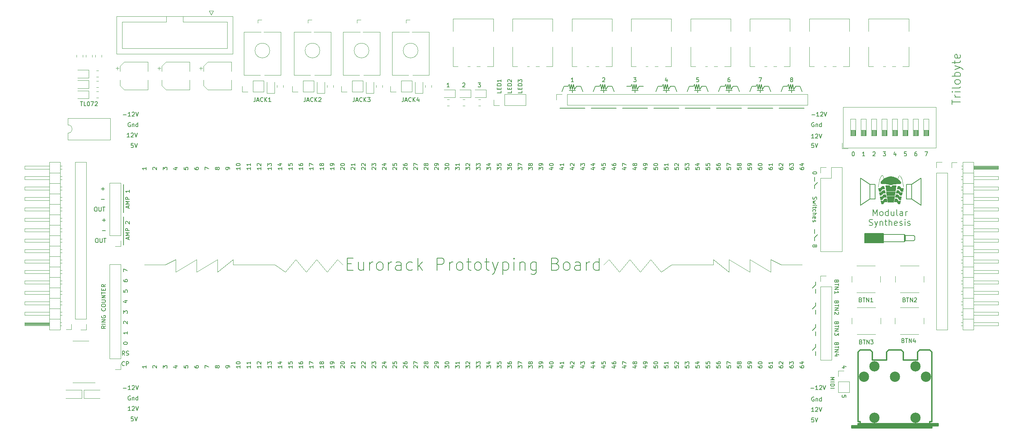
<source format=gbr>
%TF.GenerationSoftware,KiCad,Pcbnew,(6.0.0-0)*%
%TF.CreationDate,2022-11-30T22:17:17-05:00*%
%TF.ProjectId,prototype-board,70726f74-6f74-4797-9065-2d626f617264,rev?*%
%TF.SameCoordinates,Original*%
%TF.FileFunction,Legend,Top*%
%TF.FilePolarity,Positive*%
%FSLAX46Y46*%
G04 Gerber Fmt 4.6, Leading zero omitted, Abs format (unit mm)*
G04 Created by KiCad (PCBNEW (6.0.0-0)) date 2022-11-30 22:17:17*
%MOMM*%
%LPD*%
G01*
G04 APERTURE LIST*
%ADD10C,0.150000*%
%ADD11C,0.200000*%
%ADD12C,0.120000*%
%ADD13C,0.304800*%
%ADD14C,0.026458*%
%ADD15C,2.499360*%
G04 APERTURE END LIST*
D10*
X193294000Y-59690000D02*
X193548000Y-58420000D01*
X222504000Y-124460000D02*
X222504000Y-123444000D01*
X244094000Y-96774000D02*
X242062000Y-96774000D01*
X222504000Y-122428000D02*
X221742000Y-123190000D01*
X222250000Y-83820000D02*
X222250000Y-83058000D01*
X244348000Y-95250000D02*
X244348000Y-96520000D01*
X207010000Y-58928000D02*
X206502000Y-60198000D01*
X162814000Y-59690000D02*
X163068000Y-58420000D01*
X208534000Y-59690000D02*
X208788000Y-58420000D01*
X185674000Y-59690000D02*
X185928000Y-58420000D01*
X189230000Y-64262000D02*
X183134000Y-64262000D01*
X171704000Y-59944000D02*
X170180000Y-59944000D01*
X217170000Y-59690000D02*
X217678000Y-58928000D01*
X244348000Y-95250000D02*
X246380000Y-95250000D01*
X236982000Y-86360000D02*
X235712000Y-86360000D01*
X235712000Y-86360000D02*
X235712000Y-82804000D01*
X235712000Y-82804000D02*
X236982000Y-82804000D01*
X236982000Y-82804000D02*
X236982000Y-86360000D01*
X239014000Y-94742000D02*
X234442000Y-94742000D01*
X234442000Y-94742000D02*
X234442000Y-97028000D01*
X234442000Y-97028000D02*
X239014000Y-97028000D01*
X239014000Y-97028000D02*
X239014000Y-94742000D01*
G36*
X239014000Y-94742000D02*
G01*
X234442000Y-94742000D01*
X234442000Y-97028000D01*
X239014000Y-97028000D01*
X239014000Y-94742000D01*
G37*
X169926000Y-58928000D02*
X170180000Y-58420000D01*
X179578000Y-58928000D02*
X180594000Y-58928000D01*
X171958000Y-58928000D02*
X172974000Y-58928000D01*
X179324000Y-59944000D02*
X177800000Y-59944000D01*
X164338000Y-58928000D02*
X165354000Y-58928000D01*
X176530000Y-58928000D02*
X177546000Y-58928000D01*
X222504000Y-109347000D02*
X222504000Y-108331000D01*
X212090000Y-64262000D02*
X205994000Y-64262000D01*
X170942000Y-59690000D02*
X171196000Y-58420000D01*
X170688000Y-58420000D02*
X170942000Y-59690000D01*
X222504000Y-111633000D02*
X222504000Y-112395000D01*
X218694000Y-58928000D02*
X219202000Y-60198000D01*
X200660000Y-58420000D02*
X200914000Y-59690000D01*
X239014000Y-94742000D02*
X236474000Y-94742000D01*
X244221000Y-95123000D02*
X244221000Y-96647000D01*
X242062000Y-96774000D02*
X239014000Y-96774000D01*
X208788000Y-58420000D02*
X209042000Y-59690000D01*
X233426000Y-81280000D02*
X235712000Y-82804000D01*
X177800000Y-58420000D02*
X178054000Y-59690000D01*
X242570000Y-94996000D02*
X244094000Y-94996000D01*
X233426000Y-87884000D02*
X233426000Y-81280000D01*
X201676000Y-58420000D02*
X201930000Y-59690000D01*
X248158000Y-81280000D02*
X248158000Y-87884000D01*
X222250000Y-93726000D02*
X222250000Y-94742000D01*
X199390000Y-58928000D02*
X200406000Y-58928000D01*
X217678000Y-58928000D02*
X218694000Y-58928000D01*
X216916000Y-58420000D02*
X217170000Y-59690000D01*
X201930000Y-59690000D02*
X202438000Y-58928000D01*
X170434000Y-59690000D02*
X170688000Y-58420000D01*
X246634000Y-95504000D02*
X246634000Y-96266000D01*
X214630000Y-58928000D02*
X214122000Y-60198000D01*
X216662000Y-59690000D02*
X216916000Y-58420000D01*
X193802000Y-60452000D02*
X193802000Y-59944000D01*
X222504000Y-117602000D02*
X221742000Y-118364000D01*
X246380000Y-95250000D02*
X246634000Y-95504000D01*
X214630000Y-58928000D02*
X215646000Y-58928000D01*
X222504000Y-121666000D02*
X222504000Y-122428000D01*
X166370000Y-64262000D02*
X160274000Y-64262000D01*
X161290000Y-58928000D02*
X160782000Y-60198000D01*
X222250000Y-83058000D02*
X223012000Y-82296000D01*
X193548000Y-58420000D02*
X193802000Y-59690000D01*
X207010000Y-58928000D02*
X208026000Y-58928000D01*
X193040000Y-58420000D02*
X193294000Y-59690000D01*
X216662000Y-60452000D02*
X216662000Y-59944000D01*
X209042000Y-59690000D02*
X209296000Y-58420000D01*
X222250000Y-95758000D02*
X223012000Y-94996000D01*
X178562000Y-60452000D02*
X178562000Y-59944000D01*
X170180000Y-58420000D02*
X170434000Y-59690000D01*
X185420000Y-58420000D02*
X185674000Y-59690000D01*
X208280000Y-58420000D02*
X208534000Y-59690000D01*
X191770000Y-58928000D02*
X191262000Y-60198000D01*
X199390000Y-58928000D02*
X198882000Y-60198000D01*
X222504000Y-116840000D02*
X222504000Y-117602000D01*
X194564000Y-59944000D02*
X193040000Y-59944000D01*
X222250000Y-81026000D02*
X222250000Y-82042000D01*
X222504000Y-106553000D02*
X222504000Y-107315000D01*
X239014000Y-94996000D02*
X242570000Y-94996000D01*
X172974000Y-58928000D02*
X173482000Y-60198000D01*
X203454000Y-58928000D02*
X203962000Y-60198000D01*
X164084000Y-59944000D02*
X162560000Y-59944000D01*
X195834000Y-58928000D02*
X196342000Y-60198000D01*
X216154000Y-59690000D02*
X216408000Y-58420000D01*
X171196000Y-58420000D02*
X171450000Y-59690000D01*
X163576000Y-58420000D02*
X163830000Y-59690000D01*
X208026000Y-58928000D02*
X208280000Y-58420000D01*
X181610000Y-64262000D02*
X175514000Y-64262000D01*
X209042000Y-60452000D02*
X209042000Y-59944000D01*
X178562000Y-59690000D02*
X178816000Y-58420000D01*
X204470000Y-64262000D02*
X198374000Y-64262000D01*
X239014000Y-94996000D02*
X239014000Y-96774000D01*
X215646000Y-58928000D02*
X215900000Y-58420000D01*
X211074000Y-58928000D02*
X211582000Y-60198000D01*
X188214000Y-58928000D02*
X188722000Y-60198000D01*
X209296000Y-58420000D02*
X209550000Y-59690000D01*
X248158000Y-87884000D02*
X245872000Y-86360000D01*
X178816000Y-58420000D02*
X179070000Y-59690000D01*
X222504000Y-112395000D02*
X221742000Y-113157000D01*
X168910000Y-58928000D02*
X168402000Y-60198000D01*
X244094000Y-94996000D02*
X244348000Y-95250000D01*
X219710000Y-64262000D02*
X213614000Y-64262000D01*
X244094000Y-94996000D02*
X244094000Y-96774000D01*
X186944000Y-59944000D02*
X185420000Y-59944000D01*
X194310000Y-59690000D02*
X194818000Y-58928000D01*
X201168000Y-58420000D02*
X201422000Y-59690000D01*
X177546000Y-58928000D02*
X177800000Y-58420000D01*
X186182000Y-60452000D02*
X186182000Y-59944000D01*
X222504000Y-119634000D02*
X222504000Y-118618000D01*
X171450000Y-59690000D02*
X171958000Y-58928000D01*
X163322000Y-59690000D02*
X163576000Y-58420000D01*
X239014000Y-96774000D02*
X239014000Y-97028000D01*
X222250000Y-96520000D02*
X222250000Y-95758000D01*
X193802000Y-59690000D02*
X194056000Y-58420000D01*
X244348000Y-96520000D02*
X244094000Y-96774000D01*
X201422000Y-59690000D02*
X201676000Y-58420000D01*
X200406000Y-58928000D02*
X200660000Y-58420000D01*
X170942000Y-60452000D02*
X170942000Y-59944000D01*
X196850000Y-64262000D02*
X190754000Y-64262000D01*
X202184000Y-59944000D02*
X200660000Y-59944000D01*
X194056000Y-58420000D02*
X194310000Y-59690000D01*
X178308000Y-58420000D02*
X178562000Y-59690000D01*
X222504000Y-107315000D02*
X221742000Y-108077000D01*
X239014000Y-94996000D02*
X239014000Y-94742000D01*
X184150000Y-58928000D02*
X183642000Y-60198000D01*
X185928000Y-58420000D02*
X186182000Y-59690000D01*
X216408000Y-58420000D02*
X216662000Y-59690000D01*
X163068000Y-58420000D02*
X163322000Y-59690000D01*
X245872000Y-82804000D02*
X248158000Y-81280000D01*
X162306000Y-58928000D02*
X162560000Y-58420000D01*
X215900000Y-58420000D02*
X216154000Y-59690000D01*
X187198000Y-58928000D02*
X188214000Y-58928000D01*
X163322000Y-60452000D02*
X163322000Y-59944000D01*
X184150000Y-58928000D02*
X185166000Y-58928000D01*
X235712000Y-86360000D02*
X233426000Y-87884000D01*
X163830000Y-59690000D02*
X164338000Y-58928000D01*
X186690000Y-59690000D02*
X187198000Y-58928000D01*
X222504000Y-114427000D02*
X222504000Y-113411000D01*
X209804000Y-59944000D02*
X208280000Y-59944000D01*
X202438000Y-58928000D02*
X203454000Y-58928000D01*
X168910000Y-58928000D02*
X169926000Y-58928000D01*
X162560000Y-58420000D02*
X162814000Y-59690000D01*
X54102000Y-82804000D02*
X54102000Y-89662000D01*
X244602000Y-82804000D02*
X245872000Y-82804000D01*
X245872000Y-82804000D02*
X245872000Y-86360000D01*
X245872000Y-86360000D02*
X244602000Y-86360000D01*
X244602000Y-86360000D02*
X244602000Y-82804000D01*
X185166000Y-58928000D02*
X185420000Y-58420000D01*
X178054000Y-59690000D02*
X178308000Y-58420000D01*
X209550000Y-59690000D02*
X210058000Y-58928000D01*
X192786000Y-58928000D02*
X193040000Y-58420000D01*
X191770000Y-58928000D02*
X192786000Y-58928000D01*
X217424000Y-59944000D02*
X215900000Y-59944000D01*
X246634000Y-96266000D02*
X246380000Y-96520000D01*
X173990000Y-64262000D02*
X167894000Y-64262000D01*
X210058000Y-58928000D02*
X211074000Y-58928000D01*
X186182000Y-59690000D02*
X186436000Y-58420000D01*
X246380000Y-96520000D02*
X244856000Y-96520000D01*
X201422000Y-60452000D02*
X201422000Y-59944000D01*
X244348000Y-96520000D02*
X244856000Y-96520000D01*
X194818000Y-58928000D02*
X195834000Y-58928000D01*
X179070000Y-59690000D02*
X179578000Y-58928000D01*
X186436000Y-58420000D02*
X186690000Y-59690000D01*
X54102000Y-90678000D02*
X54102000Y-97536000D01*
X239014000Y-97028000D02*
X236474000Y-97028000D01*
X200914000Y-59690000D02*
X201168000Y-58420000D01*
X165354000Y-58928000D02*
X165862000Y-60198000D01*
X161290000Y-58928000D02*
X162306000Y-58928000D01*
X55766880Y-134374000D02*
X55671642Y-134326380D01*
X55528785Y-134326380D01*
X55385928Y-134374000D01*
X55290690Y-134469238D01*
X55243071Y-134564476D01*
X55195452Y-134754952D01*
X55195452Y-134897809D01*
X55243071Y-135088285D01*
X55290690Y-135183523D01*
X55385928Y-135278761D01*
X55528785Y-135326380D01*
X55624023Y-135326380D01*
X55766880Y-135278761D01*
X55814500Y-135231142D01*
X55814500Y-134897809D01*
X55624023Y-134897809D01*
X56243071Y-134659714D02*
X56243071Y-135326380D01*
X56243071Y-134754952D02*
X56290690Y-134707333D01*
X56385928Y-134659714D01*
X56528785Y-134659714D01*
X56624023Y-134707333D01*
X56671642Y-134802571D01*
X56671642Y-135326380D01*
X57576404Y-135326380D02*
X57576404Y-134326380D01*
X57576404Y-135278761D02*
X57481166Y-135326380D01*
X57290690Y-135326380D01*
X57195452Y-135278761D01*
X57147833Y-135231142D01*
X57100214Y-135135904D01*
X57100214Y-134850190D01*
X57147833Y-134754952D01*
X57195452Y-134707333D01*
X57290690Y-134659714D01*
X57481166Y-134659714D01*
X57576404Y-134707333D01*
X56465261Y-72858380D02*
X55989071Y-72858380D01*
X55941452Y-73334571D01*
X55989071Y-73286952D01*
X56084309Y-73239333D01*
X56322404Y-73239333D01*
X56417642Y-73286952D01*
X56465261Y-73334571D01*
X56512880Y-73429809D01*
X56512880Y-73667904D01*
X56465261Y-73763142D01*
X56417642Y-73810761D01*
X56322404Y-73858380D01*
X56084309Y-73858380D01*
X55989071Y-73810761D01*
X55941452Y-73763142D01*
X56798595Y-72858380D02*
X57131928Y-73858380D01*
X57465261Y-72858380D01*
D11*
X255698761Y-63340476D02*
X255698761Y-62197619D01*
X257698761Y-62769047D02*
X255698761Y-62769047D01*
X257698761Y-61530952D02*
X256365428Y-61530952D01*
X256746380Y-61530952D02*
X256555904Y-61435714D01*
X256460666Y-61340476D01*
X256365428Y-61150000D01*
X256365428Y-60959523D01*
X257698761Y-60292857D02*
X256365428Y-60292857D01*
X255698761Y-60292857D02*
X255794000Y-60388095D01*
X255889238Y-60292857D01*
X255794000Y-60197619D01*
X255698761Y-60292857D01*
X255889238Y-60292857D01*
X257698761Y-59054761D02*
X257603523Y-59245238D01*
X257413047Y-59340476D01*
X255698761Y-59340476D01*
X257698761Y-58007142D02*
X257603523Y-58197619D01*
X257508285Y-58292857D01*
X257317809Y-58388095D01*
X256746380Y-58388095D01*
X256555904Y-58292857D01*
X256460666Y-58197619D01*
X256365428Y-58007142D01*
X256365428Y-57721428D01*
X256460666Y-57530952D01*
X256555904Y-57435714D01*
X256746380Y-57340476D01*
X257317809Y-57340476D01*
X257508285Y-57435714D01*
X257603523Y-57530952D01*
X257698761Y-57721428D01*
X257698761Y-58007142D01*
X257698761Y-56483333D02*
X255698761Y-56483333D01*
X256460666Y-56483333D02*
X256365428Y-56292857D01*
X256365428Y-55911904D01*
X256460666Y-55721428D01*
X256555904Y-55626190D01*
X256746380Y-55530952D01*
X257317809Y-55530952D01*
X257508285Y-55626190D01*
X257603523Y-55721428D01*
X257698761Y-55911904D01*
X257698761Y-56292857D01*
X257603523Y-56483333D01*
X256365428Y-54864285D02*
X257698761Y-54388095D01*
X256365428Y-53911904D02*
X257698761Y-54388095D01*
X258174952Y-54578571D01*
X258270190Y-54673809D01*
X258365428Y-54864285D01*
X256365428Y-53435714D02*
X256365428Y-52673809D01*
X255698761Y-53150000D02*
X257413047Y-53150000D01*
X257603523Y-53054761D01*
X257698761Y-52864285D01*
X257698761Y-52673809D01*
X257603523Y-51245238D02*
X257698761Y-51435714D01*
X257698761Y-51816666D01*
X257603523Y-52007142D01*
X257413047Y-52102380D01*
X256651142Y-52102380D01*
X256460666Y-52007142D01*
X256365428Y-51816666D01*
X256365428Y-51435714D01*
X256460666Y-51245238D01*
X256651142Y-51150000D01*
X256841619Y-51150000D01*
X257032095Y-52102380D01*
D10*
X54062380Y-114191023D02*
X54062380Y-113571976D01*
X54443333Y-113905309D01*
X54443333Y-113762452D01*
X54490952Y-113667214D01*
X54538571Y-113619595D01*
X54633809Y-113571976D01*
X54871904Y-113571976D01*
X54967142Y-113619595D01*
X55014761Y-113667214D01*
X55062380Y-113762452D01*
X55062380Y-114048166D01*
X55014761Y-114143404D01*
X54967142Y-114191023D01*
X247078476Y-74890380D02*
X246888000Y-74890380D01*
X246792761Y-74938000D01*
X246745142Y-74985619D01*
X246649904Y-75128476D01*
X246602285Y-75318952D01*
X246602285Y-75699904D01*
X246649904Y-75795142D01*
X246697523Y-75842761D01*
X246792761Y-75890380D01*
X246983238Y-75890380D01*
X247078476Y-75842761D01*
X247126095Y-75795142D01*
X247173714Y-75699904D01*
X247173714Y-75461809D01*
X247126095Y-75366571D01*
X247078476Y-75318952D01*
X246983238Y-75271333D01*
X246792761Y-75271333D01*
X246697523Y-75318952D01*
X246649904Y-75366571D01*
X246602285Y-75461809D01*
X55062380Y-118651976D02*
X55062380Y-119223404D01*
X55062380Y-118937690D02*
X54062380Y-118937690D01*
X54205238Y-119032928D01*
X54300476Y-119128166D01*
X54348095Y-119223404D01*
X148534380Y-60047047D02*
X148534380Y-60523238D01*
X147534380Y-60523238D01*
X148010571Y-59713714D02*
X148010571Y-59380380D01*
X148534380Y-59237523D02*
X148534380Y-59713714D01*
X147534380Y-59713714D01*
X147534380Y-59237523D01*
X148534380Y-58808952D02*
X147534380Y-58808952D01*
X147534380Y-58570857D01*
X147582000Y-58428000D01*
X147677238Y-58332761D01*
X147772476Y-58285142D01*
X147962952Y-58237523D01*
X148105809Y-58237523D01*
X148296285Y-58285142D01*
X148391523Y-58332761D01*
X148486761Y-58428000D01*
X148534380Y-58570857D01*
X148534380Y-58808952D01*
X147629619Y-57856571D02*
X147582000Y-57808952D01*
X147534380Y-57713714D01*
X147534380Y-57475619D01*
X147582000Y-57380380D01*
X147629619Y-57332761D01*
X147724857Y-57285142D01*
X147820095Y-57285142D01*
X147962952Y-57332761D01*
X148534380Y-57904190D01*
X148534380Y-57285142D01*
X244586095Y-74890380D02*
X244109904Y-74890380D01*
X244062285Y-75366571D01*
X244109904Y-75318952D01*
X244205142Y-75271333D01*
X244443238Y-75271333D01*
X244538476Y-75318952D01*
X244586095Y-75366571D01*
X244633714Y-75461809D01*
X244633714Y-75699904D01*
X244586095Y-75795142D01*
X244538476Y-75842761D01*
X244443238Y-75890380D01*
X244205142Y-75890380D01*
X244109904Y-75842761D01*
X244062285Y-75795142D01*
X54062380Y-104031023D02*
X54062380Y-103364357D01*
X55062380Y-103792928D01*
X54395714Y-111127214D02*
X55062380Y-111127214D01*
X54014761Y-111365309D02*
X54729047Y-111603404D01*
X54729047Y-110984357D01*
X216566761Y-57284952D02*
X216471523Y-57237333D01*
X216423904Y-57189714D01*
X216376285Y-57094476D01*
X216376285Y-57046857D01*
X216423904Y-56951619D01*
X216471523Y-56904000D01*
X216566761Y-56856380D01*
X216757238Y-56856380D01*
X216852476Y-56904000D01*
X216900095Y-56951619D01*
X216947714Y-57046857D01*
X216947714Y-57094476D01*
X216900095Y-57189714D01*
X216852476Y-57237333D01*
X216757238Y-57284952D01*
X216566761Y-57284952D01*
X216471523Y-57332571D01*
X216423904Y-57380190D01*
X216376285Y-57475428D01*
X216376285Y-57665904D01*
X216423904Y-57761142D01*
X216471523Y-57808761D01*
X216566761Y-57856380D01*
X216757238Y-57856380D01*
X216852476Y-57808761D01*
X216900095Y-57761142D01*
X216947714Y-57665904D01*
X216947714Y-57475428D01*
X216900095Y-57380190D01*
X216852476Y-57332571D01*
X216757238Y-57284952D01*
X238934666Y-74890380D02*
X239553714Y-74890380D01*
X239220380Y-75271333D01*
X239363238Y-75271333D01*
X239458476Y-75318952D01*
X239506095Y-75366571D01*
X239553714Y-75461809D01*
X239553714Y-75699904D01*
X239506095Y-75795142D01*
X239458476Y-75842761D01*
X239363238Y-75890380D01*
X239077523Y-75890380D01*
X238982285Y-75842761D01*
X238934666Y-75795142D01*
X48686500Y-83891428D02*
X49448404Y-83891428D01*
X49067452Y-84272380D02*
X49067452Y-83510476D01*
D11*
X236466571Y-90403071D02*
X236466571Y-88903071D01*
X236966571Y-89974500D01*
X237466571Y-88903071D01*
X237466571Y-90403071D01*
X238395142Y-90403071D02*
X238252285Y-90331642D01*
X238180857Y-90260214D01*
X238109428Y-90117357D01*
X238109428Y-89688785D01*
X238180857Y-89545928D01*
X238252285Y-89474500D01*
X238395142Y-89403071D01*
X238609428Y-89403071D01*
X238752285Y-89474500D01*
X238823714Y-89545928D01*
X238895142Y-89688785D01*
X238895142Y-90117357D01*
X238823714Y-90260214D01*
X238752285Y-90331642D01*
X238609428Y-90403071D01*
X238395142Y-90403071D01*
X240180857Y-90403071D02*
X240180857Y-88903071D01*
X240180857Y-90331642D02*
X240038000Y-90403071D01*
X239752285Y-90403071D01*
X239609428Y-90331642D01*
X239538000Y-90260214D01*
X239466571Y-90117357D01*
X239466571Y-89688785D01*
X239538000Y-89545928D01*
X239609428Y-89474500D01*
X239752285Y-89403071D01*
X240038000Y-89403071D01*
X240180857Y-89474500D01*
X241538000Y-89403071D02*
X241538000Y-90403071D01*
X240895142Y-89403071D02*
X240895142Y-90188785D01*
X240966571Y-90331642D01*
X241109428Y-90403071D01*
X241323714Y-90403071D01*
X241466571Y-90331642D01*
X241538000Y-90260214D01*
X242466571Y-90403071D02*
X242323714Y-90331642D01*
X242252285Y-90188785D01*
X242252285Y-88903071D01*
X243680857Y-90403071D02*
X243680857Y-89617357D01*
X243609428Y-89474500D01*
X243466571Y-89403071D01*
X243180857Y-89403071D01*
X243038000Y-89474500D01*
X243680857Y-90331642D02*
X243538000Y-90403071D01*
X243180857Y-90403071D01*
X243038000Y-90331642D01*
X242966571Y-90188785D01*
X242966571Y-90045928D01*
X243038000Y-89903071D01*
X243180857Y-89831642D01*
X243538000Y-89831642D01*
X243680857Y-89760214D01*
X244395142Y-90403071D02*
X244395142Y-89403071D01*
X244395142Y-89688785D02*
X244466571Y-89545928D01*
X244538000Y-89474500D01*
X244680857Y-89403071D01*
X244823714Y-89403071D01*
X235538000Y-92746642D02*
X235752285Y-92818071D01*
X236109428Y-92818071D01*
X236252285Y-92746642D01*
X236323714Y-92675214D01*
X236395142Y-92532357D01*
X236395142Y-92389500D01*
X236323714Y-92246642D01*
X236252285Y-92175214D01*
X236109428Y-92103785D01*
X235823714Y-92032357D01*
X235680857Y-91960928D01*
X235609428Y-91889500D01*
X235538000Y-91746642D01*
X235538000Y-91603785D01*
X235609428Y-91460928D01*
X235680857Y-91389500D01*
X235823714Y-91318071D01*
X236180857Y-91318071D01*
X236395142Y-91389500D01*
X236895142Y-91818071D02*
X237252285Y-92818071D01*
X237609428Y-91818071D02*
X237252285Y-92818071D01*
X237109428Y-93175214D01*
X237038000Y-93246642D01*
X236895142Y-93318071D01*
X238180857Y-91818071D02*
X238180857Y-92818071D01*
X238180857Y-91960928D02*
X238252285Y-91889500D01*
X238395142Y-91818071D01*
X238609428Y-91818071D01*
X238752285Y-91889500D01*
X238823714Y-92032357D01*
X238823714Y-92818071D01*
X239323714Y-91818071D02*
X239895142Y-91818071D01*
X239538000Y-91318071D02*
X239538000Y-92603785D01*
X239609428Y-92746642D01*
X239752285Y-92818071D01*
X239895142Y-92818071D01*
X240395142Y-92818071D02*
X240395142Y-91318071D01*
X241038000Y-92818071D02*
X241038000Y-92032357D01*
X240966571Y-91889500D01*
X240823714Y-91818071D01*
X240609428Y-91818071D01*
X240466571Y-91889500D01*
X240395142Y-91960928D01*
X242323714Y-92746642D02*
X242180857Y-92818071D01*
X241895142Y-92818071D01*
X241752285Y-92746642D01*
X241680857Y-92603785D01*
X241680857Y-92032357D01*
X241752285Y-91889500D01*
X241895142Y-91818071D01*
X242180857Y-91818071D01*
X242323714Y-91889500D01*
X242395142Y-92032357D01*
X242395142Y-92175214D01*
X241680857Y-92318071D01*
X242966571Y-92746642D02*
X243109428Y-92818071D01*
X243395142Y-92818071D01*
X243538000Y-92746642D01*
X243609428Y-92603785D01*
X243609428Y-92532357D01*
X243538000Y-92389500D01*
X243395142Y-92318071D01*
X243180857Y-92318071D01*
X243038000Y-92246642D01*
X242966571Y-92103785D01*
X242966571Y-92032357D01*
X243038000Y-91889500D01*
X243180857Y-91818071D01*
X243395142Y-91818071D01*
X243538000Y-91889500D01*
X244252285Y-92818071D02*
X244252285Y-91818071D01*
X244252285Y-91318071D02*
X244180857Y-91389500D01*
X244252285Y-91460928D01*
X244323714Y-91389500D01*
X244252285Y-91318071D01*
X244252285Y-91460928D01*
X244895142Y-92746642D02*
X245038000Y-92818071D01*
X245323714Y-92818071D01*
X245466571Y-92746642D01*
X245538000Y-92603785D01*
X245538000Y-92532357D01*
X245466571Y-92389500D01*
X245323714Y-92318071D01*
X245109428Y-92318071D01*
X244966571Y-92246642D01*
X244895142Y-92103785D01*
X244895142Y-92032357D01*
X244966571Y-91889500D01*
X245109428Y-91818071D01*
X245323714Y-91818071D01*
X245466571Y-91889500D01*
D10*
X54062380Y-121525309D02*
X54062380Y-121430071D01*
X54110000Y-121334833D01*
X54157619Y-121287214D01*
X54252857Y-121239595D01*
X54443333Y-121191976D01*
X54681428Y-121191976D01*
X54871904Y-121239595D01*
X54967142Y-121287214D01*
X55014761Y-121334833D01*
X55062380Y-121430071D01*
X55062380Y-121525309D01*
X55014761Y-121620547D01*
X54967142Y-121668166D01*
X54871904Y-121715785D01*
X54681428Y-121763404D01*
X54443333Y-121763404D01*
X54252857Y-121715785D01*
X54157619Y-121668166D01*
X54110000Y-121620547D01*
X54062380Y-121525309D01*
X208708666Y-56856380D02*
X209375333Y-56856380D01*
X208946761Y-57856380D01*
X54052595Y-65857428D02*
X54814500Y-65857428D01*
X55814500Y-66238380D02*
X55243071Y-66238380D01*
X55528785Y-66238380D02*
X55528785Y-65238380D01*
X55433547Y-65381238D01*
X55338309Y-65476476D01*
X55243071Y-65524095D01*
X56195452Y-65333619D02*
X56243071Y-65286000D01*
X56338309Y-65238380D01*
X56576404Y-65238380D01*
X56671642Y-65286000D01*
X56719261Y-65333619D01*
X56766880Y-65428857D01*
X56766880Y-65524095D01*
X56719261Y-65666952D01*
X56147833Y-66238380D01*
X56766880Y-66238380D01*
X57052595Y-65238380D02*
X57385928Y-66238380D01*
X57719261Y-65238380D01*
X54385642Y-124404380D02*
X54052309Y-123928190D01*
X53814214Y-124404380D02*
X53814214Y-123404380D01*
X54195166Y-123404380D01*
X54290404Y-123452000D01*
X54338023Y-123499619D01*
X54385642Y-123594857D01*
X54385642Y-123737714D01*
X54338023Y-123832952D01*
X54290404Y-123880571D01*
X54195166Y-123928190D01*
X53814214Y-123928190D01*
X54766595Y-124356761D02*
X54909452Y-124404380D01*
X55147547Y-124404380D01*
X55242785Y-124356761D01*
X55290404Y-124309142D01*
X55338023Y-124213904D01*
X55338023Y-124118666D01*
X55290404Y-124023428D01*
X55242785Y-123975809D01*
X55147547Y-123928190D01*
X54957071Y-123880571D01*
X54861833Y-123832952D01*
X54814214Y-123785333D01*
X54766595Y-123690095D01*
X54766595Y-123594857D01*
X54814214Y-123499619D01*
X54861833Y-123452000D01*
X54957071Y-123404380D01*
X55195166Y-123404380D01*
X55338023Y-123452000D01*
X229909619Y-134604095D02*
X229909619Y-134127904D01*
X229433428Y-134080285D01*
X229481047Y-134127904D01*
X229528666Y-134223142D01*
X229528666Y-134461238D01*
X229481047Y-134556476D01*
X229433428Y-134604095D01*
X229338190Y-134651714D01*
X229100095Y-134651714D01*
X229004857Y-134604095D01*
X228957238Y-134556476D01*
X228909619Y-134461238D01*
X228909619Y-134223142D01*
X228957238Y-134127904D01*
X229004857Y-134080285D01*
X47511928Y-95972380D02*
X47702404Y-95972380D01*
X47797642Y-96020000D01*
X47892880Y-96115238D01*
X47940500Y-96305714D01*
X47940500Y-96639047D01*
X47892880Y-96829523D01*
X47797642Y-96924761D01*
X47702404Y-96972380D01*
X47511928Y-96972380D01*
X47416690Y-96924761D01*
X47321452Y-96829523D01*
X47273833Y-96639047D01*
X47273833Y-96305714D01*
X47321452Y-96115238D01*
X47416690Y-96020000D01*
X47511928Y-95972380D01*
X48369071Y-95972380D02*
X48369071Y-96781904D01*
X48416690Y-96877142D01*
X48464309Y-96924761D01*
X48559547Y-96972380D01*
X48750023Y-96972380D01*
X48845261Y-96924761D01*
X48892880Y-96877142D01*
X48940500Y-96781904D01*
X48940500Y-95972380D01*
X49273833Y-95972380D02*
X49845261Y-95972380D01*
X49559547Y-96972380D02*
X49559547Y-95972380D01*
X48940500Y-91511428D02*
X49702404Y-91511428D01*
X49321452Y-91892380D02*
X49321452Y-91130476D01*
X55284666Y-88526666D02*
X55284666Y-88050476D01*
X55570380Y-88621904D02*
X54570380Y-88288571D01*
X55570380Y-87955238D01*
X55570380Y-87621904D02*
X54570380Y-87621904D01*
X55284666Y-87288571D01*
X54570380Y-86955238D01*
X55570380Y-86955238D01*
X55570380Y-86479047D02*
X54570380Y-86479047D01*
X54570380Y-86098095D01*
X54618000Y-86002857D01*
X54665619Y-85955238D01*
X54760857Y-85907619D01*
X54903714Y-85907619D01*
X54998952Y-85955238D01*
X55046571Y-86002857D01*
X55094190Y-86098095D01*
X55094190Y-86479047D01*
X55570380Y-84193333D02*
X55570380Y-84764761D01*
X55570380Y-84479047D02*
X54570380Y-84479047D01*
X54713238Y-84574285D01*
X54808476Y-84669523D01*
X54856095Y-84764761D01*
X231600380Y-74890380D02*
X231695619Y-74890380D01*
X231790857Y-74938000D01*
X231838476Y-74985619D01*
X231886095Y-75080857D01*
X231933714Y-75271333D01*
X231933714Y-75509428D01*
X231886095Y-75699904D01*
X231838476Y-75795142D01*
X231790857Y-75842761D01*
X231695619Y-75890380D01*
X231600380Y-75890380D01*
X231505142Y-75842761D01*
X231457523Y-75795142D01*
X231409904Y-75699904D01*
X231362285Y-75509428D01*
X231362285Y-75271333D01*
X231409904Y-75080857D01*
X231457523Y-74985619D01*
X231505142Y-74938000D01*
X231600380Y-74890380D01*
X236442285Y-74985619D02*
X236489904Y-74938000D01*
X236585142Y-74890380D01*
X236823238Y-74890380D01*
X236918476Y-74938000D01*
X236966095Y-74985619D01*
X237013714Y-75080857D01*
X237013714Y-75176095D01*
X236966095Y-75318952D01*
X236394666Y-75890380D01*
X237013714Y-75890380D01*
X151074380Y-60047047D02*
X151074380Y-60523238D01*
X150074380Y-60523238D01*
X150550571Y-59713714D02*
X150550571Y-59380380D01*
X151074380Y-59237523D02*
X151074380Y-59713714D01*
X150074380Y-59713714D01*
X150074380Y-59237523D01*
X151074380Y-58808952D02*
X150074380Y-58808952D01*
X150074380Y-58570857D01*
X150122000Y-58428000D01*
X150217238Y-58332761D01*
X150312476Y-58285142D01*
X150502952Y-58237523D01*
X150645809Y-58237523D01*
X150836285Y-58285142D01*
X150931523Y-58332761D01*
X151026761Y-58428000D01*
X151074380Y-58570857D01*
X151074380Y-58808952D01*
X150074380Y-57904190D02*
X150074380Y-57285142D01*
X150455333Y-57618476D01*
X150455333Y-57475619D01*
X150502952Y-57380380D01*
X150550571Y-57332761D01*
X150645809Y-57285142D01*
X150883904Y-57285142D01*
X150979142Y-57332761D01*
X151026761Y-57380380D01*
X151074380Y-57475619D01*
X151074380Y-57761333D01*
X151026761Y-57856571D01*
X150979142Y-57904190D01*
X140382666Y-58126380D02*
X141001714Y-58126380D01*
X140668380Y-58507333D01*
X140811238Y-58507333D01*
X140906476Y-58554952D01*
X140954095Y-58602571D01*
X141001714Y-58697809D01*
X141001714Y-58935904D01*
X140954095Y-59031142D01*
X140906476Y-59078761D01*
X140811238Y-59126380D01*
X140525523Y-59126380D01*
X140430285Y-59078761D01*
X140382666Y-59031142D01*
X47257928Y-88352380D02*
X47448404Y-88352380D01*
X47543642Y-88400000D01*
X47638880Y-88495238D01*
X47686500Y-88685714D01*
X47686500Y-89019047D01*
X47638880Y-89209523D01*
X47543642Y-89304761D01*
X47448404Y-89352380D01*
X47257928Y-89352380D01*
X47162690Y-89304761D01*
X47067452Y-89209523D01*
X47019833Y-89019047D01*
X47019833Y-88685714D01*
X47067452Y-88495238D01*
X47162690Y-88400000D01*
X47257928Y-88352380D01*
X48115071Y-88352380D02*
X48115071Y-89161904D01*
X48162690Y-89257142D01*
X48210309Y-89304761D01*
X48305547Y-89352380D01*
X48496023Y-89352380D01*
X48591261Y-89304761D01*
X48638880Y-89257142D01*
X48686500Y-89161904D01*
X48686500Y-88352380D01*
X49019833Y-88352380D02*
X49591261Y-88352380D01*
X49305547Y-89352380D02*
X49305547Y-88352380D01*
X233513476Y-121122571D02*
X233656333Y-121170190D01*
X233703952Y-121217809D01*
X233751571Y-121313047D01*
X233751571Y-121455904D01*
X233703952Y-121551142D01*
X233656333Y-121598761D01*
X233561095Y-121646380D01*
X233180142Y-121646380D01*
X233180142Y-120646380D01*
X233513476Y-120646380D01*
X233608714Y-120694000D01*
X233656333Y-120741619D01*
X233703952Y-120836857D01*
X233703952Y-120932095D01*
X233656333Y-121027333D01*
X233608714Y-121074952D01*
X233513476Y-121122571D01*
X233180142Y-121122571D01*
X234037285Y-120646380D02*
X234608714Y-120646380D01*
X234323000Y-121646380D02*
X234323000Y-120646380D01*
X234942047Y-121646380D02*
X234942047Y-120646380D01*
X235513476Y-121646380D01*
X235513476Y-120646380D01*
X235894428Y-120646380D02*
X236513476Y-120646380D01*
X236180142Y-121027333D01*
X236323000Y-121027333D01*
X236418238Y-121074952D01*
X236465857Y-121122571D01*
X236513476Y-121217809D01*
X236513476Y-121455904D01*
X236465857Y-121551142D01*
X236418238Y-121598761D01*
X236323000Y-121646380D01*
X236037285Y-121646380D01*
X235942047Y-121598761D01*
X235894428Y-121551142D01*
X48940500Y-94051428D02*
X49702404Y-94051428D01*
X194040095Y-56856380D02*
X193563904Y-56856380D01*
X193516285Y-57332571D01*
X193563904Y-57284952D01*
X193659142Y-57237333D01*
X193897238Y-57237333D01*
X193992476Y-57284952D01*
X194040095Y-57332571D01*
X194087714Y-57427809D01*
X194087714Y-57665904D01*
X194040095Y-57761142D01*
X193992476Y-57808761D01*
X193897238Y-57856380D01*
X193659142Y-57856380D01*
X193563904Y-57808761D01*
X193516285Y-57761142D01*
X234473714Y-75890380D02*
X233902285Y-75890380D01*
X234188000Y-75890380D02*
X234188000Y-74890380D01*
X234092761Y-75033238D01*
X233997523Y-75128476D01*
X233902285Y-75176095D01*
X241998476Y-75223714D02*
X241998476Y-75890380D01*
X241760380Y-74842761D02*
X241522285Y-75557047D01*
X242141333Y-75557047D01*
X48686500Y-86431428D02*
X49448404Y-86431428D01*
X227655428Y-121626476D02*
X227607809Y-121769333D01*
X227560190Y-121816952D01*
X227464952Y-121864571D01*
X227322095Y-121864571D01*
X227226857Y-121816952D01*
X227179238Y-121769333D01*
X227131619Y-121674095D01*
X227131619Y-121293142D01*
X228131619Y-121293142D01*
X228131619Y-121626476D01*
X228084000Y-121721714D01*
X228036380Y-121769333D01*
X227941142Y-121816952D01*
X227845904Y-121816952D01*
X227750666Y-121769333D01*
X227703047Y-121721714D01*
X227655428Y-121626476D01*
X227655428Y-121293142D01*
X228131619Y-122150285D02*
X228131619Y-122721714D01*
X227131619Y-122436000D02*
X228131619Y-122436000D01*
X227131619Y-123055047D02*
X228131619Y-123055047D01*
X227131619Y-123626476D01*
X228131619Y-123626476D01*
X227798285Y-124531238D02*
X227131619Y-124531238D01*
X228179238Y-124293142D02*
X227464952Y-124055047D01*
X227464952Y-124674095D01*
X222369047Y-97694761D02*
X222416666Y-97599523D01*
X222464285Y-97551904D01*
X222559523Y-97504285D01*
X222607142Y-97504285D01*
X222702380Y-97551904D01*
X222750000Y-97599523D01*
X222797619Y-97694761D01*
X222797619Y-97885238D01*
X222750000Y-97980476D01*
X222702380Y-98028095D01*
X222607142Y-98075714D01*
X222559523Y-98075714D01*
X222464285Y-98028095D01*
X222416666Y-97980476D01*
X222369047Y-97885238D01*
X222369047Y-97694761D01*
X222321428Y-97599523D01*
X222273809Y-97551904D01*
X222178571Y-97504285D01*
X221988095Y-97504285D01*
X221892857Y-97551904D01*
X221845238Y-97599523D01*
X221797619Y-97694761D01*
X221797619Y-97885238D01*
X221845238Y-97980476D01*
X221892857Y-98028095D01*
X221988095Y-98075714D01*
X222178571Y-98075714D01*
X222273809Y-98028095D01*
X222321428Y-97980476D01*
X222369047Y-97885238D01*
X222093404Y-134628000D02*
X221998166Y-134580380D01*
X221855309Y-134580380D01*
X221712452Y-134628000D01*
X221617214Y-134723238D01*
X221569595Y-134818476D01*
X221521976Y-135008952D01*
X221521976Y-135151809D01*
X221569595Y-135342285D01*
X221617214Y-135437523D01*
X221712452Y-135532761D01*
X221855309Y-135580380D01*
X221950547Y-135580380D01*
X222093404Y-135532761D01*
X222141023Y-135485142D01*
X222141023Y-135151809D01*
X221950547Y-135151809D01*
X222569595Y-134913714D02*
X222569595Y-135580380D01*
X222569595Y-135008952D02*
X222617214Y-134961333D01*
X222712452Y-134913714D01*
X222855309Y-134913714D01*
X222950547Y-134961333D01*
X222998166Y-135056571D01*
X222998166Y-135580380D01*
X223902928Y-135580380D02*
X223902928Y-134580380D01*
X223902928Y-135532761D02*
X223807690Y-135580380D01*
X223617214Y-135580380D01*
X223521976Y-135532761D01*
X223474357Y-135485142D01*
X223426738Y-135389904D01*
X223426738Y-135104190D01*
X223474357Y-135008952D01*
X223521976Y-134961333D01*
X223617214Y-134913714D01*
X223807690Y-134913714D01*
X223902928Y-134961333D01*
X233461476Y-110890571D02*
X233604333Y-110938190D01*
X233651952Y-110985809D01*
X233699571Y-111081047D01*
X233699571Y-111223904D01*
X233651952Y-111319142D01*
X233604333Y-111366761D01*
X233509095Y-111414380D01*
X233128142Y-111414380D01*
X233128142Y-110414380D01*
X233461476Y-110414380D01*
X233556714Y-110462000D01*
X233604333Y-110509619D01*
X233651952Y-110604857D01*
X233651952Y-110700095D01*
X233604333Y-110795333D01*
X233556714Y-110842952D01*
X233461476Y-110890571D01*
X233128142Y-110890571D01*
X233985285Y-110414380D02*
X234556714Y-110414380D01*
X234271000Y-111414380D02*
X234271000Y-110414380D01*
X234890047Y-111414380D02*
X234890047Y-110414380D01*
X235461476Y-111414380D01*
X235461476Y-110414380D01*
X236461476Y-111414380D02*
X235890047Y-111414380D01*
X236175761Y-111414380D02*
X236175761Y-110414380D01*
X236080523Y-110557238D01*
X235985285Y-110652476D01*
X235890047Y-110700095D01*
X227655428Y-106386476D02*
X227607809Y-106529333D01*
X227560190Y-106576952D01*
X227464952Y-106624571D01*
X227322095Y-106624571D01*
X227226857Y-106576952D01*
X227179238Y-106529333D01*
X227131619Y-106434095D01*
X227131619Y-106053142D01*
X228131619Y-106053142D01*
X228131619Y-106386476D01*
X228084000Y-106481714D01*
X228036380Y-106529333D01*
X227941142Y-106576952D01*
X227845904Y-106576952D01*
X227750666Y-106529333D01*
X227703047Y-106481714D01*
X227655428Y-106386476D01*
X227655428Y-106053142D01*
X228131619Y-106910285D02*
X228131619Y-107481714D01*
X227131619Y-107196000D02*
X228131619Y-107196000D01*
X227131619Y-107815047D02*
X228131619Y-107815047D01*
X227131619Y-108386476D01*
X228131619Y-108386476D01*
X227131619Y-109386476D02*
X227131619Y-108815047D01*
X227131619Y-109100761D02*
X228131619Y-109100761D01*
X227988761Y-109005523D01*
X227893523Y-108910285D01*
X227845904Y-108815047D01*
X227655428Y-116546476D02*
X227607809Y-116689333D01*
X227560190Y-116736952D01*
X227464952Y-116784571D01*
X227322095Y-116784571D01*
X227226857Y-116736952D01*
X227179238Y-116689333D01*
X227131619Y-116594095D01*
X227131619Y-116213142D01*
X228131619Y-116213142D01*
X228131619Y-116546476D01*
X228084000Y-116641714D01*
X228036380Y-116689333D01*
X227941142Y-116736952D01*
X227845904Y-116736952D01*
X227750666Y-116689333D01*
X227703047Y-116641714D01*
X227655428Y-116546476D01*
X227655428Y-116213142D01*
X228131619Y-117070285D02*
X228131619Y-117641714D01*
X227131619Y-117356000D02*
X228131619Y-117356000D01*
X227131619Y-117975047D02*
X228131619Y-117975047D01*
X227131619Y-118546476D01*
X228131619Y-118546476D01*
X228131619Y-118927428D02*
X228131619Y-119546476D01*
X227750666Y-119213142D01*
X227750666Y-119356000D01*
X227703047Y-119451238D01*
X227655428Y-119498857D01*
X227560190Y-119546476D01*
X227322095Y-119546476D01*
X227226857Y-119498857D01*
X227179238Y-119451238D01*
X227131619Y-119356000D01*
X227131619Y-119070285D01*
X227179238Y-118975047D01*
X227226857Y-118927428D01*
X54062380Y-108539595D02*
X54062380Y-109015785D01*
X54538571Y-109063404D01*
X54490952Y-109015785D01*
X54443333Y-108920547D01*
X54443333Y-108682452D01*
X54490952Y-108587214D01*
X54538571Y-108539595D01*
X54633809Y-108491976D01*
X54871904Y-108491976D01*
X54967142Y-108539595D01*
X55014761Y-108587214D01*
X55062380Y-108682452D01*
X55062380Y-108920547D01*
X55014761Y-109015785D01*
X54967142Y-109063404D01*
X201612476Y-56856380D02*
X201422000Y-56856380D01*
X201326761Y-56904000D01*
X201279142Y-56951619D01*
X201183904Y-57094476D01*
X201136285Y-57284952D01*
X201136285Y-57665904D01*
X201183904Y-57761142D01*
X201231523Y-57808761D01*
X201326761Y-57856380D01*
X201517238Y-57856380D01*
X201612476Y-57808761D01*
X201660095Y-57761142D01*
X201707714Y-57665904D01*
X201707714Y-57427809D01*
X201660095Y-57332571D01*
X201612476Y-57284952D01*
X201517238Y-57237333D01*
X201326761Y-57237333D01*
X201231523Y-57284952D01*
X201183904Y-57332571D01*
X201136285Y-57427809D01*
X163607714Y-57856380D02*
X163036285Y-57856380D01*
X163322000Y-57856380D02*
X163322000Y-56856380D01*
X163226761Y-56999238D01*
X163131523Y-57094476D01*
X163036285Y-57142095D01*
X55560500Y-71318380D02*
X54989071Y-71318380D01*
X55274785Y-71318380D02*
X55274785Y-70318380D01*
X55179547Y-70461238D01*
X55084309Y-70556476D01*
X54989071Y-70604095D01*
X55941452Y-70413619D02*
X55989071Y-70366000D01*
X56084309Y-70318380D01*
X56322404Y-70318380D01*
X56417642Y-70366000D01*
X56465261Y-70413619D01*
X56512880Y-70508857D01*
X56512880Y-70604095D01*
X56465261Y-70746952D01*
X55893833Y-71318380D01*
X56512880Y-71318380D01*
X56798595Y-70318380D02*
X57131928Y-71318380D01*
X57465261Y-70318380D01*
X133381714Y-59126380D02*
X132810285Y-59126380D01*
X133096000Y-59126380D02*
X133096000Y-58126380D01*
X133000761Y-58269238D01*
X132905523Y-58364476D01*
X132810285Y-58412095D01*
X49728380Y-117260095D02*
X49252190Y-117593428D01*
X49728380Y-117831523D02*
X48728380Y-117831523D01*
X48728380Y-117450571D01*
X48776000Y-117355333D01*
X48823619Y-117307714D01*
X48918857Y-117260095D01*
X49061714Y-117260095D01*
X49156952Y-117307714D01*
X49204571Y-117355333D01*
X49252190Y-117450571D01*
X49252190Y-117831523D01*
X49728380Y-116831523D02*
X48728380Y-116831523D01*
X49728380Y-116355333D02*
X48728380Y-116355333D01*
X49728380Y-115783904D01*
X48728380Y-115783904D01*
X48776000Y-114783904D02*
X48728380Y-114879142D01*
X48728380Y-115022000D01*
X48776000Y-115164857D01*
X48871238Y-115260095D01*
X48966476Y-115307714D01*
X49156952Y-115355333D01*
X49299809Y-115355333D01*
X49490285Y-115307714D01*
X49585523Y-115260095D01*
X49680761Y-115164857D01*
X49728380Y-115022000D01*
X49728380Y-114926761D01*
X49680761Y-114783904D01*
X49633142Y-114736285D01*
X49299809Y-114736285D01*
X49299809Y-114926761D01*
X49633142Y-112974380D02*
X49680761Y-113022000D01*
X49728380Y-113164857D01*
X49728380Y-113260095D01*
X49680761Y-113402952D01*
X49585523Y-113498190D01*
X49490285Y-113545809D01*
X49299809Y-113593428D01*
X49156952Y-113593428D01*
X48966476Y-113545809D01*
X48871238Y-113498190D01*
X48776000Y-113402952D01*
X48728380Y-113260095D01*
X48728380Y-113164857D01*
X48776000Y-113022000D01*
X48823619Y-112974380D01*
X48728380Y-112355333D02*
X48728380Y-112164857D01*
X48776000Y-112069619D01*
X48871238Y-111974380D01*
X49061714Y-111926761D01*
X49395047Y-111926761D01*
X49585523Y-111974380D01*
X49680761Y-112069619D01*
X49728380Y-112164857D01*
X49728380Y-112355333D01*
X49680761Y-112450571D01*
X49585523Y-112545809D01*
X49395047Y-112593428D01*
X49061714Y-112593428D01*
X48871238Y-112545809D01*
X48776000Y-112450571D01*
X48728380Y-112355333D01*
X48728380Y-111498190D02*
X49537904Y-111498190D01*
X49633142Y-111450571D01*
X49680761Y-111402952D01*
X49728380Y-111307714D01*
X49728380Y-111117238D01*
X49680761Y-111022000D01*
X49633142Y-110974380D01*
X49537904Y-110926761D01*
X48728380Y-110926761D01*
X49728380Y-110450571D02*
X48728380Y-110450571D01*
X49728380Y-109879142D01*
X48728380Y-109879142D01*
X48728380Y-109545809D02*
X48728380Y-108974380D01*
X49728380Y-109260095D02*
X48728380Y-109260095D01*
X49204571Y-108641047D02*
X49204571Y-108307714D01*
X49728380Y-108164857D02*
X49728380Y-108641047D01*
X48728380Y-108641047D01*
X48728380Y-108164857D01*
X49728380Y-107164857D02*
X49252190Y-107498190D01*
X49728380Y-107736285D02*
X48728380Y-107736285D01*
X48728380Y-107355333D01*
X48776000Y-107260095D01*
X48823619Y-107212476D01*
X48918857Y-107164857D01*
X49061714Y-107164857D01*
X49156952Y-107212476D01*
X49204571Y-107260095D01*
X49252190Y-107355333D01*
X49252190Y-107736285D01*
X186372476Y-57189714D02*
X186372476Y-57856380D01*
X186134380Y-56808761D02*
X185896285Y-57523047D01*
X186515333Y-57523047D01*
X54338023Y-126849142D02*
X54290404Y-126896761D01*
X54147547Y-126944380D01*
X54052309Y-126944380D01*
X53909452Y-126896761D01*
X53814214Y-126801523D01*
X53766595Y-126706285D01*
X53718976Y-126515809D01*
X53718976Y-126372952D01*
X53766595Y-126182476D01*
X53814214Y-126087238D01*
X53909452Y-125992000D01*
X54052309Y-125944380D01*
X54147547Y-125944380D01*
X54290404Y-125992000D01*
X54338023Y-126039619D01*
X54766595Y-126944380D02*
X54766595Y-125944380D01*
X55147547Y-125944380D01*
X55242785Y-125992000D01*
X55290404Y-126039619D01*
X55338023Y-126134857D01*
X55338023Y-126277714D01*
X55290404Y-126372952D01*
X55242785Y-126420571D01*
X55147547Y-126468190D01*
X54766595Y-126468190D01*
X222093404Y-71572380D02*
X221521976Y-71572380D01*
X221807690Y-71572380D02*
X221807690Y-70572380D01*
X221712452Y-70715238D01*
X221617214Y-70810476D01*
X221521976Y-70858095D01*
X222474357Y-70667619D02*
X222521976Y-70620000D01*
X222617214Y-70572380D01*
X222855309Y-70572380D01*
X222950547Y-70620000D01*
X222998166Y-70667619D01*
X223045785Y-70762857D01*
X223045785Y-70858095D01*
X222998166Y-71000952D01*
X222426738Y-71572380D01*
X223045785Y-71572380D01*
X223331500Y-70572380D02*
X223664833Y-71572380D01*
X223998166Y-70572380D01*
X55766880Y-67826000D02*
X55671642Y-67778380D01*
X55528785Y-67778380D01*
X55385928Y-67826000D01*
X55290690Y-67921238D01*
X55243071Y-68016476D01*
X55195452Y-68206952D01*
X55195452Y-68349809D01*
X55243071Y-68540285D01*
X55290690Y-68635523D01*
X55385928Y-68730761D01*
X55528785Y-68778380D01*
X55624023Y-68778380D01*
X55766880Y-68730761D01*
X55814500Y-68683142D01*
X55814500Y-68349809D01*
X55624023Y-68349809D01*
X56243071Y-68111714D02*
X56243071Y-68778380D01*
X56243071Y-68206952D02*
X56290690Y-68159333D01*
X56385928Y-68111714D01*
X56528785Y-68111714D01*
X56624023Y-68159333D01*
X56671642Y-68254571D01*
X56671642Y-68778380D01*
X57576404Y-68778380D02*
X57576404Y-67778380D01*
X57576404Y-68730761D02*
X57481166Y-68778380D01*
X57290690Y-68778380D01*
X57195452Y-68730761D01*
X57147833Y-68683142D01*
X57100214Y-68587904D01*
X57100214Y-68302190D01*
X57147833Y-68206952D01*
X57195452Y-68159333D01*
X57290690Y-68111714D01*
X57481166Y-68111714D01*
X57576404Y-68159333D01*
X136620285Y-58221619D02*
X136667904Y-58174000D01*
X136763142Y-58126380D01*
X137001238Y-58126380D01*
X137096476Y-58174000D01*
X137144095Y-58221619D01*
X137191714Y-58316857D01*
X137191714Y-58412095D01*
X137144095Y-58554952D01*
X136572666Y-59126380D01*
X137191714Y-59126380D01*
X227655428Y-111466476D02*
X227607809Y-111609333D01*
X227560190Y-111656952D01*
X227464952Y-111704571D01*
X227322095Y-111704571D01*
X227226857Y-111656952D01*
X227179238Y-111609333D01*
X227131619Y-111514095D01*
X227131619Y-111133142D01*
X228131619Y-111133142D01*
X228131619Y-111466476D01*
X228084000Y-111561714D01*
X228036380Y-111609333D01*
X227941142Y-111656952D01*
X227845904Y-111656952D01*
X227750666Y-111609333D01*
X227703047Y-111561714D01*
X227655428Y-111466476D01*
X227655428Y-111133142D01*
X228131619Y-111990285D02*
X228131619Y-112561714D01*
X227131619Y-112276000D02*
X228131619Y-112276000D01*
X227131619Y-112895047D02*
X228131619Y-112895047D01*
X227131619Y-113466476D01*
X228131619Y-113466476D01*
X228036380Y-113895047D02*
X228084000Y-113942666D01*
X228131619Y-114037904D01*
X228131619Y-114276000D01*
X228084000Y-114371238D01*
X228036380Y-114418857D01*
X227941142Y-114466476D01*
X227845904Y-114466476D01*
X227703047Y-114418857D01*
X227131619Y-113847428D01*
X227131619Y-114466476D01*
X55284666Y-96146666D02*
X55284666Y-95670476D01*
X55570380Y-96241904D02*
X54570380Y-95908571D01*
X55570380Y-95575238D01*
X55570380Y-95241904D02*
X54570380Y-95241904D01*
X55284666Y-94908571D01*
X54570380Y-94575238D01*
X55570380Y-94575238D01*
X55570380Y-94099047D02*
X54570380Y-94099047D01*
X54570380Y-93718095D01*
X54618000Y-93622857D01*
X54665619Y-93575238D01*
X54760857Y-93527619D01*
X54903714Y-93527619D01*
X54998952Y-93575238D01*
X55046571Y-93622857D01*
X55094190Y-93718095D01*
X55094190Y-94099047D01*
X54665619Y-92384761D02*
X54618000Y-92337142D01*
X54570380Y-92241904D01*
X54570380Y-92003809D01*
X54618000Y-91908571D01*
X54665619Y-91860952D01*
X54760857Y-91813333D01*
X54856095Y-91813333D01*
X54998952Y-91860952D01*
X55570380Y-92432380D01*
X55570380Y-91813333D01*
X178228666Y-56856380D02*
X178847714Y-56856380D01*
X178514380Y-57237333D01*
X178657238Y-57237333D01*
X178752476Y-57284952D01*
X178800095Y-57332571D01*
X178847714Y-57427809D01*
X178847714Y-57665904D01*
X178800095Y-57761142D01*
X178752476Y-57808761D01*
X178657238Y-57856380D01*
X178371523Y-57856380D01*
X178276285Y-57808761D01*
X178228666Y-57761142D01*
X170656285Y-56951619D02*
X170703904Y-56904000D01*
X170799142Y-56856380D01*
X171037238Y-56856380D01*
X171132476Y-56904000D01*
X171180095Y-56951619D01*
X171227714Y-57046857D01*
X171227714Y-57142095D01*
X171180095Y-57284952D01*
X170608666Y-57856380D01*
X171227714Y-57856380D01*
X243810476Y-120832571D02*
X243953333Y-120880190D01*
X244000952Y-120927809D01*
X244048571Y-121023047D01*
X244048571Y-121165904D01*
X244000952Y-121261142D01*
X243953333Y-121308761D01*
X243858095Y-121356380D01*
X243477142Y-121356380D01*
X243477142Y-120356380D01*
X243810476Y-120356380D01*
X243905714Y-120404000D01*
X243953333Y-120451619D01*
X244000952Y-120546857D01*
X244000952Y-120642095D01*
X243953333Y-120737333D01*
X243905714Y-120784952D01*
X243810476Y-120832571D01*
X243477142Y-120832571D01*
X244334285Y-120356380D02*
X244905714Y-120356380D01*
X244620000Y-121356380D02*
X244620000Y-120356380D01*
X245239047Y-121356380D02*
X245239047Y-120356380D01*
X245810476Y-121356380D01*
X245810476Y-120356380D01*
X246715238Y-120689714D02*
X246715238Y-121356380D01*
X246477142Y-120308761D02*
X246239047Y-121023047D01*
X246858095Y-121023047D01*
X54062380Y-106047214D02*
X54062380Y-106237690D01*
X54110000Y-106332928D01*
X54157619Y-106380547D01*
X54300476Y-106475785D01*
X54490952Y-106523404D01*
X54871904Y-106523404D01*
X54967142Y-106475785D01*
X55014761Y-106428166D01*
X55062380Y-106332928D01*
X55062380Y-106142452D01*
X55014761Y-106047214D01*
X54967142Y-105999595D01*
X54871904Y-105951976D01*
X54633809Y-105951976D01*
X54538571Y-105999595D01*
X54490952Y-106047214D01*
X54443333Y-106142452D01*
X54443333Y-106332928D01*
X54490952Y-106428166D01*
X54538571Y-106475785D01*
X54633809Y-106523404D01*
X145994380Y-60047047D02*
X145994380Y-60523238D01*
X144994380Y-60523238D01*
X145470571Y-59713714D02*
X145470571Y-59380380D01*
X145994380Y-59237523D02*
X145994380Y-59713714D01*
X144994380Y-59713714D01*
X144994380Y-59237523D01*
X145994380Y-58808952D02*
X144994380Y-58808952D01*
X144994380Y-58570857D01*
X145042000Y-58428000D01*
X145137238Y-58332761D01*
X145232476Y-58285142D01*
X145422952Y-58237523D01*
X145565809Y-58237523D01*
X145756285Y-58285142D01*
X145851523Y-58332761D01*
X145946761Y-58428000D01*
X145994380Y-58570857D01*
X145994380Y-58808952D01*
X145994380Y-57285142D02*
X145994380Y-57856571D01*
X145994380Y-57570857D02*
X144994380Y-57570857D01*
X145137238Y-57666095D01*
X145232476Y-57761333D01*
X145280095Y-57856571D01*
X54157619Y-116683404D02*
X54110000Y-116635785D01*
X54062380Y-116540547D01*
X54062380Y-116302452D01*
X54110000Y-116207214D01*
X54157619Y-116159595D01*
X54252857Y-116111976D01*
X54348095Y-116111976D01*
X54490952Y-116159595D01*
X55062380Y-116731023D01*
X55062380Y-116111976D01*
X249094666Y-74890380D02*
X249761333Y-74890380D01*
X249332761Y-75890380D01*
X222797619Y-79962380D02*
X222797619Y-80057619D01*
X222750000Y-80152857D01*
X222702380Y-80200476D01*
X222607142Y-80248095D01*
X222416666Y-80295714D01*
X222178571Y-80295714D01*
X221988095Y-80248095D01*
X221892857Y-80200476D01*
X221845238Y-80152857D01*
X221797619Y-80057619D01*
X221797619Y-79962380D01*
X221845238Y-79867142D01*
X221892857Y-79819523D01*
X221988095Y-79771904D01*
X222178571Y-79724285D01*
X222416666Y-79724285D01*
X222607142Y-79771904D01*
X222702380Y-79819523D01*
X222750000Y-79867142D01*
X222797619Y-79962380D01*
X244086476Y-110890571D02*
X244229333Y-110938190D01*
X244276952Y-110985809D01*
X244324571Y-111081047D01*
X244324571Y-111223904D01*
X244276952Y-111319142D01*
X244229333Y-111366761D01*
X244134095Y-111414380D01*
X243753142Y-111414380D01*
X243753142Y-110414380D01*
X244086476Y-110414380D01*
X244181714Y-110462000D01*
X244229333Y-110509619D01*
X244276952Y-110604857D01*
X244276952Y-110700095D01*
X244229333Y-110795333D01*
X244181714Y-110842952D01*
X244086476Y-110890571D01*
X243753142Y-110890571D01*
X244610285Y-110414380D02*
X245181714Y-110414380D01*
X244896000Y-111414380D02*
X244896000Y-110414380D01*
X245515047Y-111414380D02*
X245515047Y-110414380D01*
X246086476Y-111414380D01*
X246086476Y-110414380D01*
X246515047Y-110509619D02*
X246562666Y-110462000D01*
X246657904Y-110414380D01*
X246896000Y-110414380D01*
X246991238Y-110462000D01*
X247038857Y-110509619D01*
X247086476Y-110604857D01*
X247086476Y-110700095D01*
X247038857Y-110842952D01*
X246467428Y-111414380D01*
X247086476Y-111414380D01*
X226115619Y-129763366D02*
X227115619Y-129763366D01*
X226401333Y-130096699D01*
X227115619Y-130430032D01*
X226115619Y-130430032D01*
X226115619Y-130906223D02*
X227115619Y-130906223D01*
X226115619Y-131382413D02*
X227115619Y-131382413D01*
X227115619Y-131620509D01*
X227068000Y-131763366D01*
X226972761Y-131858604D01*
X226877523Y-131906223D01*
X226687047Y-131953842D01*
X226544190Y-131953842D01*
X226353714Y-131906223D01*
X226258476Y-131858604D01*
X226163238Y-131763366D01*
X226115619Y-131620509D01*
X226115619Y-131382413D01*
X226115619Y-132382413D02*
X227115619Y-132382413D01*
%TO.C,U3*%
X43600952Y-62698380D02*
X44172380Y-62698380D01*
X43886666Y-63698380D02*
X43886666Y-62698380D01*
X44981904Y-63698380D02*
X44505714Y-63698380D01*
X44505714Y-62698380D01*
X45505714Y-62698380D02*
X45600952Y-62698380D01*
X45696190Y-62746000D01*
X45743809Y-62793619D01*
X45791428Y-62888857D01*
X45839047Y-63079333D01*
X45839047Y-63317428D01*
X45791428Y-63507904D01*
X45743809Y-63603142D01*
X45696190Y-63650761D01*
X45600952Y-63698380D01*
X45505714Y-63698380D01*
X45410476Y-63650761D01*
X45362857Y-63603142D01*
X45315238Y-63507904D01*
X45267619Y-63317428D01*
X45267619Y-63079333D01*
X45315238Y-62888857D01*
X45362857Y-62793619D01*
X45410476Y-62746000D01*
X45505714Y-62698380D01*
X46172380Y-62698380D02*
X46839047Y-62698380D01*
X46410476Y-63698380D01*
X47172380Y-62793619D02*
X47220000Y-62746000D01*
X47315238Y-62698380D01*
X47553333Y-62698380D01*
X47648571Y-62746000D01*
X47696190Y-62793619D01*
X47743809Y-62888857D01*
X47743809Y-62984095D01*
X47696190Y-63126952D01*
X47124761Y-63698380D01*
X47743809Y-63698380D01*
%TO.C,J1*%
X86122095Y-61682380D02*
X86122095Y-62396666D01*
X86074476Y-62539523D01*
X85979238Y-62634761D01*
X85836380Y-62682380D01*
X85741142Y-62682380D01*
X86550666Y-62396666D02*
X87026857Y-62396666D01*
X86455428Y-62682380D02*
X86788761Y-61682380D01*
X87122095Y-62682380D01*
X88026857Y-62587142D02*
X87979238Y-62634761D01*
X87836380Y-62682380D01*
X87741142Y-62682380D01*
X87598285Y-62634761D01*
X87503047Y-62539523D01*
X87455428Y-62444285D01*
X87407809Y-62253809D01*
X87407809Y-62110952D01*
X87455428Y-61920476D01*
X87503047Y-61825238D01*
X87598285Y-61730000D01*
X87741142Y-61682380D01*
X87836380Y-61682380D01*
X87979238Y-61730000D01*
X88026857Y-61777619D01*
X88455428Y-62682380D02*
X88455428Y-61682380D01*
X89026857Y-62682380D02*
X88598285Y-62110952D01*
X89026857Y-61682380D02*
X88455428Y-62253809D01*
X89979238Y-62682380D02*
X89407809Y-62682380D01*
X89693523Y-62682380D02*
X89693523Y-61682380D01*
X89598285Y-61825238D01*
X89503047Y-61920476D01*
X89407809Y-61968095D01*
%TO.C,J4*%
X98314095Y-61682380D02*
X98314095Y-62396666D01*
X98266476Y-62539523D01*
X98171238Y-62634761D01*
X98028380Y-62682380D01*
X97933142Y-62682380D01*
X98742666Y-62396666D02*
X99218857Y-62396666D01*
X98647428Y-62682380D02*
X98980761Y-61682380D01*
X99314095Y-62682380D01*
X100218857Y-62587142D02*
X100171238Y-62634761D01*
X100028380Y-62682380D01*
X99933142Y-62682380D01*
X99790285Y-62634761D01*
X99695047Y-62539523D01*
X99647428Y-62444285D01*
X99599809Y-62253809D01*
X99599809Y-62110952D01*
X99647428Y-61920476D01*
X99695047Y-61825238D01*
X99790285Y-61730000D01*
X99933142Y-61682380D01*
X100028380Y-61682380D01*
X100171238Y-61730000D01*
X100218857Y-61777619D01*
X100647428Y-62682380D02*
X100647428Y-61682380D01*
X101218857Y-62682380D02*
X100790285Y-62110952D01*
X101218857Y-61682380D02*
X100647428Y-62253809D01*
X101599809Y-61777619D02*
X101647428Y-61730000D01*
X101742666Y-61682380D01*
X101980761Y-61682380D01*
X102076000Y-61730000D01*
X102123619Y-61777619D01*
X102171238Y-61872857D01*
X102171238Y-61968095D01*
X102123619Y-62110952D01*
X101552190Y-62682380D01*
X102171238Y-62682380D01*
%TO.C,J6*%
X110252095Y-61682380D02*
X110252095Y-62396666D01*
X110204476Y-62539523D01*
X110109238Y-62634761D01*
X109966380Y-62682380D01*
X109871142Y-62682380D01*
X110680666Y-62396666D02*
X111156857Y-62396666D01*
X110585428Y-62682380D02*
X110918761Y-61682380D01*
X111252095Y-62682380D01*
X112156857Y-62587142D02*
X112109238Y-62634761D01*
X111966380Y-62682380D01*
X111871142Y-62682380D01*
X111728285Y-62634761D01*
X111633047Y-62539523D01*
X111585428Y-62444285D01*
X111537809Y-62253809D01*
X111537809Y-62110952D01*
X111585428Y-61920476D01*
X111633047Y-61825238D01*
X111728285Y-61730000D01*
X111871142Y-61682380D01*
X111966380Y-61682380D01*
X112109238Y-61730000D01*
X112156857Y-61777619D01*
X112585428Y-62682380D02*
X112585428Y-61682380D01*
X113156857Y-62682380D02*
X112728285Y-62110952D01*
X113156857Y-61682380D02*
X112585428Y-62253809D01*
X113490190Y-61682380D02*
X114109238Y-61682380D01*
X113775904Y-62063333D01*
X113918761Y-62063333D01*
X114014000Y-62110952D01*
X114061619Y-62158571D01*
X114109238Y-62253809D01*
X114109238Y-62491904D01*
X114061619Y-62587142D01*
X114014000Y-62634761D01*
X113918761Y-62682380D01*
X113633047Y-62682380D01*
X113537809Y-62634761D01*
X113490190Y-62587142D01*
%TO.C,J20*%
X229576285Y-127444476D02*
X228909619Y-127444476D01*
X229957238Y-127206380D02*
X229242952Y-126968285D01*
X229242952Y-127587333D01*
%TO.C,J11*%
X221845238Y-85852380D02*
X221797619Y-85995238D01*
X221797619Y-86233333D01*
X221845238Y-86328571D01*
X221892857Y-86376190D01*
X221988095Y-86423809D01*
X222083333Y-86423809D01*
X222178571Y-86376190D01*
X222226190Y-86328571D01*
X222273809Y-86233333D01*
X222321428Y-86042857D01*
X222369047Y-85947619D01*
X222416666Y-85900000D01*
X222511904Y-85852380D01*
X222607142Y-85852380D01*
X222702380Y-85900000D01*
X222750000Y-85947619D01*
X222797619Y-86042857D01*
X222797619Y-86280952D01*
X222750000Y-86423809D01*
X222464285Y-86757142D02*
X221797619Y-86947619D01*
X222273809Y-87138095D01*
X221797619Y-87328571D01*
X222464285Y-87519047D01*
X221797619Y-87900000D02*
X222464285Y-87900000D01*
X222797619Y-87900000D02*
X222750000Y-87852380D01*
X222702380Y-87900000D01*
X222750000Y-87947619D01*
X222797619Y-87900000D01*
X222702380Y-87900000D01*
X222464285Y-88233333D02*
X222464285Y-88614285D01*
X222797619Y-88376190D02*
X221940476Y-88376190D01*
X221845238Y-88423809D01*
X221797619Y-88519047D01*
X221797619Y-88614285D01*
X221845238Y-89376190D02*
X221797619Y-89280952D01*
X221797619Y-89090476D01*
X221845238Y-88995238D01*
X221892857Y-88947619D01*
X221988095Y-88900000D01*
X222273809Y-88900000D01*
X222369047Y-88947619D01*
X222416666Y-88995238D01*
X222464285Y-89090476D01*
X222464285Y-89280952D01*
X222416666Y-89376190D01*
X221797619Y-89804761D02*
X222797619Y-89804761D01*
X221797619Y-90233333D02*
X222321428Y-90233333D01*
X222416666Y-90185714D01*
X222464285Y-90090476D01*
X222464285Y-89947619D01*
X222416666Y-89852380D01*
X222369047Y-89804761D01*
X221845238Y-91090476D02*
X221797619Y-90995238D01*
X221797619Y-90804761D01*
X221845238Y-90709523D01*
X221940476Y-90661904D01*
X222321428Y-90661904D01*
X222416666Y-90709523D01*
X222464285Y-90804761D01*
X222464285Y-90995238D01*
X222416666Y-91090476D01*
X222321428Y-91138095D01*
X222226190Y-91138095D01*
X222130952Y-90661904D01*
X221845238Y-91519047D02*
X221797619Y-91614285D01*
X221797619Y-91804761D01*
X221845238Y-91900000D01*
X221940476Y-91947619D01*
X221988095Y-91947619D01*
X222083333Y-91900000D01*
X222130952Y-91804761D01*
X222130952Y-91661904D01*
X222178571Y-91566666D01*
X222273809Y-91519047D01*
X222321428Y-91519047D01*
X222416666Y-91566666D01*
X222464285Y-91661904D01*
X222464285Y-91804761D01*
X222416666Y-91900000D01*
%TO.C,REF\u002A\u002A*%
X218654380Y-78737833D02*
X218654380Y-78928309D01*
X218702000Y-79023547D01*
X218749619Y-79071166D01*
X218892476Y-79166404D01*
X219082952Y-79214023D01*
X219463904Y-79214023D01*
X219559142Y-79166404D01*
X219606761Y-79118785D01*
X219654380Y-79023547D01*
X219654380Y-78833071D01*
X219606761Y-78737833D01*
X219559142Y-78690214D01*
X219463904Y-78642595D01*
X219225809Y-78642595D01*
X219130571Y-78690214D01*
X219082952Y-78737833D01*
X219035333Y-78833071D01*
X219035333Y-79023547D01*
X219082952Y-79118785D01*
X219130571Y-79166404D01*
X219225809Y-79214023D01*
X218987714Y-77785452D02*
X219654380Y-77785452D01*
X218606761Y-78023547D02*
X219321047Y-78261642D01*
X219321047Y-77642595D01*
X205954380Y-126950214D02*
X205954380Y-127426404D01*
X206430571Y-127474023D01*
X206382952Y-127426404D01*
X206335333Y-127331166D01*
X206335333Y-127093071D01*
X206382952Y-126997833D01*
X206430571Y-126950214D01*
X206525809Y-126902595D01*
X206763904Y-126902595D01*
X206859142Y-126950214D01*
X206906761Y-126997833D01*
X206954380Y-127093071D01*
X206954380Y-127331166D01*
X206906761Y-127426404D01*
X206859142Y-127474023D01*
X206954380Y-126426404D02*
X206954380Y-126235928D01*
X206906761Y-126140690D01*
X206859142Y-126093071D01*
X206716285Y-125997833D01*
X206525809Y-125950214D01*
X206144857Y-125950214D01*
X206049619Y-125997833D01*
X206002000Y-126045452D01*
X205954380Y-126140690D01*
X205954380Y-126331166D01*
X206002000Y-126426404D01*
X206049619Y-126474023D01*
X206144857Y-126521642D01*
X206382952Y-126521642D01*
X206478190Y-126474023D01*
X206525809Y-126426404D01*
X206573428Y-126331166D01*
X206573428Y-126140690D01*
X206525809Y-126045452D01*
X206478190Y-125997833D01*
X206382952Y-125950214D01*
X61269619Y-127474023D02*
X61222000Y-127426404D01*
X61174380Y-127331166D01*
X61174380Y-127093071D01*
X61222000Y-126997833D01*
X61269619Y-126950214D01*
X61364857Y-126902595D01*
X61460095Y-126902595D01*
X61602952Y-126950214D01*
X62174380Y-127521642D01*
X62174380Y-126902595D01*
X109529619Y-79214023D02*
X109482000Y-79166404D01*
X109434380Y-79071166D01*
X109434380Y-78833071D01*
X109482000Y-78737833D01*
X109529619Y-78690214D01*
X109624857Y-78642595D01*
X109720095Y-78642595D01*
X109862952Y-78690214D01*
X110434380Y-79261642D01*
X110434380Y-78642595D01*
X110434380Y-77690214D02*
X110434380Y-78261642D01*
X110434380Y-77975928D02*
X109434380Y-77975928D01*
X109577238Y-78071166D01*
X109672476Y-78166404D01*
X109720095Y-78261642D01*
X100274380Y-78642595D02*
X100274380Y-79214023D01*
X100274380Y-78928309D02*
X99274380Y-78928309D01*
X99417238Y-79023547D01*
X99512476Y-79118785D01*
X99560095Y-79214023D01*
X99274380Y-78309261D02*
X99274380Y-77642595D01*
X100274380Y-78071166D01*
X155154380Y-127521642D02*
X155154380Y-126902595D01*
X155535333Y-127235928D01*
X155535333Y-127093071D01*
X155582952Y-126997833D01*
X155630571Y-126950214D01*
X155725809Y-126902595D01*
X155963904Y-126902595D01*
X156059142Y-126950214D01*
X156106761Y-126997833D01*
X156154380Y-127093071D01*
X156154380Y-127378785D01*
X156106761Y-127474023D01*
X156059142Y-127521642D01*
X156154380Y-126426404D02*
X156154380Y-126235928D01*
X156106761Y-126140690D01*
X156059142Y-126093071D01*
X155916285Y-125997833D01*
X155725809Y-125950214D01*
X155344857Y-125950214D01*
X155249619Y-125997833D01*
X155202000Y-126045452D01*
X155154380Y-126140690D01*
X155154380Y-126331166D01*
X155202000Y-126426404D01*
X155249619Y-126474023D01*
X155344857Y-126521642D01*
X155582952Y-126521642D01*
X155678190Y-126474023D01*
X155725809Y-126426404D01*
X155773428Y-126331166D01*
X155773428Y-126140690D01*
X155725809Y-126045452D01*
X155678190Y-125997833D01*
X155582952Y-125950214D01*
X127309619Y-127474023D02*
X127262000Y-127426404D01*
X127214380Y-127331166D01*
X127214380Y-127093071D01*
X127262000Y-126997833D01*
X127309619Y-126950214D01*
X127404857Y-126902595D01*
X127500095Y-126902595D01*
X127642952Y-126950214D01*
X128214380Y-127521642D01*
X128214380Y-126902595D01*
X127642952Y-126331166D02*
X127595333Y-126426404D01*
X127547714Y-126474023D01*
X127452476Y-126521642D01*
X127404857Y-126521642D01*
X127309619Y-126474023D01*
X127262000Y-126426404D01*
X127214380Y-126331166D01*
X127214380Y-126140690D01*
X127262000Y-126045452D01*
X127309619Y-125997833D01*
X127404857Y-125950214D01*
X127452476Y-125950214D01*
X127547714Y-125997833D01*
X127595333Y-126045452D01*
X127642952Y-126140690D01*
X127642952Y-126331166D01*
X127690571Y-126426404D01*
X127738190Y-126474023D01*
X127833428Y-126521642D01*
X128023904Y-126521642D01*
X128119142Y-126474023D01*
X128166761Y-126426404D01*
X128214380Y-126331166D01*
X128214380Y-126140690D01*
X128166761Y-126045452D01*
X128119142Y-125997833D01*
X128023904Y-125950214D01*
X127833428Y-125950214D01*
X127738190Y-125997833D01*
X127690571Y-126045452D01*
X127642952Y-126140690D01*
X211034380Y-78737833D02*
X211034380Y-78928309D01*
X211082000Y-79023547D01*
X211129619Y-79071166D01*
X211272476Y-79166404D01*
X211462952Y-79214023D01*
X211843904Y-79214023D01*
X211939142Y-79166404D01*
X211986761Y-79118785D01*
X212034380Y-79023547D01*
X212034380Y-78833071D01*
X211986761Y-78737833D01*
X211939142Y-78690214D01*
X211843904Y-78642595D01*
X211605809Y-78642595D01*
X211510571Y-78690214D01*
X211462952Y-78737833D01*
X211415333Y-78833071D01*
X211415333Y-79023547D01*
X211462952Y-79118785D01*
X211510571Y-79166404D01*
X211605809Y-79214023D01*
X212034380Y-77690214D02*
X212034380Y-78261642D01*
X212034380Y-77975928D02*
X211034380Y-77975928D01*
X211177238Y-78071166D01*
X211272476Y-78166404D01*
X211320095Y-78261642D01*
X200874380Y-78690214D02*
X200874380Y-79166404D01*
X201350571Y-79214023D01*
X201302952Y-79166404D01*
X201255333Y-79071166D01*
X201255333Y-78833071D01*
X201302952Y-78737833D01*
X201350571Y-78690214D01*
X201445809Y-78642595D01*
X201683904Y-78642595D01*
X201779142Y-78690214D01*
X201826761Y-78737833D01*
X201874380Y-78833071D01*
X201874380Y-79071166D01*
X201826761Y-79166404D01*
X201779142Y-79214023D01*
X200874380Y-78309261D02*
X200874380Y-77642595D01*
X201874380Y-78071166D01*
X124769619Y-79214023D02*
X124722000Y-79166404D01*
X124674380Y-79071166D01*
X124674380Y-78833071D01*
X124722000Y-78737833D01*
X124769619Y-78690214D01*
X124864857Y-78642595D01*
X124960095Y-78642595D01*
X125102952Y-78690214D01*
X125674380Y-79261642D01*
X125674380Y-78642595D01*
X124674380Y-78309261D02*
X124674380Y-77642595D01*
X125674380Y-78071166D01*
X180887714Y-126997833D02*
X181554380Y-126997833D01*
X180506761Y-127235928D02*
X181221047Y-127474023D01*
X181221047Y-126854976D01*
X181554380Y-126426404D02*
X181554380Y-126235928D01*
X181506761Y-126140690D01*
X181459142Y-126093071D01*
X181316285Y-125997833D01*
X181125809Y-125950214D01*
X180744857Y-125950214D01*
X180649619Y-125997833D01*
X180602000Y-126045452D01*
X180554380Y-126140690D01*
X180554380Y-126331166D01*
X180602000Y-126426404D01*
X180649619Y-126474023D01*
X180744857Y-126521642D01*
X180982952Y-126521642D01*
X181078190Y-126474023D01*
X181125809Y-126426404D01*
X181173428Y-126331166D01*
X181173428Y-126140690D01*
X181125809Y-126045452D01*
X181078190Y-125997833D01*
X180982952Y-125950214D01*
X117149619Y-127474023D02*
X117102000Y-127426404D01*
X117054380Y-127331166D01*
X117054380Y-127093071D01*
X117102000Y-126997833D01*
X117149619Y-126950214D01*
X117244857Y-126902595D01*
X117340095Y-126902595D01*
X117482952Y-126950214D01*
X118054380Y-127521642D01*
X118054380Y-126902595D01*
X117387714Y-126045452D02*
X118054380Y-126045452D01*
X117006761Y-126283547D02*
X117721047Y-126521642D01*
X117721047Y-125902595D01*
X147534380Y-79261642D02*
X147534380Y-78642595D01*
X147915333Y-78975928D01*
X147915333Y-78833071D01*
X147962952Y-78737833D01*
X148010571Y-78690214D01*
X148105809Y-78642595D01*
X148343904Y-78642595D01*
X148439142Y-78690214D01*
X148486761Y-78737833D01*
X148534380Y-78833071D01*
X148534380Y-79118785D01*
X148486761Y-79214023D01*
X148439142Y-79261642D01*
X147534380Y-77785452D02*
X147534380Y-77975928D01*
X147582000Y-78071166D01*
X147629619Y-78118785D01*
X147772476Y-78214023D01*
X147962952Y-78261642D01*
X148343904Y-78261642D01*
X148439142Y-78214023D01*
X148486761Y-78166404D01*
X148534380Y-78071166D01*
X148534380Y-77880690D01*
X148486761Y-77785452D01*
X148439142Y-77737833D01*
X148343904Y-77690214D01*
X148105809Y-77690214D01*
X148010571Y-77737833D01*
X147962952Y-77785452D01*
X147915333Y-77880690D01*
X147915333Y-78071166D01*
X147962952Y-78166404D01*
X148010571Y-78214023D01*
X148105809Y-78261642D01*
X175807714Y-126997833D02*
X176474380Y-126997833D01*
X175426761Y-127235928D02*
X176141047Y-127474023D01*
X176141047Y-126854976D01*
X175474380Y-126569261D02*
X175474380Y-125902595D01*
X176474380Y-126331166D01*
X155154380Y-79261642D02*
X155154380Y-78642595D01*
X155535333Y-78975928D01*
X155535333Y-78833071D01*
X155582952Y-78737833D01*
X155630571Y-78690214D01*
X155725809Y-78642595D01*
X155963904Y-78642595D01*
X156059142Y-78690214D01*
X156106761Y-78737833D01*
X156154380Y-78833071D01*
X156154380Y-79118785D01*
X156106761Y-79214023D01*
X156059142Y-79261642D01*
X156154380Y-78166404D02*
X156154380Y-77975928D01*
X156106761Y-77880690D01*
X156059142Y-77833071D01*
X155916285Y-77737833D01*
X155725809Y-77690214D01*
X155344857Y-77690214D01*
X155249619Y-77737833D01*
X155202000Y-77785452D01*
X155154380Y-77880690D01*
X155154380Y-78071166D01*
X155202000Y-78166404D01*
X155249619Y-78214023D01*
X155344857Y-78261642D01*
X155582952Y-78261642D01*
X155678190Y-78214023D01*
X155725809Y-78166404D01*
X155773428Y-78071166D01*
X155773428Y-77880690D01*
X155725809Y-77785452D01*
X155678190Y-77737833D01*
X155582952Y-77690214D01*
X100274380Y-126902595D02*
X100274380Y-127474023D01*
X100274380Y-127188309D02*
X99274380Y-127188309D01*
X99417238Y-127283547D01*
X99512476Y-127378785D01*
X99560095Y-127474023D01*
X99274380Y-126569261D02*
X99274380Y-125902595D01*
X100274380Y-126331166D01*
X213574380Y-126997833D02*
X213574380Y-127188309D01*
X213622000Y-127283547D01*
X213669619Y-127331166D01*
X213812476Y-127426404D01*
X214002952Y-127474023D01*
X214383904Y-127474023D01*
X214479142Y-127426404D01*
X214526761Y-127378785D01*
X214574380Y-127283547D01*
X214574380Y-127093071D01*
X214526761Y-126997833D01*
X214479142Y-126950214D01*
X214383904Y-126902595D01*
X214145809Y-126902595D01*
X214050571Y-126950214D01*
X214002952Y-126997833D01*
X213955333Y-127093071D01*
X213955333Y-127283547D01*
X214002952Y-127378785D01*
X214050571Y-127426404D01*
X214145809Y-127474023D01*
X213669619Y-126521642D02*
X213622000Y-126474023D01*
X213574380Y-126378785D01*
X213574380Y-126140690D01*
X213622000Y-126045452D01*
X213669619Y-125997833D01*
X213764857Y-125950214D01*
X213860095Y-125950214D01*
X214002952Y-125997833D01*
X214574380Y-126569261D01*
X214574380Y-125950214D01*
X132294380Y-127521642D02*
X132294380Y-126902595D01*
X132675333Y-127235928D01*
X132675333Y-127093071D01*
X132722952Y-126997833D01*
X132770571Y-126950214D01*
X132865809Y-126902595D01*
X133103904Y-126902595D01*
X133199142Y-126950214D01*
X133246761Y-126997833D01*
X133294380Y-127093071D01*
X133294380Y-127378785D01*
X133246761Y-127474023D01*
X133199142Y-127521642D01*
X132294380Y-126283547D02*
X132294380Y-126188309D01*
X132342000Y-126093071D01*
X132389619Y-126045452D01*
X132484857Y-125997833D01*
X132675333Y-125950214D01*
X132913428Y-125950214D01*
X133103904Y-125997833D01*
X133199142Y-126045452D01*
X133246761Y-126093071D01*
X133294380Y-126188309D01*
X133294380Y-126283547D01*
X133246761Y-126378785D01*
X133199142Y-126426404D01*
X133103904Y-126474023D01*
X132913428Y-126521642D01*
X132675333Y-126521642D01*
X132484857Y-126474023D01*
X132389619Y-126426404D01*
X132342000Y-126378785D01*
X132294380Y-126283547D01*
X129849619Y-127474023D02*
X129802000Y-127426404D01*
X129754380Y-127331166D01*
X129754380Y-127093071D01*
X129802000Y-126997833D01*
X129849619Y-126950214D01*
X129944857Y-126902595D01*
X130040095Y-126902595D01*
X130182952Y-126950214D01*
X130754380Y-127521642D01*
X130754380Y-126902595D01*
X130754380Y-126426404D02*
X130754380Y-126235928D01*
X130706761Y-126140690D01*
X130659142Y-126093071D01*
X130516285Y-125997833D01*
X130325809Y-125950214D01*
X129944857Y-125950214D01*
X129849619Y-125997833D01*
X129802000Y-126045452D01*
X129754380Y-126140690D01*
X129754380Y-126331166D01*
X129802000Y-126426404D01*
X129849619Y-126474023D01*
X129944857Y-126521642D01*
X130182952Y-126521642D01*
X130278190Y-126474023D01*
X130325809Y-126426404D01*
X130373428Y-126331166D01*
X130373428Y-126140690D01*
X130325809Y-126045452D01*
X130278190Y-125997833D01*
X130182952Y-125950214D01*
X144994380Y-79261642D02*
X144994380Y-78642595D01*
X145375333Y-78975928D01*
X145375333Y-78833071D01*
X145422952Y-78737833D01*
X145470571Y-78690214D01*
X145565809Y-78642595D01*
X145803904Y-78642595D01*
X145899142Y-78690214D01*
X145946761Y-78737833D01*
X145994380Y-78833071D01*
X145994380Y-79118785D01*
X145946761Y-79214023D01*
X145899142Y-79261642D01*
X144994380Y-77737833D02*
X144994380Y-78214023D01*
X145470571Y-78261642D01*
X145422952Y-78214023D01*
X145375333Y-78118785D01*
X145375333Y-77880690D01*
X145422952Y-77785452D01*
X145470571Y-77737833D01*
X145565809Y-77690214D01*
X145803904Y-77690214D01*
X145899142Y-77737833D01*
X145946761Y-77785452D01*
X145994380Y-77880690D01*
X145994380Y-78118785D01*
X145946761Y-78214023D01*
X145899142Y-78261642D01*
X175807714Y-78737833D02*
X176474380Y-78737833D01*
X175426761Y-78975928D02*
X176141047Y-79214023D01*
X176141047Y-78594976D01*
X175474380Y-78309261D02*
X175474380Y-77642595D01*
X176474380Y-78071166D01*
X73874380Y-127521642D02*
X73874380Y-126854976D01*
X74874380Y-127283547D01*
X170727714Y-126997833D02*
X171394380Y-126997833D01*
X170346761Y-127235928D02*
X171061047Y-127474023D01*
X171061047Y-126854976D01*
X170394380Y-125997833D02*
X170394380Y-126474023D01*
X170870571Y-126521642D01*
X170822952Y-126474023D01*
X170775333Y-126378785D01*
X170775333Y-126140690D01*
X170822952Y-126045452D01*
X170870571Y-125997833D01*
X170965809Y-125950214D01*
X171203904Y-125950214D01*
X171299142Y-125997833D01*
X171346761Y-126045452D01*
X171394380Y-126140690D01*
X171394380Y-126378785D01*
X171346761Y-126474023D01*
X171299142Y-126521642D01*
X218654380Y-126997833D02*
X218654380Y-127188309D01*
X218702000Y-127283547D01*
X218749619Y-127331166D01*
X218892476Y-127426404D01*
X219082952Y-127474023D01*
X219463904Y-127474023D01*
X219559142Y-127426404D01*
X219606761Y-127378785D01*
X219654380Y-127283547D01*
X219654380Y-127093071D01*
X219606761Y-126997833D01*
X219559142Y-126950214D01*
X219463904Y-126902595D01*
X219225809Y-126902595D01*
X219130571Y-126950214D01*
X219082952Y-126997833D01*
X219035333Y-127093071D01*
X219035333Y-127283547D01*
X219082952Y-127378785D01*
X219130571Y-127426404D01*
X219225809Y-127474023D01*
X218987714Y-126045452D02*
X219654380Y-126045452D01*
X218606761Y-126283547D02*
X219321047Y-126521642D01*
X219321047Y-125902595D01*
X195794380Y-126950214D02*
X195794380Y-127426404D01*
X196270571Y-127474023D01*
X196222952Y-127426404D01*
X196175333Y-127331166D01*
X196175333Y-127093071D01*
X196222952Y-126997833D01*
X196270571Y-126950214D01*
X196365809Y-126902595D01*
X196603904Y-126902595D01*
X196699142Y-126950214D01*
X196746761Y-126997833D01*
X196794380Y-127093071D01*
X196794380Y-127331166D01*
X196746761Y-127426404D01*
X196699142Y-127474023D01*
X195794380Y-125997833D02*
X195794380Y-126474023D01*
X196270571Y-126521642D01*
X196222952Y-126474023D01*
X196175333Y-126378785D01*
X196175333Y-126140690D01*
X196222952Y-126045452D01*
X196270571Y-125997833D01*
X196365809Y-125950214D01*
X196603904Y-125950214D01*
X196699142Y-125997833D01*
X196746761Y-126045452D01*
X196794380Y-126140690D01*
X196794380Y-126378785D01*
X196746761Y-126474023D01*
X196699142Y-126521642D01*
X76842952Y-127283547D02*
X76795333Y-127378785D01*
X76747714Y-127426404D01*
X76652476Y-127474023D01*
X76604857Y-127474023D01*
X76509619Y-127426404D01*
X76462000Y-127378785D01*
X76414380Y-127283547D01*
X76414380Y-127093071D01*
X76462000Y-126997833D01*
X76509619Y-126950214D01*
X76604857Y-126902595D01*
X76652476Y-126902595D01*
X76747714Y-126950214D01*
X76795333Y-126997833D01*
X76842952Y-127093071D01*
X76842952Y-127283547D01*
X76890571Y-127378785D01*
X76938190Y-127426404D01*
X77033428Y-127474023D01*
X77223904Y-127474023D01*
X77319142Y-127426404D01*
X77366761Y-127378785D01*
X77414380Y-127283547D01*
X77414380Y-127093071D01*
X77366761Y-126997833D01*
X77319142Y-126950214D01*
X77223904Y-126902595D01*
X77033428Y-126902595D01*
X76938190Y-126950214D01*
X76890571Y-126997833D01*
X76842952Y-127093071D01*
X168187714Y-78737833D02*
X168854380Y-78737833D01*
X167806761Y-78975928D02*
X168521047Y-79214023D01*
X168521047Y-78594976D01*
X168187714Y-77785452D02*
X168854380Y-77785452D01*
X167806761Y-78023547D02*
X168521047Y-78261642D01*
X168521047Y-77642595D01*
X109529619Y-127474023D02*
X109482000Y-127426404D01*
X109434380Y-127331166D01*
X109434380Y-127093071D01*
X109482000Y-126997833D01*
X109529619Y-126950214D01*
X109624857Y-126902595D01*
X109720095Y-126902595D01*
X109862952Y-126950214D01*
X110434380Y-127521642D01*
X110434380Y-126902595D01*
X110434380Y-125950214D02*
X110434380Y-126521642D01*
X110434380Y-126235928D02*
X109434380Y-126235928D01*
X109577238Y-126331166D01*
X109672476Y-126426404D01*
X109720095Y-126521642D01*
X195794380Y-78690214D02*
X195794380Y-79166404D01*
X196270571Y-79214023D01*
X196222952Y-79166404D01*
X196175333Y-79071166D01*
X196175333Y-78833071D01*
X196222952Y-78737833D01*
X196270571Y-78690214D01*
X196365809Y-78642595D01*
X196603904Y-78642595D01*
X196699142Y-78690214D01*
X196746761Y-78737833D01*
X196794380Y-78833071D01*
X196794380Y-79071166D01*
X196746761Y-79166404D01*
X196699142Y-79214023D01*
X195794380Y-77737833D02*
X195794380Y-78214023D01*
X196270571Y-78261642D01*
X196222952Y-78214023D01*
X196175333Y-78118785D01*
X196175333Y-77880690D01*
X196222952Y-77785452D01*
X196270571Y-77737833D01*
X196365809Y-77690214D01*
X196603904Y-77690214D01*
X196699142Y-77737833D01*
X196746761Y-77785452D01*
X196794380Y-77880690D01*
X196794380Y-78118785D01*
X196746761Y-78214023D01*
X196699142Y-78261642D01*
X66587714Y-126997833D02*
X67254380Y-126997833D01*
X66206761Y-127235928D02*
X66921047Y-127474023D01*
X66921047Y-126854976D01*
X188174380Y-78690214D02*
X188174380Y-79166404D01*
X188650571Y-79214023D01*
X188602952Y-79166404D01*
X188555333Y-79071166D01*
X188555333Y-78833071D01*
X188602952Y-78737833D01*
X188650571Y-78690214D01*
X188745809Y-78642595D01*
X188983904Y-78642595D01*
X189079142Y-78690214D01*
X189126761Y-78737833D01*
X189174380Y-78833071D01*
X189174380Y-79071166D01*
X189126761Y-79166404D01*
X189079142Y-79214023D01*
X188269619Y-78261642D02*
X188222000Y-78214023D01*
X188174380Y-78118785D01*
X188174380Y-77880690D01*
X188222000Y-77785452D01*
X188269619Y-77737833D01*
X188364857Y-77690214D01*
X188460095Y-77690214D01*
X188602952Y-77737833D01*
X189174380Y-78309261D01*
X189174380Y-77690214D01*
X122229619Y-79214023D02*
X122182000Y-79166404D01*
X122134380Y-79071166D01*
X122134380Y-78833071D01*
X122182000Y-78737833D01*
X122229619Y-78690214D01*
X122324857Y-78642595D01*
X122420095Y-78642595D01*
X122562952Y-78690214D01*
X123134380Y-79261642D01*
X123134380Y-78642595D01*
X122134380Y-77785452D02*
X122134380Y-77975928D01*
X122182000Y-78071166D01*
X122229619Y-78118785D01*
X122372476Y-78214023D01*
X122562952Y-78261642D01*
X122943904Y-78261642D01*
X123039142Y-78214023D01*
X123086761Y-78166404D01*
X123134380Y-78071166D01*
X123134380Y-77880690D01*
X123086761Y-77785452D01*
X123039142Y-77737833D01*
X122943904Y-77690214D01*
X122705809Y-77690214D01*
X122610571Y-77737833D01*
X122562952Y-77785452D01*
X122515333Y-77880690D01*
X122515333Y-78071166D01*
X122562952Y-78166404D01*
X122610571Y-78214023D01*
X122705809Y-78261642D01*
X142454380Y-127521642D02*
X142454380Y-126902595D01*
X142835333Y-127235928D01*
X142835333Y-127093071D01*
X142882952Y-126997833D01*
X142930571Y-126950214D01*
X143025809Y-126902595D01*
X143263904Y-126902595D01*
X143359142Y-126950214D01*
X143406761Y-126997833D01*
X143454380Y-127093071D01*
X143454380Y-127378785D01*
X143406761Y-127474023D01*
X143359142Y-127521642D01*
X142787714Y-126045452D02*
X143454380Y-126045452D01*
X142406761Y-126283547D02*
X143121047Y-126521642D01*
X143121047Y-125902595D01*
X112069619Y-79214023D02*
X112022000Y-79166404D01*
X111974380Y-79071166D01*
X111974380Y-78833071D01*
X112022000Y-78737833D01*
X112069619Y-78690214D01*
X112164857Y-78642595D01*
X112260095Y-78642595D01*
X112402952Y-78690214D01*
X112974380Y-79261642D01*
X112974380Y-78642595D01*
X112069619Y-78261642D02*
X112022000Y-78214023D01*
X111974380Y-78118785D01*
X111974380Y-77880690D01*
X112022000Y-77785452D01*
X112069619Y-77737833D01*
X112164857Y-77690214D01*
X112260095Y-77690214D01*
X112402952Y-77737833D01*
X112974380Y-78309261D01*
X112974380Y-77690214D01*
X108549142Y-102147714D02*
X109549142Y-102147714D01*
X109977714Y-103719142D02*
X108549142Y-103719142D01*
X108549142Y-100719142D01*
X109977714Y-100719142D01*
X112549142Y-101719142D02*
X112549142Y-103719142D01*
X111263428Y-101719142D02*
X111263428Y-103290571D01*
X111406285Y-103576285D01*
X111691999Y-103719142D01*
X112120571Y-103719142D01*
X112406285Y-103576285D01*
X112549142Y-103433428D01*
X113977714Y-103719142D02*
X113977714Y-101719142D01*
X113977714Y-102290571D02*
X114120571Y-102004857D01*
X114263428Y-101862000D01*
X114549142Y-101719142D01*
X114834857Y-101719142D01*
X116263428Y-103719142D02*
X115977714Y-103576285D01*
X115834857Y-103433428D01*
X115691999Y-103147714D01*
X115691999Y-102290571D01*
X115834857Y-102004857D01*
X115977714Y-101862000D01*
X116263428Y-101719142D01*
X116691999Y-101719142D01*
X116977714Y-101862000D01*
X117120571Y-102004857D01*
X117263428Y-102290571D01*
X117263428Y-103147714D01*
X117120571Y-103433428D01*
X116977714Y-103576285D01*
X116691999Y-103719142D01*
X116263428Y-103719142D01*
X118549142Y-103719142D02*
X118549142Y-101719142D01*
X118549142Y-102290571D02*
X118691999Y-102004857D01*
X118834857Y-101862000D01*
X119120571Y-101719142D01*
X119406285Y-101719142D01*
X121692000Y-103719142D02*
X121692000Y-102147714D01*
X121549142Y-101862000D01*
X121263428Y-101719142D01*
X120692000Y-101719142D01*
X120406285Y-101862000D01*
X121692000Y-103576285D02*
X121406285Y-103719142D01*
X120692000Y-103719142D01*
X120406285Y-103576285D01*
X120263428Y-103290571D01*
X120263428Y-103004857D01*
X120406285Y-102719142D01*
X120692000Y-102576285D01*
X121406285Y-102576285D01*
X121692000Y-102433428D01*
X124406285Y-103576285D02*
X124120571Y-103719142D01*
X123549142Y-103719142D01*
X123263428Y-103576285D01*
X123120571Y-103433428D01*
X122977714Y-103147714D01*
X122977714Y-102290571D01*
X123120571Y-102004857D01*
X123263428Y-101862000D01*
X123549142Y-101719142D01*
X124120571Y-101719142D01*
X124406285Y-101862000D01*
X125692000Y-103719142D02*
X125692000Y-100719142D01*
X125977714Y-102576285D02*
X126834857Y-103719142D01*
X126834857Y-101719142D02*
X125692000Y-102862000D01*
X130406285Y-103719142D02*
X130406285Y-100719142D01*
X131549142Y-100719142D01*
X131834857Y-100862000D01*
X131977714Y-101004857D01*
X132120571Y-101290571D01*
X132120571Y-101719142D01*
X131977714Y-102004857D01*
X131834857Y-102147714D01*
X131549142Y-102290571D01*
X130406285Y-102290571D01*
X133406285Y-103719142D02*
X133406285Y-101719142D01*
X133406285Y-102290571D02*
X133549142Y-102004857D01*
X133692000Y-101862000D01*
X133977714Y-101719142D01*
X134263428Y-101719142D01*
X135692000Y-103719142D02*
X135406285Y-103576285D01*
X135263428Y-103433428D01*
X135120571Y-103147714D01*
X135120571Y-102290571D01*
X135263428Y-102004857D01*
X135406285Y-101862000D01*
X135692000Y-101719142D01*
X136120571Y-101719142D01*
X136406285Y-101862000D01*
X136549142Y-102004857D01*
X136692000Y-102290571D01*
X136692000Y-103147714D01*
X136549142Y-103433428D01*
X136406285Y-103576285D01*
X136120571Y-103719142D01*
X135692000Y-103719142D01*
X137549142Y-101719142D02*
X138692000Y-101719142D01*
X137977714Y-100719142D02*
X137977714Y-103290571D01*
X138120571Y-103576285D01*
X138406285Y-103719142D01*
X138692000Y-103719142D01*
X140120571Y-103719142D02*
X139834857Y-103576285D01*
X139692000Y-103433428D01*
X139549142Y-103147714D01*
X139549142Y-102290571D01*
X139692000Y-102004857D01*
X139834857Y-101862000D01*
X140120571Y-101719142D01*
X140549142Y-101719142D01*
X140834857Y-101862000D01*
X140977714Y-102004857D01*
X141120571Y-102290571D01*
X141120571Y-103147714D01*
X140977714Y-103433428D01*
X140834857Y-103576285D01*
X140549142Y-103719142D01*
X140120571Y-103719142D01*
X141977714Y-101719142D02*
X143120571Y-101719142D01*
X142406285Y-100719142D02*
X142406285Y-103290571D01*
X142549142Y-103576285D01*
X142834857Y-103719142D01*
X143120571Y-103719142D01*
X143834857Y-101719142D02*
X144549142Y-103719142D01*
X145263428Y-101719142D02*
X144549142Y-103719142D01*
X144263428Y-104433428D01*
X144120571Y-104576285D01*
X143834857Y-104719142D01*
X146406285Y-101719142D02*
X146406285Y-104719142D01*
X146406285Y-101862000D02*
X146692000Y-101719142D01*
X147263428Y-101719142D01*
X147549142Y-101862000D01*
X147692000Y-102004857D01*
X147834857Y-102290571D01*
X147834857Y-103147714D01*
X147692000Y-103433428D01*
X147549142Y-103576285D01*
X147263428Y-103719142D01*
X146692000Y-103719142D01*
X146406285Y-103576285D01*
X149120571Y-103719142D02*
X149120571Y-101719142D01*
X149120571Y-100719142D02*
X148977714Y-100862000D01*
X149120571Y-101004857D01*
X149263428Y-100862000D01*
X149120571Y-100719142D01*
X149120571Y-101004857D01*
X150549142Y-101719142D02*
X150549142Y-103719142D01*
X150549142Y-102004857D02*
X150692000Y-101862000D01*
X150977714Y-101719142D01*
X151406285Y-101719142D01*
X151692000Y-101862000D01*
X151834857Y-102147714D01*
X151834857Y-103719142D01*
X154549142Y-101719142D02*
X154549142Y-104147714D01*
X154406285Y-104433428D01*
X154263428Y-104576285D01*
X153977714Y-104719142D01*
X153549142Y-104719142D01*
X153263428Y-104576285D01*
X154549142Y-103576285D02*
X154263428Y-103719142D01*
X153692000Y-103719142D01*
X153406285Y-103576285D01*
X153263428Y-103433428D01*
X153120571Y-103147714D01*
X153120571Y-102290571D01*
X153263428Y-102004857D01*
X153406285Y-101862000D01*
X153692000Y-101719142D01*
X154263428Y-101719142D01*
X154549142Y-101862000D01*
X159263428Y-102147714D02*
X159692000Y-102290571D01*
X159834857Y-102433428D01*
X159977714Y-102719142D01*
X159977714Y-103147714D01*
X159834857Y-103433428D01*
X159692000Y-103576285D01*
X159406285Y-103719142D01*
X158263428Y-103719142D01*
X158263428Y-100719142D01*
X159263428Y-100719142D01*
X159549142Y-100862000D01*
X159692000Y-101004857D01*
X159834857Y-101290571D01*
X159834857Y-101576285D01*
X159692000Y-101862000D01*
X159549142Y-102004857D01*
X159263428Y-102147714D01*
X158263428Y-102147714D01*
X161692000Y-103719142D02*
X161406285Y-103576285D01*
X161263428Y-103433428D01*
X161120571Y-103147714D01*
X161120571Y-102290571D01*
X161263428Y-102004857D01*
X161406285Y-101862000D01*
X161692000Y-101719142D01*
X162120571Y-101719142D01*
X162406285Y-101862000D01*
X162549142Y-102004857D01*
X162692000Y-102290571D01*
X162692000Y-103147714D01*
X162549142Y-103433428D01*
X162406285Y-103576285D01*
X162120571Y-103719142D01*
X161692000Y-103719142D01*
X165263428Y-103719142D02*
X165263428Y-102147714D01*
X165120571Y-101862000D01*
X164834857Y-101719142D01*
X164263428Y-101719142D01*
X163977714Y-101862000D01*
X165263428Y-103576285D02*
X164977714Y-103719142D01*
X164263428Y-103719142D01*
X163977714Y-103576285D01*
X163834857Y-103290571D01*
X163834857Y-103004857D01*
X163977714Y-102719142D01*
X164263428Y-102576285D01*
X164977714Y-102576285D01*
X165263428Y-102433428D01*
X166692000Y-103719142D02*
X166692000Y-101719142D01*
X166692000Y-102290571D02*
X166834857Y-102004857D01*
X166977714Y-101862000D01*
X167263428Y-101719142D01*
X167549142Y-101719142D01*
X169834857Y-103719142D02*
X169834857Y-100719142D01*
X169834857Y-103576285D02*
X169549142Y-103719142D01*
X168977714Y-103719142D01*
X168692000Y-103576285D01*
X168549142Y-103433428D01*
X168406285Y-103147714D01*
X168406285Y-102290571D01*
X168549142Y-102004857D01*
X168692000Y-101862000D01*
X168977714Y-101719142D01*
X169549142Y-101719142D01*
X169834857Y-101862000D01*
X221315595Y-132405428D02*
X222077500Y-132405428D01*
X223077500Y-132786380D02*
X222506071Y-132786380D01*
X222791785Y-132786380D02*
X222791785Y-131786380D01*
X222696547Y-131929238D01*
X222601309Y-132024476D01*
X222506071Y-132072095D01*
X223458452Y-131881619D02*
X223506071Y-131834000D01*
X223601309Y-131786380D01*
X223839404Y-131786380D01*
X223934642Y-131834000D01*
X223982261Y-131881619D01*
X224029880Y-131976857D01*
X224029880Y-132072095D01*
X223982261Y-132214952D01*
X223410833Y-132786380D01*
X224029880Y-132786380D01*
X224315595Y-131786380D02*
X224648928Y-132786380D01*
X224982261Y-131786380D01*
X180887714Y-78737833D02*
X181554380Y-78737833D01*
X180506761Y-78975928D02*
X181221047Y-79214023D01*
X181221047Y-78594976D01*
X181554380Y-78166404D02*
X181554380Y-77975928D01*
X181506761Y-77880690D01*
X181459142Y-77833071D01*
X181316285Y-77737833D01*
X181125809Y-77690214D01*
X180744857Y-77690214D01*
X180649619Y-77737833D01*
X180602000Y-77785452D01*
X180554380Y-77880690D01*
X180554380Y-78071166D01*
X180602000Y-78166404D01*
X180649619Y-78214023D01*
X180744857Y-78261642D01*
X180982952Y-78261642D01*
X181078190Y-78214023D01*
X181125809Y-78166404D01*
X181173428Y-78071166D01*
X181173428Y-77880690D01*
X181125809Y-77785452D01*
X181078190Y-77737833D01*
X180982952Y-77690214D01*
X129849619Y-79214023D02*
X129802000Y-79166404D01*
X129754380Y-79071166D01*
X129754380Y-78833071D01*
X129802000Y-78737833D01*
X129849619Y-78690214D01*
X129944857Y-78642595D01*
X130040095Y-78642595D01*
X130182952Y-78690214D01*
X130754380Y-79261642D01*
X130754380Y-78642595D01*
X130754380Y-78166404D02*
X130754380Y-77975928D01*
X130706761Y-77880690D01*
X130659142Y-77833071D01*
X130516285Y-77737833D01*
X130325809Y-77690214D01*
X129944857Y-77690214D01*
X129849619Y-77737833D01*
X129802000Y-77785452D01*
X129754380Y-77880690D01*
X129754380Y-78071166D01*
X129802000Y-78166404D01*
X129849619Y-78214023D01*
X129944857Y-78261642D01*
X130182952Y-78261642D01*
X130278190Y-78214023D01*
X130325809Y-78166404D01*
X130373428Y-78071166D01*
X130373428Y-77880690D01*
X130325809Y-77785452D01*
X130278190Y-77737833D01*
X130182952Y-77690214D01*
X193254380Y-126950214D02*
X193254380Y-127426404D01*
X193730571Y-127474023D01*
X193682952Y-127426404D01*
X193635333Y-127331166D01*
X193635333Y-127093071D01*
X193682952Y-126997833D01*
X193730571Y-126950214D01*
X193825809Y-126902595D01*
X194063904Y-126902595D01*
X194159142Y-126950214D01*
X194206761Y-126997833D01*
X194254380Y-127093071D01*
X194254380Y-127331166D01*
X194206761Y-127426404D01*
X194159142Y-127474023D01*
X193587714Y-126045452D02*
X194254380Y-126045452D01*
X193206761Y-126283547D02*
X193921047Y-126521642D01*
X193921047Y-125902595D01*
X173267714Y-78737833D02*
X173934380Y-78737833D01*
X172886761Y-78975928D02*
X173601047Y-79214023D01*
X173601047Y-78594976D01*
X172934380Y-77785452D02*
X172934380Y-77975928D01*
X172982000Y-78071166D01*
X173029619Y-78118785D01*
X173172476Y-78214023D01*
X173362952Y-78261642D01*
X173743904Y-78261642D01*
X173839142Y-78214023D01*
X173886761Y-78166404D01*
X173934380Y-78071166D01*
X173934380Y-77880690D01*
X173886761Y-77785452D01*
X173839142Y-77737833D01*
X173743904Y-77690214D01*
X173505809Y-77690214D01*
X173410571Y-77737833D01*
X173362952Y-77785452D01*
X173315333Y-77880690D01*
X173315333Y-78071166D01*
X173362952Y-78166404D01*
X173410571Y-78214023D01*
X173505809Y-78261642D01*
X216114380Y-78737833D02*
X216114380Y-78928309D01*
X216162000Y-79023547D01*
X216209619Y-79071166D01*
X216352476Y-79166404D01*
X216542952Y-79214023D01*
X216923904Y-79214023D01*
X217019142Y-79166404D01*
X217066761Y-79118785D01*
X217114380Y-79023547D01*
X217114380Y-78833071D01*
X217066761Y-78737833D01*
X217019142Y-78690214D01*
X216923904Y-78642595D01*
X216685809Y-78642595D01*
X216590571Y-78690214D01*
X216542952Y-78737833D01*
X216495333Y-78833071D01*
X216495333Y-79023547D01*
X216542952Y-79118785D01*
X216590571Y-79166404D01*
X216685809Y-79214023D01*
X216114380Y-78309261D02*
X216114380Y-77690214D01*
X216495333Y-78023547D01*
X216495333Y-77880690D01*
X216542952Y-77785452D01*
X216590571Y-77737833D01*
X216685809Y-77690214D01*
X216923904Y-77690214D01*
X217019142Y-77737833D01*
X217066761Y-77785452D01*
X217114380Y-77880690D01*
X217114380Y-78166404D01*
X217066761Y-78261642D01*
X217019142Y-78309261D01*
X102814380Y-126902595D02*
X102814380Y-127474023D01*
X102814380Y-127188309D02*
X101814380Y-127188309D01*
X101957238Y-127283547D01*
X102052476Y-127378785D01*
X102100095Y-127474023D01*
X102242952Y-126331166D02*
X102195333Y-126426404D01*
X102147714Y-126474023D01*
X102052476Y-126521642D01*
X102004857Y-126521642D01*
X101909619Y-126474023D01*
X101862000Y-126426404D01*
X101814380Y-126331166D01*
X101814380Y-126140690D01*
X101862000Y-126045452D01*
X101909619Y-125997833D01*
X102004857Y-125950214D01*
X102052476Y-125950214D01*
X102147714Y-125997833D01*
X102195333Y-126045452D01*
X102242952Y-126140690D01*
X102242952Y-126331166D01*
X102290571Y-126426404D01*
X102338190Y-126474023D01*
X102433428Y-126521642D01*
X102623904Y-126521642D01*
X102719142Y-126474023D01*
X102766761Y-126426404D01*
X102814380Y-126331166D01*
X102814380Y-126140690D01*
X102766761Y-126045452D01*
X102719142Y-125997833D01*
X102623904Y-125950214D01*
X102433428Y-125950214D01*
X102338190Y-125997833D01*
X102290571Y-126045452D01*
X102242952Y-126140690D01*
X76842952Y-79023547D02*
X76795333Y-79118785D01*
X76747714Y-79166404D01*
X76652476Y-79214023D01*
X76604857Y-79214023D01*
X76509619Y-79166404D01*
X76462000Y-79118785D01*
X76414380Y-79023547D01*
X76414380Y-78833071D01*
X76462000Y-78737833D01*
X76509619Y-78690214D01*
X76604857Y-78642595D01*
X76652476Y-78642595D01*
X76747714Y-78690214D01*
X76795333Y-78737833D01*
X76842952Y-78833071D01*
X76842952Y-79023547D01*
X76890571Y-79118785D01*
X76938190Y-79166404D01*
X77033428Y-79214023D01*
X77223904Y-79214023D01*
X77319142Y-79166404D01*
X77366761Y-79118785D01*
X77414380Y-79023547D01*
X77414380Y-78833071D01*
X77366761Y-78737833D01*
X77319142Y-78690214D01*
X77223904Y-78642595D01*
X77033428Y-78642595D01*
X76938190Y-78690214D01*
X76890571Y-78737833D01*
X76842952Y-78833071D01*
X170727714Y-78737833D02*
X171394380Y-78737833D01*
X170346761Y-78975928D02*
X171061047Y-79214023D01*
X171061047Y-78594976D01*
X170394380Y-77737833D02*
X170394380Y-78214023D01*
X170870571Y-78261642D01*
X170822952Y-78214023D01*
X170775333Y-78118785D01*
X170775333Y-77880690D01*
X170822952Y-77785452D01*
X170870571Y-77737833D01*
X170965809Y-77690214D01*
X171203904Y-77690214D01*
X171299142Y-77737833D01*
X171346761Y-77785452D01*
X171394380Y-77880690D01*
X171394380Y-78118785D01*
X171346761Y-78214023D01*
X171299142Y-78261642D01*
X112069619Y-127474023D02*
X112022000Y-127426404D01*
X111974380Y-127331166D01*
X111974380Y-127093071D01*
X112022000Y-126997833D01*
X112069619Y-126950214D01*
X112164857Y-126902595D01*
X112260095Y-126902595D01*
X112402952Y-126950214D01*
X112974380Y-127521642D01*
X112974380Y-126902595D01*
X112069619Y-126521642D02*
X112022000Y-126474023D01*
X111974380Y-126378785D01*
X111974380Y-126140690D01*
X112022000Y-126045452D01*
X112069619Y-125997833D01*
X112164857Y-125950214D01*
X112260095Y-125950214D01*
X112402952Y-125997833D01*
X112974380Y-126569261D01*
X112974380Y-125950214D01*
X117149619Y-79214023D02*
X117102000Y-79166404D01*
X117054380Y-79071166D01*
X117054380Y-78833071D01*
X117102000Y-78737833D01*
X117149619Y-78690214D01*
X117244857Y-78642595D01*
X117340095Y-78642595D01*
X117482952Y-78690214D01*
X118054380Y-79261642D01*
X118054380Y-78642595D01*
X117387714Y-77785452D02*
X118054380Y-77785452D01*
X117006761Y-78023547D02*
X117721047Y-78261642D01*
X117721047Y-77642595D01*
X190714380Y-126950214D02*
X190714380Y-127426404D01*
X191190571Y-127474023D01*
X191142952Y-127426404D01*
X191095333Y-127331166D01*
X191095333Y-127093071D01*
X191142952Y-126997833D01*
X191190571Y-126950214D01*
X191285809Y-126902595D01*
X191523904Y-126902595D01*
X191619142Y-126950214D01*
X191666761Y-126997833D01*
X191714380Y-127093071D01*
X191714380Y-127331166D01*
X191666761Y-127426404D01*
X191619142Y-127474023D01*
X190714380Y-126569261D02*
X190714380Y-125950214D01*
X191095333Y-126283547D01*
X191095333Y-126140690D01*
X191142952Y-126045452D01*
X191190571Y-125997833D01*
X191285809Y-125950214D01*
X191523904Y-125950214D01*
X191619142Y-125997833D01*
X191666761Y-126045452D01*
X191714380Y-126140690D01*
X191714380Y-126426404D01*
X191666761Y-126521642D01*
X191619142Y-126569261D01*
X63714380Y-127521642D02*
X63714380Y-126902595D01*
X64095333Y-127235928D01*
X64095333Y-127093071D01*
X64142952Y-126997833D01*
X64190571Y-126950214D01*
X64285809Y-126902595D01*
X64523904Y-126902595D01*
X64619142Y-126950214D01*
X64666761Y-126997833D01*
X64714380Y-127093071D01*
X64714380Y-127378785D01*
X64666761Y-127474023D01*
X64619142Y-127521642D01*
X95194380Y-126902595D02*
X95194380Y-127474023D01*
X95194380Y-127188309D02*
X94194380Y-127188309D01*
X94337238Y-127283547D01*
X94432476Y-127378785D01*
X94480095Y-127474023D01*
X94194380Y-125997833D02*
X94194380Y-126474023D01*
X94670571Y-126521642D01*
X94622952Y-126474023D01*
X94575333Y-126378785D01*
X94575333Y-126140690D01*
X94622952Y-126045452D01*
X94670571Y-125997833D01*
X94765809Y-125950214D01*
X95003904Y-125950214D01*
X95099142Y-125997833D01*
X95146761Y-126045452D01*
X95194380Y-126140690D01*
X95194380Y-126378785D01*
X95146761Y-126474023D01*
X95099142Y-126521642D01*
X106989619Y-79214023D02*
X106942000Y-79166404D01*
X106894380Y-79071166D01*
X106894380Y-78833071D01*
X106942000Y-78737833D01*
X106989619Y-78690214D01*
X107084857Y-78642595D01*
X107180095Y-78642595D01*
X107322952Y-78690214D01*
X107894380Y-79261642D01*
X107894380Y-78642595D01*
X106894380Y-78023547D02*
X106894380Y-77928309D01*
X106942000Y-77833071D01*
X106989619Y-77785452D01*
X107084857Y-77737833D01*
X107275333Y-77690214D01*
X107513428Y-77690214D01*
X107703904Y-77737833D01*
X107799142Y-77785452D01*
X107846761Y-77833071D01*
X107894380Y-77928309D01*
X107894380Y-78023547D01*
X107846761Y-78118785D01*
X107799142Y-78166404D01*
X107703904Y-78214023D01*
X107513428Y-78261642D01*
X107275333Y-78261642D01*
X107084857Y-78214023D01*
X106989619Y-78166404D01*
X106942000Y-78118785D01*
X106894380Y-78023547D01*
X185634380Y-126950214D02*
X185634380Y-127426404D01*
X186110571Y-127474023D01*
X186062952Y-127426404D01*
X186015333Y-127331166D01*
X186015333Y-127093071D01*
X186062952Y-126997833D01*
X186110571Y-126950214D01*
X186205809Y-126902595D01*
X186443904Y-126902595D01*
X186539142Y-126950214D01*
X186586761Y-126997833D01*
X186634380Y-127093071D01*
X186634380Y-127331166D01*
X186586761Y-127426404D01*
X186539142Y-127474023D01*
X186634380Y-125950214D02*
X186634380Y-126521642D01*
X186634380Y-126235928D02*
X185634380Y-126235928D01*
X185777238Y-126331166D01*
X185872476Y-126426404D01*
X185920095Y-126521642D01*
X203414380Y-78690214D02*
X203414380Y-79166404D01*
X203890571Y-79214023D01*
X203842952Y-79166404D01*
X203795333Y-79071166D01*
X203795333Y-78833071D01*
X203842952Y-78737833D01*
X203890571Y-78690214D01*
X203985809Y-78642595D01*
X204223904Y-78642595D01*
X204319142Y-78690214D01*
X204366761Y-78737833D01*
X204414380Y-78833071D01*
X204414380Y-79071166D01*
X204366761Y-79166404D01*
X204319142Y-79214023D01*
X203842952Y-78071166D02*
X203795333Y-78166404D01*
X203747714Y-78214023D01*
X203652476Y-78261642D01*
X203604857Y-78261642D01*
X203509619Y-78214023D01*
X203462000Y-78166404D01*
X203414380Y-78071166D01*
X203414380Y-77880690D01*
X203462000Y-77785452D01*
X203509619Y-77737833D01*
X203604857Y-77690214D01*
X203652476Y-77690214D01*
X203747714Y-77737833D01*
X203795333Y-77785452D01*
X203842952Y-77880690D01*
X203842952Y-78071166D01*
X203890571Y-78166404D01*
X203938190Y-78214023D01*
X204033428Y-78261642D01*
X204223904Y-78261642D01*
X204319142Y-78214023D01*
X204366761Y-78166404D01*
X204414380Y-78071166D01*
X204414380Y-77880690D01*
X204366761Y-77785452D01*
X204319142Y-77737833D01*
X204223904Y-77690214D01*
X204033428Y-77690214D01*
X203938190Y-77737833D01*
X203890571Y-77785452D01*
X203842952Y-77880690D01*
X144994380Y-127521642D02*
X144994380Y-126902595D01*
X145375333Y-127235928D01*
X145375333Y-127093071D01*
X145422952Y-126997833D01*
X145470571Y-126950214D01*
X145565809Y-126902595D01*
X145803904Y-126902595D01*
X145899142Y-126950214D01*
X145946761Y-126997833D01*
X145994380Y-127093071D01*
X145994380Y-127378785D01*
X145946761Y-127474023D01*
X145899142Y-127521642D01*
X144994380Y-125997833D02*
X144994380Y-126474023D01*
X145470571Y-126521642D01*
X145422952Y-126474023D01*
X145375333Y-126378785D01*
X145375333Y-126140690D01*
X145422952Y-126045452D01*
X145470571Y-125997833D01*
X145565809Y-125950214D01*
X145803904Y-125950214D01*
X145899142Y-125997833D01*
X145946761Y-126045452D01*
X145994380Y-126140690D01*
X145994380Y-126378785D01*
X145946761Y-126474023D01*
X145899142Y-126521642D01*
X150074380Y-127521642D02*
X150074380Y-126902595D01*
X150455333Y-127235928D01*
X150455333Y-127093071D01*
X150502952Y-126997833D01*
X150550571Y-126950214D01*
X150645809Y-126902595D01*
X150883904Y-126902595D01*
X150979142Y-126950214D01*
X151026761Y-126997833D01*
X151074380Y-127093071D01*
X151074380Y-127378785D01*
X151026761Y-127474023D01*
X150979142Y-127521642D01*
X150074380Y-126569261D02*
X150074380Y-125902595D01*
X151074380Y-126331166D01*
X142454380Y-79261642D02*
X142454380Y-78642595D01*
X142835333Y-78975928D01*
X142835333Y-78833071D01*
X142882952Y-78737833D01*
X142930571Y-78690214D01*
X143025809Y-78642595D01*
X143263904Y-78642595D01*
X143359142Y-78690214D01*
X143406761Y-78737833D01*
X143454380Y-78833071D01*
X143454380Y-79118785D01*
X143406761Y-79214023D01*
X143359142Y-79261642D01*
X142787714Y-77785452D02*
X143454380Y-77785452D01*
X142406761Y-78023547D02*
X143121047Y-78261642D01*
X143121047Y-77642595D01*
X190714380Y-78690214D02*
X190714380Y-79166404D01*
X191190571Y-79214023D01*
X191142952Y-79166404D01*
X191095333Y-79071166D01*
X191095333Y-78833071D01*
X191142952Y-78737833D01*
X191190571Y-78690214D01*
X191285809Y-78642595D01*
X191523904Y-78642595D01*
X191619142Y-78690214D01*
X191666761Y-78737833D01*
X191714380Y-78833071D01*
X191714380Y-79071166D01*
X191666761Y-79166404D01*
X191619142Y-79214023D01*
X190714380Y-78309261D02*
X190714380Y-77690214D01*
X191095333Y-78023547D01*
X191095333Y-77880690D01*
X191142952Y-77785452D01*
X191190571Y-77737833D01*
X191285809Y-77690214D01*
X191523904Y-77690214D01*
X191619142Y-77737833D01*
X191666761Y-77785452D01*
X191714380Y-77880690D01*
X191714380Y-78166404D01*
X191666761Y-78261642D01*
X191619142Y-78309261D01*
X198334380Y-126950214D02*
X198334380Y-127426404D01*
X198810571Y-127474023D01*
X198762952Y-127426404D01*
X198715333Y-127331166D01*
X198715333Y-127093071D01*
X198762952Y-126997833D01*
X198810571Y-126950214D01*
X198905809Y-126902595D01*
X199143904Y-126902595D01*
X199239142Y-126950214D01*
X199286761Y-126997833D01*
X199334380Y-127093071D01*
X199334380Y-127331166D01*
X199286761Y-127426404D01*
X199239142Y-127474023D01*
X198334380Y-126045452D02*
X198334380Y-126235928D01*
X198382000Y-126331166D01*
X198429619Y-126378785D01*
X198572476Y-126474023D01*
X198762952Y-126521642D01*
X199143904Y-126521642D01*
X199239142Y-126474023D01*
X199286761Y-126426404D01*
X199334380Y-126331166D01*
X199334380Y-126140690D01*
X199286761Y-126045452D01*
X199239142Y-125997833D01*
X199143904Y-125950214D01*
X198905809Y-125950214D01*
X198810571Y-125997833D01*
X198762952Y-126045452D01*
X198715333Y-126140690D01*
X198715333Y-126331166D01*
X198762952Y-126426404D01*
X198810571Y-126474023D01*
X198905809Y-126521642D01*
X165647714Y-78737833D02*
X166314380Y-78737833D01*
X165266761Y-78975928D02*
X165981047Y-79214023D01*
X165981047Y-78594976D01*
X165314380Y-78309261D02*
X165314380Y-77690214D01*
X165695333Y-78023547D01*
X165695333Y-77880690D01*
X165742952Y-77785452D01*
X165790571Y-77737833D01*
X165885809Y-77690214D01*
X166123904Y-77690214D01*
X166219142Y-77737833D01*
X166266761Y-77785452D01*
X166314380Y-77880690D01*
X166314380Y-78166404D01*
X166266761Y-78261642D01*
X166219142Y-78309261D01*
X213574380Y-78737833D02*
X213574380Y-78928309D01*
X213622000Y-79023547D01*
X213669619Y-79071166D01*
X213812476Y-79166404D01*
X214002952Y-79214023D01*
X214383904Y-79214023D01*
X214479142Y-79166404D01*
X214526761Y-79118785D01*
X214574380Y-79023547D01*
X214574380Y-78833071D01*
X214526761Y-78737833D01*
X214479142Y-78690214D01*
X214383904Y-78642595D01*
X214145809Y-78642595D01*
X214050571Y-78690214D01*
X214002952Y-78737833D01*
X213955333Y-78833071D01*
X213955333Y-79023547D01*
X214002952Y-79118785D01*
X214050571Y-79166404D01*
X214145809Y-79214023D01*
X213669619Y-78261642D02*
X213622000Y-78214023D01*
X213574380Y-78118785D01*
X213574380Y-77880690D01*
X213622000Y-77785452D01*
X213669619Y-77737833D01*
X213764857Y-77690214D01*
X213860095Y-77690214D01*
X214002952Y-77737833D01*
X214574380Y-78309261D01*
X214574380Y-77690214D01*
X59634380Y-126902595D02*
X59634380Y-127474023D01*
X59634380Y-127188309D02*
X58634380Y-127188309D01*
X58777238Y-127283547D01*
X58872476Y-127378785D01*
X58920095Y-127474023D01*
X95194380Y-78642595D02*
X95194380Y-79214023D01*
X95194380Y-78928309D02*
X94194380Y-78928309D01*
X94337238Y-79023547D01*
X94432476Y-79118785D01*
X94480095Y-79214023D01*
X94194380Y-77737833D02*
X94194380Y-78214023D01*
X94670571Y-78261642D01*
X94622952Y-78214023D01*
X94575333Y-78118785D01*
X94575333Y-77880690D01*
X94622952Y-77785452D01*
X94670571Y-77737833D01*
X94765809Y-77690214D01*
X95003904Y-77690214D01*
X95099142Y-77737833D01*
X95146761Y-77785452D01*
X95194380Y-77880690D01*
X95194380Y-78118785D01*
X95146761Y-78214023D01*
X95099142Y-78261642D01*
X188174380Y-126950214D02*
X188174380Y-127426404D01*
X188650571Y-127474023D01*
X188602952Y-127426404D01*
X188555333Y-127331166D01*
X188555333Y-127093071D01*
X188602952Y-126997833D01*
X188650571Y-126950214D01*
X188745809Y-126902595D01*
X188983904Y-126902595D01*
X189079142Y-126950214D01*
X189126761Y-126997833D01*
X189174380Y-127093071D01*
X189174380Y-127331166D01*
X189126761Y-127426404D01*
X189079142Y-127474023D01*
X188269619Y-126521642D02*
X188222000Y-126474023D01*
X188174380Y-126378785D01*
X188174380Y-126140690D01*
X188222000Y-126045452D01*
X188269619Y-125997833D01*
X188364857Y-125950214D01*
X188460095Y-125950214D01*
X188602952Y-125997833D01*
X189174380Y-126569261D01*
X189174380Y-125950214D01*
X61269619Y-79214023D02*
X61222000Y-79166404D01*
X61174380Y-79071166D01*
X61174380Y-78833071D01*
X61222000Y-78737833D01*
X61269619Y-78690214D01*
X61364857Y-78642595D01*
X61460095Y-78642595D01*
X61602952Y-78690214D01*
X62174380Y-79261642D01*
X62174380Y-78642595D01*
X56465261Y-139406380D02*
X55989071Y-139406380D01*
X55941452Y-139882571D01*
X55989071Y-139834952D01*
X56084309Y-139787333D01*
X56322404Y-139787333D01*
X56417642Y-139834952D01*
X56465261Y-139882571D01*
X56512880Y-139977809D01*
X56512880Y-140215904D01*
X56465261Y-140311142D01*
X56417642Y-140358761D01*
X56322404Y-140406380D01*
X56084309Y-140406380D01*
X55989071Y-140358761D01*
X55941452Y-140311142D01*
X56798595Y-139406380D02*
X57131928Y-140406380D01*
X57465261Y-139406380D01*
X139914380Y-79261642D02*
X139914380Y-78642595D01*
X140295333Y-78975928D01*
X140295333Y-78833071D01*
X140342952Y-78737833D01*
X140390571Y-78690214D01*
X140485809Y-78642595D01*
X140723904Y-78642595D01*
X140819142Y-78690214D01*
X140866761Y-78737833D01*
X140914380Y-78833071D01*
X140914380Y-79118785D01*
X140866761Y-79214023D01*
X140819142Y-79261642D01*
X139914380Y-78309261D02*
X139914380Y-77690214D01*
X140295333Y-78023547D01*
X140295333Y-77880690D01*
X140342952Y-77785452D01*
X140390571Y-77737833D01*
X140485809Y-77690214D01*
X140723904Y-77690214D01*
X140819142Y-77737833D01*
X140866761Y-77785452D01*
X140914380Y-77880690D01*
X140914380Y-78166404D01*
X140866761Y-78261642D01*
X140819142Y-78309261D01*
X119689619Y-127474023D02*
X119642000Y-127426404D01*
X119594380Y-127331166D01*
X119594380Y-127093071D01*
X119642000Y-126997833D01*
X119689619Y-126950214D01*
X119784857Y-126902595D01*
X119880095Y-126902595D01*
X120022952Y-126950214D01*
X120594380Y-127521642D01*
X120594380Y-126902595D01*
X119594380Y-125997833D02*
X119594380Y-126474023D01*
X120070571Y-126521642D01*
X120022952Y-126474023D01*
X119975333Y-126378785D01*
X119975333Y-126140690D01*
X120022952Y-126045452D01*
X120070571Y-125997833D01*
X120165809Y-125950214D01*
X120403904Y-125950214D01*
X120499142Y-125997833D01*
X120546761Y-126045452D01*
X120594380Y-126140690D01*
X120594380Y-126378785D01*
X120546761Y-126474023D01*
X120499142Y-126521642D01*
X222093404Y-67826000D02*
X221998166Y-67778380D01*
X221855309Y-67778380D01*
X221712452Y-67826000D01*
X221617214Y-67921238D01*
X221569595Y-68016476D01*
X221521976Y-68206952D01*
X221521976Y-68349809D01*
X221569595Y-68540285D01*
X221617214Y-68635523D01*
X221712452Y-68730761D01*
X221855309Y-68778380D01*
X221950547Y-68778380D01*
X222093404Y-68730761D01*
X222141023Y-68683142D01*
X222141023Y-68349809D01*
X221950547Y-68349809D01*
X222569595Y-68111714D02*
X222569595Y-68778380D01*
X222569595Y-68206952D02*
X222617214Y-68159333D01*
X222712452Y-68111714D01*
X222855309Y-68111714D01*
X222950547Y-68159333D01*
X222998166Y-68254571D01*
X222998166Y-68778380D01*
X223902928Y-68778380D02*
X223902928Y-67778380D01*
X223902928Y-68730761D02*
X223807690Y-68778380D01*
X223617214Y-68778380D01*
X223521976Y-68730761D01*
X223474357Y-68683142D01*
X223426738Y-68587904D01*
X223426738Y-68302190D01*
X223474357Y-68206952D01*
X223521976Y-68159333D01*
X223617214Y-68111714D01*
X223807690Y-68111714D01*
X223902928Y-68159333D01*
X114609619Y-127474023D02*
X114562000Y-127426404D01*
X114514380Y-127331166D01*
X114514380Y-127093071D01*
X114562000Y-126997833D01*
X114609619Y-126950214D01*
X114704857Y-126902595D01*
X114800095Y-126902595D01*
X114942952Y-126950214D01*
X115514380Y-127521642D01*
X115514380Y-126902595D01*
X114514380Y-126569261D02*
X114514380Y-125950214D01*
X114895333Y-126283547D01*
X114895333Y-126140690D01*
X114942952Y-126045452D01*
X114990571Y-125997833D01*
X115085809Y-125950214D01*
X115323904Y-125950214D01*
X115419142Y-125997833D01*
X115466761Y-126045452D01*
X115514380Y-126140690D01*
X115514380Y-126426404D01*
X115466761Y-126521642D01*
X115419142Y-126569261D01*
X105354380Y-126902595D02*
X105354380Y-127474023D01*
X105354380Y-127188309D02*
X104354380Y-127188309D01*
X104497238Y-127283547D01*
X104592476Y-127378785D01*
X104640095Y-127474023D01*
X105354380Y-126426404D02*
X105354380Y-126235928D01*
X105306761Y-126140690D01*
X105259142Y-126093071D01*
X105116285Y-125997833D01*
X104925809Y-125950214D01*
X104544857Y-125950214D01*
X104449619Y-125997833D01*
X104402000Y-126045452D01*
X104354380Y-126140690D01*
X104354380Y-126331166D01*
X104402000Y-126426404D01*
X104449619Y-126474023D01*
X104544857Y-126521642D01*
X104782952Y-126521642D01*
X104878190Y-126474023D01*
X104925809Y-126426404D01*
X104973428Y-126331166D01*
X104973428Y-126140690D01*
X104925809Y-126045452D01*
X104878190Y-125997833D01*
X104782952Y-125950214D01*
X71334380Y-126997833D02*
X71334380Y-127188309D01*
X71382000Y-127283547D01*
X71429619Y-127331166D01*
X71572476Y-127426404D01*
X71762952Y-127474023D01*
X72143904Y-127474023D01*
X72239142Y-127426404D01*
X72286761Y-127378785D01*
X72334380Y-127283547D01*
X72334380Y-127093071D01*
X72286761Y-126997833D01*
X72239142Y-126950214D01*
X72143904Y-126902595D01*
X71905809Y-126902595D01*
X71810571Y-126950214D01*
X71762952Y-126997833D01*
X71715333Y-127093071D01*
X71715333Y-127283547D01*
X71762952Y-127378785D01*
X71810571Y-127426404D01*
X71905809Y-127474023D01*
X211034380Y-126997833D02*
X211034380Y-127188309D01*
X211082000Y-127283547D01*
X211129619Y-127331166D01*
X211272476Y-127426404D01*
X211462952Y-127474023D01*
X211843904Y-127474023D01*
X211939142Y-127426404D01*
X211986761Y-127378785D01*
X212034380Y-127283547D01*
X212034380Y-127093071D01*
X211986761Y-126997833D01*
X211939142Y-126950214D01*
X211843904Y-126902595D01*
X211605809Y-126902595D01*
X211510571Y-126950214D01*
X211462952Y-126997833D01*
X211415333Y-127093071D01*
X211415333Y-127283547D01*
X211462952Y-127378785D01*
X211510571Y-127426404D01*
X211605809Y-127474023D01*
X212034380Y-125950214D02*
X212034380Y-126521642D01*
X212034380Y-126235928D02*
X211034380Y-126235928D01*
X211177238Y-126331166D01*
X211272476Y-126426404D01*
X211320095Y-126521642D01*
X102814380Y-78642595D02*
X102814380Y-79214023D01*
X102814380Y-78928309D02*
X101814380Y-78928309D01*
X101957238Y-79023547D01*
X102052476Y-79118785D01*
X102100095Y-79214023D01*
X102242952Y-78071166D02*
X102195333Y-78166404D01*
X102147714Y-78214023D01*
X102052476Y-78261642D01*
X102004857Y-78261642D01*
X101909619Y-78214023D01*
X101862000Y-78166404D01*
X101814380Y-78071166D01*
X101814380Y-77880690D01*
X101862000Y-77785452D01*
X101909619Y-77737833D01*
X102004857Y-77690214D01*
X102052476Y-77690214D01*
X102147714Y-77737833D01*
X102195333Y-77785452D01*
X102242952Y-77880690D01*
X102242952Y-78071166D01*
X102290571Y-78166404D01*
X102338190Y-78214023D01*
X102433428Y-78261642D01*
X102623904Y-78261642D01*
X102719142Y-78214023D01*
X102766761Y-78166404D01*
X102814380Y-78071166D01*
X102814380Y-77880690D01*
X102766761Y-77785452D01*
X102719142Y-77737833D01*
X102623904Y-77690214D01*
X102433428Y-77690214D01*
X102338190Y-77737833D01*
X102290571Y-77785452D01*
X102242952Y-77880690D01*
X85034380Y-78642595D02*
X85034380Y-79214023D01*
X85034380Y-78928309D02*
X84034380Y-78928309D01*
X84177238Y-79023547D01*
X84272476Y-79118785D01*
X84320095Y-79214023D01*
X85034380Y-77690214D02*
X85034380Y-78261642D01*
X85034380Y-77975928D02*
X84034380Y-77975928D01*
X84177238Y-78071166D01*
X84272476Y-78166404D01*
X84320095Y-78261642D01*
X132294380Y-79261642D02*
X132294380Y-78642595D01*
X132675333Y-78975928D01*
X132675333Y-78833071D01*
X132722952Y-78737833D01*
X132770571Y-78690214D01*
X132865809Y-78642595D01*
X133103904Y-78642595D01*
X133199142Y-78690214D01*
X133246761Y-78737833D01*
X133294380Y-78833071D01*
X133294380Y-79118785D01*
X133246761Y-79214023D01*
X133199142Y-79261642D01*
X132294380Y-78023547D02*
X132294380Y-77928309D01*
X132342000Y-77833071D01*
X132389619Y-77785452D01*
X132484857Y-77737833D01*
X132675333Y-77690214D01*
X132913428Y-77690214D01*
X133103904Y-77737833D01*
X133199142Y-77785452D01*
X133246761Y-77833071D01*
X133294380Y-77928309D01*
X133294380Y-78023547D01*
X133246761Y-78118785D01*
X133199142Y-78166404D01*
X133103904Y-78214023D01*
X132913428Y-78261642D01*
X132675333Y-78261642D01*
X132484857Y-78214023D01*
X132389619Y-78166404D01*
X132342000Y-78118785D01*
X132294380Y-78023547D01*
X124769619Y-127474023D02*
X124722000Y-127426404D01*
X124674380Y-127331166D01*
X124674380Y-127093071D01*
X124722000Y-126997833D01*
X124769619Y-126950214D01*
X124864857Y-126902595D01*
X124960095Y-126902595D01*
X125102952Y-126950214D01*
X125674380Y-127521642D01*
X125674380Y-126902595D01*
X124674380Y-126569261D02*
X124674380Y-125902595D01*
X125674380Y-126331166D01*
X137374380Y-127521642D02*
X137374380Y-126902595D01*
X137755333Y-127235928D01*
X137755333Y-127093071D01*
X137802952Y-126997833D01*
X137850571Y-126950214D01*
X137945809Y-126902595D01*
X138183904Y-126902595D01*
X138279142Y-126950214D01*
X138326761Y-126997833D01*
X138374380Y-127093071D01*
X138374380Y-127378785D01*
X138326761Y-127474023D01*
X138279142Y-127521642D01*
X137469619Y-126521642D02*
X137422000Y-126474023D01*
X137374380Y-126378785D01*
X137374380Y-126140690D01*
X137422000Y-126045452D01*
X137469619Y-125997833D01*
X137564857Y-125950214D01*
X137660095Y-125950214D01*
X137802952Y-125997833D01*
X138374380Y-126569261D01*
X138374380Y-125950214D01*
X82494380Y-78642595D02*
X82494380Y-79214023D01*
X82494380Y-78928309D02*
X81494380Y-78928309D01*
X81637238Y-79023547D01*
X81732476Y-79118785D01*
X81780095Y-79214023D01*
X81494380Y-78023547D02*
X81494380Y-77928309D01*
X81542000Y-77833071D01*
X81589619Y-77785452D01*
X81684857Y-77737833D01*
X81875333Y-77690214D01*
X82113428Y-77690214D01*
X82303904Y-77737833D01*
X82399142Y-77785452D01*
X82446761Y-77833071D01*
X82494380Y-77928309D01*
X82494380Y-78023547D01*
X82446761Y-78118785D01*
X82399142Y-78166404D01*
X82303904Y-78214023D01*
X82113428Y-78261642D01*
X81875333Y-78261642D01*
X81684857Y-78214023D01*
X81589619Y-78166404D01*
X81542000Y-78118785D01*
X81494380Y-78023547D01*
X163107714Y-78737833D02*
X163774380Y-78737833D01*
X162726761Y-78975928D02*
X163441047Y-79214023D01*
X163441047Y-78594976D01*
X162869619Y-78261642D02*
X162822000Y-78214023D01*
X162774380Y-78118785D01*
X162774380Y-77880690D01*
X162822000Y-77785452D01*
X162869619Y-77737833D01*
X162964857Y-77690214D01*
X163060095Y-77690214D01*
X163202952Y-77737833D01*
X163774380Y-78309261D01*
X163774380Y-77690214D01*
X105354380Y-78642595D02*
X105354380Y-79214023D01*
X105354380Y-78928309D02*
X104354380Y-78928309D01*
X104497238Y-79023547D01*
X104592476Y-79118785D01*
X104640095Y-79214023D01*
X105354380Y-78166404D02*
X105354380Y-77975928D01*
X105306761Y-77880690D01*
X105259142Y-77833071D01*
X105116285Y-77737833D01*
X104925809Y-77690214D01*
X104544857Y-77690214D01*
X104449619Y-77737833D01*
X104402000Y-77785452D01*
X104354380Y-77880690D01*
X104354380Y-78071166D01*
X104402000Y-78166404D01*
X104449619Y-78214023D01*
X104544857Y-78261642D01*
X104782952Y-78261642D01*
X104878190Y-78214023D01*
X104925809Y-78166404D01*
X104973428Y-78071166D01*
X104973428Y-77880690D01*
X104925809Y-77785452D01*
X104878190Y-77737833D01*
X104782952Y-77690214D01*
X90114380Y-126902595D02*
X90114380Y-127474023D01*
X90114380Y-127188309D02*
X89114380Y-127188309D01*
X89257238Y-127283547D01*
X89352476Y-127378785D01*
X89400095Y-127474023D01*
X89114380Y-126569261D02*
X89114380Y-125950214D01*
X89495333Y-126283547D01*
X89495333Y-126140690D01*
X89542952Y-126045452D01*
X89590571Y-125997833D01*
X89685809Y-125950214D01*
X89923904Y-125950214D01*
X90019142Y-125997833D01*
X90066761Y-126045452D01*
X90114380Y-126140690D01*
X90114380Y-126426404D01*
X90066761Y-126521642D01*
X90019142Y-126569261D01*
X173267714Y-126997833D02*
X173934380Y-126997833D01*
X172886761Y-127235928D02*
X173601047Y-127474023D01*
X173601047Y-126854976D01*
X172934380Y-126045452D02*
X172934380Y-126235928D01*
X172982000Y-126331166D01*
X173029619Y-126378785D01*
X173172476Y-126474023D01*
X173362952Y-126521642D01*
X173743904Y-126521642D01*
X173839142Y-126474023D01*
X173886761Y-126426404D01*
X173934380Y-126331166D01*
X173934380Y-126140690D01*
X173886761Y-126045452D01*
X173839142Y-125997833D01*
X173743904Y-125950214D01*
X173505809Y-125950214D01*
X173410571Y-125997833D01*
X173362952Y-126045452D01*
X173315333Y-126140690D01*
X173315333Y-126331166D01*
X173362952Y-126426404D01*
X173410571Y-126474023D01*
X173505809Y-126521642D01*
X178347714Y-126997833D02*
X179014380Y-126997833D01*
X177966761Y-127235928D02*
X178681047Y-127474023D01*
X178681047Y-126854976D01*
X178442952Y-126331166D02*
X178395333Y-126426404D01*
X178347714Y-126474023D01*
X178252476Y-126521642D01*
X178204857Y-126521642D01*
X178109619Y-126474023D01*
X178062000Y-126426404D01*
X178014380Y-126331166D01*
X178014380Y-126140690D01*
X178062000Y-126045452D01*
X178109619Y-125997833D01*
X178204857Y-125950214D01*
X178252476Y-125950214D01*
X178347714Y-125997833D01*
X178395333Y-126045452D01*
X178442952Y-126140690D01*
X178442952Y-126331166D01*
X178490571Y-126426404D01*
X178538190Y-126474023D01*
X178633428Y-126521642D01*
X178823904Y-126521642D01*
X178919142Y-126474023D01*
X178966761Y-126426404D01*
X179014380Y-126331166D01*
X179014380Y-126140690D01*
X178966761Y-126045452D01*
X178919142Y-125997833D01*
X178823904Y-125950214D01*
X178633428Y-125950214D01*
X178538190Y-125997833D01*
X178490571Y-126045452D01*
X178442952Y-126140690D01*
X222045785Y-72858380D02*
X221569595Y-72858380D01*
X221521976Y-73334571D01*
X221569595Y-73286952D01*
X221664833Y-73239333D01*
X221902928Y-73239333D01*
X221998166Y-73286952D01*
X222045785Y-73334571D01*
X222093404Y-73429809D01*
X222093404Y-73667904D01*
X222045785Y-73763142D01*
X221998166Y-73810761D01*
X221902928Y-73858380D01*
X221664833Y-73858380D01*
X221569595Y-73810761D01*
X221521976Y-73763142D01*
X222379119Y-72858380D02*
X222712452Y-73858380D01*
X223045785Y-72858380D01*
X168187714Y-126997833D02*
X168854380Y-126997833D01*
X167806761Y-127235928D02*
X168521047Y-127474023D01*
X168521047Y-126854976D01*
X168187714Y-126045452D02*
X168854380Y-126045452D01*
X167806761Y-126283547D02*
X168521047Y-126521642D01*
X168521047Y-125902595D01*
X193254380Y-78690214D02*
X193254380Y-79166404D01*
X193730571Y-79214023D01*
X193682952Y-79166404D01*
X193635333Y-79071166D01*
X193635333Y-78833071D01*
X193682952Y-78737833D01*
X193730571Y-78690214D01*
X193825809Y-78642595D01*
X194063904Y-78642595D01*
X194159142Y-78690214D01*
X194206761Y-78737833D01*
X194254380Y-78833071D01*
X194254380Y-79071166D01*
X194206761Y-79166404D01*
X194159142Y-79214023D01*
X193587714Y-77785452D02*
X194254380Y-77785452D01*
X193206761Y-78023547D02*
X193921047Y-78261642D01*
X193921047Y-77642595D01*
X114609619Y-79214023D02*
X114562000Y-79166404D01*
X114514380Y-79071166D01*
X114514380Y-78833071D01*
X114562000Y-78737833D01*
X114609619Y-78690214D01*
X114704857Y-78642595D01*
X114800095Y-78642595D01*
X114942952Y-78690214D01*
X115514380Y-79261642D01*
X115514380Y-78642595D01*
X114514380Y-78309261D02*
X114514380Y-77690214D01*
X114895333Y-78023547D01*
X114895333Y-77880690D01*
X114942952Y-77785452D01*
X114990571Y-77737833D01*
X115085809Y-77690214D01*
X115323904Y-77690214D01*
X115419142Y-77737833D01*
X115466761Y-77785452D01*
X115514380Y-77880690D01*
X115514380Y-78166404D01*
X115466761Y-78261642D01*
X115419142Y-78309261D01*
X71334380Y-78737833D02*
X71334380Y-78928309D01*
X71382000Y-79023547D01*
X71429619Y-79071166D01*
X71572476Y-79166404D01*
X71762952Y-79214023D01*
X72143904Y-79214023D01*
X72239142Y-79166404D01*
X72286761Y-79118785D01*
X72334380Y-79023547D01*
X72334380Y-78833071D01*
X72286761Y-78737833D01*
X72239142Y-78690214D01*
X72143904Y-78642595D01*
X71905809Y-78642595D01*
X71810571Y-78690214D01*
X71762952Y-78737833D01*
X71715333Y-78833071D01*
X71715333Y-79023547D01*
X71762952Y-79118785D01*
X71810571Y-79166404D01*
X71905809Y-79214023D01*
X79954380Y-127378785D02*
X79954380Y-127188309D01*
X79906761Y-127093071D01*
X79859142Y-127045452D01*
X79716285Y-126950214D01*
X79525809Y-126902595D01*
X79144857Y-126902595D01*
X79049619Y-126950214D01*
X79002000Y-126997833D01*
X78954380Y-127093071D01*
X78954380Y-127283547D01*
X79002000Y-127378785D01*
X79049619Y-127426404D01*
X79144857Y-127474023D01*
X79382952Y-127474023D01*
X79478190Y-127426404D01*
X79525809Y-127378785D01*
X79573428Y-127283547D01*
X79573428Y-127093071D01*
X79525809Y-126997833D01*
X79478190Y-126950214D01*
X79382952Y-126902595D01*
X200874380Y-126950214D02*
X200874380Y-127426404D01*
X201350571Y-127474023D01*
X201302952Y-127426404D01*
X201255333Y-127331166D01*
X201255333Y-127093071D01*
X201302952Y-126997833D01*
X201350571Y-126950214D01*
X201445809Y-126902595D01*
X201683904Y-126902595D01*
X201779142Y-126950214D01*
X201826761Y-126997833D01*
X201874380Y-127093071D01*
X201874380Y-127331166D01*
X201826761Y-127426404D01*
X201779142Y-127474023D01*
X200874380Y-126569261D02*
X200874380Y-125902595D01*
X201874380Y-126331166D01*
X198334380Y-78690214D02*
X198334380Y-79166404D01*
X198810571Y-79214023D01*
X198762952Y-79166404D01*
X198715333Y-79071166D01*
X198715333Y-78833071D01*
X198762952Y-78737833D01*
X198810571Y-78690214D01*
X198905809Y-78642595D01*
X199143904Y-78642595D01*
X199239142Y-78690214D01*
X199286761Y-78737833D01*
X199334380Y-78833071D01*
X199334380Y-79071166D01*
X199286761Y-79166404D01*
X199239142Y-79214023D01*
X198334380Y-77785452D02*
X198334380Y-77975928D01*
X198382000Y-78071166D01*
X198429619Y-78118785D01*
X198572476Y-78214023D01*
X198762952Y-78261642D01*
X199143904Y-78261642D01*
X199239142Y-78214023D01*
X199286761Y-78166404D01*
X199334380Y-78071166D01*
X199334380Y-77880690D01*
X199286761Y-77785452D01*
X199239142Y-77737833D01*
X199143904Y-77690214D01*
X198905809Y-77690214D01*
X198810571Y-77737833D01*
X198762952Y-77785452D01*
X198715333Y-77880690D01*
X198715333Y-78071166D01*
X198762952Y-78166404D01*
X198810571Y-78214023D01*
X198905809Y-78261642D01*
X134834380Y-79261642D02*
X134834380Y-78642595D01*
X135215333Y-78975928D01*
X135215333Y-78833071D01*
X135262952Y-78737833D01*
X135310571Y-78690214D01*
X135405809Y-78642595D01*
X135643904Y-78642595D01*
X135739142Y-78690214D01*
X135786761Y-78737833D01*
X135834380Y-78833071D01*
X135834380Y-79118785D01*
X135786761Y-79214023D01*
X135739142Y-79261642D01*
X135834380Y-77690214D02*
X135834380Y-78261642D01*
X135834380Y-77975928D02*
X134834380Y-77975928D01*
X134977238Y-78071166D01*
X135072476Y-78166404D01*
X135120095Y-78261642D01*
X205954380Y-78690214D02*
X205954380Y-79166404D01*
X206430571Y-79214023D01*
X206382952Y-79166404D01*
X206335333Y-79071166D01*
X206335333Y-78833071D01*
X206382952Y-78737833D01*
X206430571Y-78690214D01*
X206525809Y-78642595D01*
X206763904Y-78642595D01*
X206859142Y-78690214D01*
X206906761Y-78737833D01*
X206954380Y-78833071D01*
X206954380Y-79071166D01*
X206906761Y-79166404D01*
X206859142Y-79214023D01*
X206954380Y-78166404D02*
X206954380Y-77975928D01*
X206906761Y-77880690D01*
X206859142Y-77833071D01*
X206716285Y-77737833D01*
X206525809Y-77690214D01*
X206144857Y-77690214D01*
X206049619Y-77737833D01*
X206002000Y-77785452D01*
X205954380Y-77880690D01*
X205954380Y-78071166D01*
X206002000Y-78166404D01*
X206049619Y-78214023D01*
X206144857Y-78261642D01*
X206382952Y-78261642D01*
X206478190Y-78214023D01*
X206525809Y-78166404D01*
X206573428Y-78071166D01*
X206573428Y-77880690D01*
X206525809Y-77785452D01*
X206478190Y-77737833D01*
X206382952Y-77690214D01*
X147534380Y-127521642D02*
X147534380Y-126902595D01*
X147915333Y-127235928D01*
X147915333Y-127093071D01*
X147962952Y-126997833D01*
X148010571Y-126950214D01*
X148105809Y-126902595D01*
X148343904Y-126902595D01*
X148439142Y-126950214D01*
X148486761Y-126997833D01*
X148534380Y-127093071D01*
X148534380Y-127378785D01*
X148486761Y-127474023D01*
X148439142Y-127521642D01*
X147534380Y-126045452D02*
X147534380Y-126235928D01*
X147582000Y-126331166D01*
X147629619Y-126378785D01*
X147772476Y-126474023D01*
X147962952Y-126521642D01*
X148343904Y-126521642D01*
X148439142Y-126474023D01*
X148486761Y-126426404D01*
X148534380Y-126331166D01*
X148534380Y-126140690D01*
X148486761Y-126045452D01*
X148439142Y-125997833D01*
X148343904Y-125950214D01*
X148105809Y-125950214D01*
X148010571Y-125997833D01*
X147962952Y-126045452D01*
X147915333Y-126140690D01*
X147915333Y-126331166D01*
X147962952Y-126426404D01*
X148010571Y-126474023D01*
X148105809Y-126521642D01*
X85034380Y-126902595D02*
X85034380Y-127474023D01*
X85034380Y-127188309D02*
X84034380Y-127188309D01*
X84177238Y-127283547D01*
X84272476Y-127378785D01*
X84320095Y-127474023D01*
X85034380Y-125950214D02*
X85034380Y-126521642D01*
X85034380Y-126235928D02*
X84034380Y-126235928D01*
X84177238Y-126331166D01*
X84272476Y-126426404D01*
X84320095Y-126521642D01*
X87574380Y-126902595D02*
X87574380Y-127474023D01*
X87574380Y-127188309D02*
X86574380Y-127188309D01*
X86717238Y-127283547D01*
X86812476Y-127378785D01*
X86860095Y-127474023D01*
X86669619Y-126521642D02*
X86622000Y-126474023D01*
X86574380Y-126378785D01*
X86574380Y-126140690D01*
X86622000Y-126045452D01*
X86669619Y-125997833D01*
X86764857Y-125950214D01*
X86860095Y-125950214D01*
X87002952Y-125997833D01*
X87574380Y-126569261D01*
X87574380Y-125950214D01*
X54052595Y-132405428D02*
X54814500Y-132405428D01*
X55814500Y-132786380D02*
X55243071Y-132786380D01*
X55528785Y-132786380D02*
X55528785Y-131786380D01*
X55433547Y-131929238D01*
X55338309Y-132024476D01*
X55243071Y-132072095D01*
X56195452Y-131881619D02*
X56243071Y-131834000D01*
X56338309Y-131786380D01*
X56576404Y-131786380D01*
X56671642Y-131834000D01*
X56719261Y-131881619D01*
X56766880Y-131976857D01*
X56766880Y-132072095D01*
X56719261Y-132214952D01*
X56147833Y-132786380D01*
X56766880Y-132786380D01*
X57052595Y-131786380D02*
X57385928Y-132786380D01*
X57719261Y-131786380D01*
X152614380Y-79261642D02*
X152614380Y-78642595D01*
X152995333Y-78975928D01*
X152995333Y-78833071D01*
X153042952Y-78737833D01*
X153090571Y-78690214D01*
X153185809Y-78642595D01*
X153423904Y-78642595D01*
X153519142Y-78690214D01*
X153566761Y-78737833D01*
X153614380Y-78833071D01*
X153614380Y-79118785D01*
X153566761Y-79214023D01*
X153519142Y-79261642D01*
X153042952Y-78071166D02*
X152995333Y-78166404D01*
X152947714Y-78214023D01*
X152852476Y-78261642D01*
X152804857Y-78261642D01*
X152709619Y-78214023D01*
X152662000Y-78166404D01*
X152614380Y-78071166D01*
X152614380Y-77880690D01*
X152662000Y-77785452D01*
X152709619Y-77737833D01*
X152804857Y-77690214D01*
X152852476Y-77690214D01*
X152947714Y-77737833D01*
X152995333Y-77785452D01*
X153042952Y-77880690D01*
X153042952Y-78071166D01*
X153090571Y-78166404D01*
X153138190Y-78214023D01*
X153233428Y-78261642D01*
X153423904Y-78261642D01*
X153519142Y-78214023D01*
X153566761Y-78166404D01*
X153614380Y-78071166D01*
X153614380Y-77880690D01*
X153566761Y-77785452D01*
X153519142Y-77737833D01*
X153423904Y-77690214D01*
X153233428Y-77690214D01*
X153138190Y-77737833D01*
X153090571Y-77785452D01*
X153042952Y-77880690D01*
X87574380Y-78642595D02*
X87574380Y-79214023D01*
X87574380Y-78928309D02*
X86574380Y-78928309D01*
X86717238Y-79023547D01*
X86812476Y-79118785D01*
X86860095Y-79214023D01*
X86669619Y-78261642D02*
X86622000Y-78214023D01*
X86574380Y-78118785D01*
X86574380Y-77880690D01*
X86622000Y-77785452D01*
X86669619Y-77737833D01*
X86764857Y-77690214D01*
X86860095Y-77690214D01*
X87002952Y-77737833D01*
X87574380Y-78309261D01*
X87574380Y-77690214D01*
X183094380Y-126950214D02*
X183094380Y-127426404D01*
X183570571Y-127474023D01*
X183522952Y-127426404D01*
X183475333Y-127331166D01*
X183475333Y-127093071D01*
X183522952Y-126997833D01*
X183570571Y-126950214D01*
X183665809Y-126902595D01*
X183903904Y-126902595D01*
X183999142Y-126950214D01*
X184046761Y-126997833D01*
X184094380Y-127093071D01*
X184094380Y-127331166D01*
X184046761Y-127426404D01*
X183999142Y-127474023D01*
X183094380Y-126283547D02*
X183094380Y-126188309D01*
X183142000Y-126093071D01*
X183189619Y-126045452D01*
X183284857Y-125997833D01*
X183475333Y-125950214D01*
X183713428Y-125950214D01*
X183903904Y-125997833D01*
X183999142Y-126045452D01*
X184046761Y-126093071D01*
X184094380Y-126188309D01*
X184094380Y-126283547D01*
X184046761Y-126378785D01*
X183999142Y-126426404D01*
X183903904Y-126474023D01*
X183713428Y-126521642D01*
X183475333Y-126521642D01*
X183284857Y-126474023D01*
X183189619Y-126426404D01*
X183142000Y-126378785D01*
X183094380Y-126283547D01*
X55814500Y-137866380D02*
X55243071Y-137866380D01*
X55528785Y-137866380D02*
X55528785Y-136866380D01*
X55433547Y-137009238D01*
X55338309Y-137104476D01*
X55243071Y-137152095D01*
X56195452Y-136961619D02*
X56243071Y-136914000D01*
X56338309Y-136866380D01*
X56576404Y-136866380D01*
X56671642Y-136914000D01*
X56719261Y-136961619D01*
X56766880Y-137056857D01*
X56766880Y-137152095D01*
X56719261Y-137294952D01*
X56147833Y-137866380D01*
X56766880Y-137866380D01*
X57052595Y-136866380D02*
X57385928Y-137866380D01*
X57719261Y-136866380D01*
X150074380Y-79261642D02*
X150074380Y-78642595D01*
X150455333Y-78975928D01*
X150455333Y-78833071D01*
X150502952Y-78737833D01*
X150550571Y-78690214D01*
X150645809Y-78642595D01*
X150883904Y-78642595D01*
X150979142Y-78690214D01*
X151026761Y-78737833D01*
X151074380Y-78833071D01*
X151074380Y-79118785D01*
X151026761Y-79214023D01*
X150979142Y-79261642D01*
X150074380Y-78309261D02*
X150074380Y-77642595D01*
X151074380Y-78071166D01*
X137374380Y-79261642D02*
X137374380Y-78642595D01*
X137755333Y-78975928D01*
X137755333Y-78833071D01*
X137802952Y-78737833D01*
X137850571Y-78690214D01*
X137945809Y-78642595D01*
X138183904Y-78642595D01*
X138279142Y-78690214D01*
X138326761Y-78737833D01*
X138374380Y-78833071D01*
X138374380Y-79118785D01*
X138326761Y-79214023D01*
X138279142Y-79261642D01*
X137469619Y-78261642D02*
X137422000Y-78214023D01*
X137374380Y-78118785D01*
X137374380Y-77880690D01*
X137422000Y-77785452D01*
X137469619Y-77737833D01*
X137564857Y-77690214D01*
X137660095Y-77690214D01*
X137802952Y-77737833D01*
X138374380Y-78309261D01*
X138374380Y-77690214D01*
X139914380Y-127521642D02*
X139914380Y-126902595D01*
X140295333Y-127235928D01*
X140295333Y-127093071D01*
X140342952Y-126997833D01*
X140390571Y-126950214D01*
X140485809Y-126902595D01*
X140723904Y-126902595D01*
X140819142Y-126950214D01*
X140866761Y-126997833D01*
X140914380Y-127093071D01*
X140914380Y-127378785D01*
X140866761Y-127474023D01*
X140819142Y-127521642D01*
X139914380Y-126569261D02*
X139914380Y-125950214D01*
X140295333Y-126283547D01*
X140295333Y-126140690D01*
X140342952Y-126045452D01*
X140390571Y-125997833D01*
X140485809Y-125950214D01*
X140723904Y-125950214D01*
X140819142Y-125997833D01*
X140866761Y-126045452D01*
X140914380Y-126140690D01*
X140914380Y-126426404D01*
X140866761Y-126521642D01*
X140819142Y-126569261D01*
X216114380Y-126997833D02*
X216114380Y-127188309D01*
X216162000Y-127283547D01*
X216209619Y-127331166D01*
X216352476Y-127426404D01*
X216542952Y-127474023D01*
X216923904Y-127474023D01*
X217019142Y-127426404D01*
X217066761Y-127378785D01*
X217114380Y-127283547D01*
X217114380Y-127093071D01*
X217066761Y-126997833D01*
X217019142Y-126950214D01*
X216923904Y-126902595D01*
X216685809Y-126902595D01*
X216590571Y-126950214D01*
X216542952Y-126997833D01*
X216495333Y-127093071D01*
X216495333Y-127283547D01*
X216542952Y-127378785D01*
X216590571Y-127426404D01*
X216685809Y-127474023D01*
X216114380Y-126569261D02*
X216114380Y-125950214D01*
X216495333Y-126283547D01*
X216495333Y-126140690D01*
X216542952Y-126045452D01*
X216590571Y-125997833D01*
X216685809Y-125950214D01*
X216923904Y-125950214D01*
X217019142Y-125997833D01*
X217066761Y-126045452D01*
X217114380Y-126140690D01*
X217114380Y-126426404D01*
X217066761Y-126521642D01*
X217019142Y-126569261D01*
X165647714Y-126997833D02*
X166314380Y-126997833D01*
X165266761Y-127235928D02*
X165981047Y-127474023D01*
X165981047Y-126854976D01*
X165314380Y-126569261D02*
X165314380Y-125950214D01*
X165695333Y-126283547D01*
X165695333Y-126140690D01*
X165742952Y-126045452D01*
X165790571Y-125997833D01*
X165885809Y-125950214D01*
X166123904Y-125950214D01*
X166219142Y-125997833D01*
X166266761Y-126045452D01*
X166314380Y-126140690D01*
X166314380Y-126426404D01*
X166266761Y-126521642D01*
X166219142Y-126569261D01*
X221569595Y-65857428D02*
X222331500Y-65857428D01*
X223331500Y-66238380D02*
X222760071Y-66238380D01*
X223045785Y-66238380D02*
X223045785Y-65238380D01*
X222950547Y-65381238D01*
X222855309Y-65476476D01*
X222760071Y-65524095D01*
X223712452Y-65333619D02*
X223760071Y-65286000D01*
X223855309Y-65238380D01*
X224093404Y-65238380D01*
X224188642Y-65286000D01*
X224236261Y-65333619D01*
X224283880Y-65428857D01*
X224283880Y-65524095D01*
X224236261Y-65666952D01*
X223664833Y-66238380D01*
X224283880Y-66238380D01*
X224569595Y-65238380D02*
X224902928Y-66238380D01*
X225236261Y-65238380D01*
X122229619Y-127474023D02*
X122182000Y-127426404D01*
X122134380Y-127331166D01*
X122134380Y-127093071D01*
X122182000Y-126997833D01*
X122229619Y-126950214D01*
X122324857Y-126902595D01*
X122420095Y-126902595D01*
X122562952Y-126950214D01*
X123134380Y-127521642D01*
X123134380Y-126902595D01*
X122134380Y-126045452D02*
X122134380Y-126235928D01*
X122182000Y-126331166D01*
X122229619Y-126378785D01*
X122372476Y-126474023D01*
X122562952Y-126521642D01*
X122943904Y-126521642D01*
X123039142Y-126474023D01*
X123086761Y-126426404D01*
X123134380Y-126331166D01*
X123134380Y-126140690D01*
X123086761Y-126045452D01*
X123039142Y-125997833D01*
X122943904Y-125950214D01*
X122705809Y-125950214D01*
X122610571Y-125997833D01*
X122562952Y-126045452D01*
X122515333Y-126140690D01*
X122515333Y-126331166D01*
X122562952Y-126426404D01*
X122610571Y-126474023D01*
X122705809Y-126521642D01*
X208494380Y-78737833D02*
X208494380Y-78928309D01*
X208542000Y-79023547D01*
X208589619Y-79071166D01*
X208732476Y-79166404D01*
X208922952Y-79214023D01*
X209303904Y-79214023D01*
X209399142Y-79166404D01*
X209446761Y-79118785D01*
X209494380Y-79023547D01*
X209494380Y-78833071D01*
X209446761Y-78737833D01*
X209399142Y-78690214D01*
X209303904Y-78642595D01*
X209065809Y-78642595D01*
X208970571Y-78690214D01*
X208922952Y-78737833D01*
X208875333Y-78833071D01*
X208875333Y-79023547D01*
X208922952Y-79118785D01*
X208970571Y-79166404D01*
X209065809Y-79214023D01*
X208494380Y-78023547D02*
X208494380Y-77928309D01*
X208542000Y-77833071D01*
X208589619Y-77785452D01*
X208684857Y-77737833D01*
X208875333Y-77690214D01*
X209113428Y-77690214D01*
X209303904Y-77737833D01*
X209399142Y-77785452D01*
X209446761Y-77833071D01*
X209494380Y-77928309D01*
X209494380Y-78023547D01*
X209446761Y-78118785D01*
X209399142Y-78166404D01*
X209303904Y-78214023D01*
X209113428Y-78261642D01*
X208875333Y-78261642D01*
X208684857Y-78214023D01*
X208589619Y-78166404D01*
X208542000Y-78118785D01*
X208494380Y-78023547D01*
X158027714Y-126997833D02*
X158694380Y-126997833D01*
X157646761Y-127235928D02*
X158361047Y-127474023D01*
X158361047Y-126854976D01*
X157694380Y-126283547D02*
X157694380Y-126188309D01*
X157742000Y-126093071D01*
X157789619Y-126045452D01*
X157884857Y-125997833D01*
X158075333Y-125950214D01*
X158313428Y-125950214D01*
X158503904Y-125997833D01*
X158599142Y-126045452D01*
X158646761Y-126093071D01*
X158694380Y-126188309D01*
X158694380Y-126283547D01*
X158646761Y-126378785D01*
X158599142Y-126426404D01*
X158503904Y-126474023D01*
X158313428Y-126521642D01*
X158075333Y-126521642D01*
X157884857Y-126474023D01*
X157789619Y-126426404D01*
X157742000Y-126378785D01*
X157694380Y-126283547D01*
X208494380Y-126997833D02*
X208494380Y-127188309D01*
X208542000Y-127283547D01*
X208589619Y-127331166D01*
X208732476Y-127426404D01*
X208922952Y-127474023D01*
X209303904Y-127474023D01*
X209399142Y-127426404D01*
X209446761Y-127378785D01*
X209494380Y-127283547D01*
X209494380Y-127093071D01*
X209446761Y-126997833D01*
X209399142Y-126950214D01*
X209303904Y-126902595D01*
X209065809Y-126902595D01*
X208970571Y-126950214D01*
X208922952Y-126997833D01*
X208875333Y-127093071D01*
X208875333Y-127283547D01*
X208922952Y-127378785D01*
X208970571Y-127426404D01*
X209065809Y-127474023D01*
X208494380Y-126283547D02*
X208494380Y-126188309D01*
X208542000Y-126093071D01*
X208589619Y-126045452D01*
X208684857Y-125997833D01*
X208875333Y-125950214D01*
X209113428Y-125950214D01*
X209303904Y-125997833D01*
X209399142Y-126045452D01*
X209446761Y-126093071D01*
X209494380Y-126188309D01*
X209494380Y-126283547D01*
X209446761Y-126378785D01*
X209399142Y-126426404D01*
X209303904Y-126474023D01*
X209113428Y-126521642D01*
X208875333Y-126521642D01*
X208684857Y-126474023D01*
X208589619Y-126426404D01*
X208542000Y-126378785D01*
X208494380Y-126283547D01*
X59634380Y-78642595D02*
X59634380Y-79214023D01*
X59634380Y-78928309D02*
X58634380Y-78928309D01*
X58777238Y-79023547D01*
X58872476Y-79118785D01*
X58920095Y-79214023D01*
X97734380Y-78642595D02*
X97734380Y-79214023D01*
X97734380Y-78928309D02*
X96734380Y-78928309D01*
X96877238Y-79023547D01*
X96972476Y-79118785D01*
X97020095Y-79214023D01*
X96734380Y-77785452D02*
X96734380Y-77975928D01*
X96782000Y-78071166D01*
X96829619Y-78118785D01*
X96972476Y-78214023D01*
X97162952Y-78261642D01*
X97543904Y-78261642D01*
X97639142Y-78214023D01*
X97686761Y-78166404D01*
X97734380Y-78071166D01*
X97734380Y-77880690D01*
X97686761Y-77785452D01*
X97639142Y-77737833D01*
X97543904Y-77690214D01*
X97305809Y-77690214D01*
X97210571Y-77737833D01*
X97162952Y-77785452D01*
X97115333Y-77880690D01*
X97115333Y-78071166D01*
X97162952Y-78166404D01*
X97210571Y-78214023D01*
X97305809Y-78261642D01*
X158027714Y-78737833D02*
X158694380Y-78737833D01*
X157646761Y-78975928D02*
X158361047Y-79214023D01*
X158361047Y-78594976D01*
X157694380Y-78023547D02*
X157694380Y-77928309D01*
X157742000Y-77833071D01*
X157789619Y-77785452D01*
X157884857Y-77737833D01*
X158075333Y-77690214D01*
X158313428Y-77690214D01*
X158503904Y-77737833D01*
X158599142Y-77785452D01*
X158646761Y-77833071D01*
X158694380Y-77928309D01*
X158694380Y-78023547D01*
X158646761Y-78118785D01*
X158599142Y-78166404D01*
X158503904Y-78214023D01*
X158313428Y-78261642D01*
X158075333Y-78261642D01*
X157884857Y-78214023D01*
X157789619Y-78166404D01*
X157742000Y-78118785D01*
X157694380Y-78023547D01*
X79954380Y-79118785D02*
X79954380Y-78928309D01*
X79906761Y-78833071D01*
X79859142Y-78785452D01*
X79716285Y-78690214D01*
X79525809Y-78642595D01*
X79144857Y-78642595D01*
X79049619Y-78690214D01*
X79002000Y-78737833D01*
X78954380Y-78833071D01*
X78954380Y-79023547D01*
X79002000Y-79118785D01*
X79049619Y-79166404D01*
X79144857Y-79214023D01*
X79382952Y-79214023D01*
X79478190Y-79166404D01*
X79525809Y-79118785D01*
X79573428Y-79023547D01*
X79573428Y-78833071D01*
X79525809Y-78737833D01*
X79478190Y-78690214D01*
X79382952Y-78642595D01*
X97734380Y-126902595D02*
X97734380Y-127474023D01*
X97734380Y-127188309D02*
X96734380Y-127188309D01*
X96877238Y-127283547D01*
X96972476Y-127378785D01*
X97020095Y-127474023D01*
X96734380Y-126045452D02*
X96734380Y-126235928D01*
X96782000Y-126331166D01*
X96829619Y-126378785D01*
X96972476Y-126474023D01*
X97162952Y-126521642D01*
X97543904Y-126521642D01*
X97639142Y-126474023D01*
X97686761Y-126426404D01*
X97734380Y-126331166D01*
X97734380Y-126140690D01*
X97686761Y-126045452D01*
X97639142Y-125997833D01*
X97543904Y-125950214D01*
X97305809Y-125950214D01*
X97210571Y-125997833D01*
X97162952Y-126045452D01*
X97115333Y-126140690D01*
X97115333Y-126331166D01*
X97162952Y-126426404D01*
X97210571Y-126474023D01*
X97305809Y-126521642D01*
X82494380Y-126902595D02*
X82494380Y-127474023D01*
X82494380Y-127188309D02*
X81494380Y-127188309D01*
X81637238Y-127283547D01*
X81732476Y-127378785D01*
X81780095Y-127474023D01*
X81494380Y-126283547D02*
X81494380Y-126188309D01*
X81542000Y-126093071D01*
X81589619Y-126045452D01*
X81684857Y-125997833D01*
X81875333Y-125950214D01*
X82113428Y-125950214D01*
X82303904Y-125997833D01*
X82399142Y-126045452D01*
X82446761Y-126093071D01*
X82494380Y-126188309D01*
X82494380Y-126283547D01*
X82446761Y-126378785D01*
X82399142Y-126426404D01*
X82303904Y-126474023D01*
X82113428Y-126521642D01*
X81875333Y-126521642D01*
X81684857Y-126474023D01*
X81589619Y-126426404D01*
X81542000Y-126378785D01*
X81494380Y-126283547D01*
X73874380Y-79261642D02*
X73874380Y-78594976D01*
X74874380Y-79023547D01*
X119689619Y-79214023D02*
X119642000Y-79166404D01*
X119594380Y-79071166D01*
X119594380Y-78833071D01*
X119642000Y-78737833D01*
X119689619Y-78690214D01*
X119784857Y-78642595D01*
X119880095Y-78642595D01*
X120022952Y-78690214D01*
X120594380Y-79261642D01*
X120594380Y-78642595D01*
X119594380Y-77737833D02*
X119594380Y-78214023D01*
X120070571Y-78261642D01*
X120022952Y-78214023D01*
X119975333Y-78118785D01*
X119975333Y-77880690D01*
X120022952Y-77785452D01*
X120070571Y-77737833D01*
X120165809Y-77690214D01*
X120403904Y-77690214D01*
X120499142Y-77737833D01*
X120546761Y-77785452D01*
X120594380Y-77880690D01*
X120594380Y-78118785D01*
X120546761Y-78214023D01*
X120499142Y-78261642D01*
X63714380Y-79261642D02*
X63714380Y-78642595D01*
X64095333Y-78975928D01*
X64095333Y-78833071D01*
X64142952Y-78737833D01*
X64190571Y-78690214D01*
X64285809Y-78642595D01*
X64523904Y-78642595D01*
X64619142Y-78690214D01*
X64666761Y-78737833D01*
X64714380Y-78833071D01*
X64714380Y-79118785D01*
X64666761Y-79214023D01*
X64619142Y-79261642D01*
X163107714Y-126997833D02*
X163774380Y-126997833D01*
X162726761Y-127235928D02*
X163441047Y-127474023D01*
X163441047Y-126854976D01*
X162869619Y-126521642D02*
X162822000Y-126474023D01*
X162774380Y-126378785D01*
X162774380Y-126140690D01*
X162822000Y-126045452D01*
X162869619Y-125997833D01*
X162964857Y-125950214D01*
X163060095Y-125950214D01*
X163202952Y-125997833D01*
X163774380Y-126569261D01*
X163774380Y-125950214D01*
X90114380Y-78642595D02*
X90114380Y-79214023D01*
X90114380Y-78928309D02*
X89114380Y-78928309D01*
X89257238Y-79023547D01*
X89352476Y-79118785D01*
X89400095Y-79214023D01*
X89114380Y-78309261D02*
X89114380Y-77690214D01*
X89495333Y-78023547D01*
X89495333Y-77880690D01*
X89542952Y-77785452D01*
X89590571Y-77737833D01*
X89685809Y-77690214D01*
X89923904Y-77690214D01*
X90019142Y-77737833D01*
X90066761Y-77785452D01*
X90114380Y-77880690D01*
X90114380Y-78166404D01*
X90066761Y-78261642D01*
X90019142Y-78309261D01*
X152614380Y-127521642D02*
X152614380Y-126902595D01*
X152995333Y-127235928D01*
X152995333Y-127093071D01*
X153042952Y-126997833D01*
X153090571Y-126950214D01*
X153185809Y-126902595D01*
X153423904Y-126902595D01*
X153519142Y-126950214D01*
X153566761Y-126997833D01*
X153614380Y-127093071D01*
X153614380Y-127378785D01*
X153566761Y-127474023D01*
X153519142Y-127521642D01*
X153042952Y-126331166D02*
X152995333Y-126426404D01*
X152947714Y-126474023D01*
X152852476Y-126521642D01*
X152804857Y-126521642D01*
X152709619Y-126474023D01*
X152662000Y-126426404D01*
X152614380Y-126331166D01*
X152614380Y-126140690D01*
X152662000Y-126045452D01*
X152709619Y-125997833D01*
X152804857Y-125950214D01*
X152852476Y-125950214D01*
X152947714Y-125997833D01*
X152995333Y-126045452D01*
X153042952Y-126140690D01*
X153042952Y-126331166D01*
X153090571Y-126426404D01*
X153138190Y-126474023D01*
X153233428Y-126521642D01*
X153423904Y-126521642D01*
X153519142Y-126474023D01*
X153566761Y-126426404D01*
X153614380Y-126331166D01*
X153614380Y-126140690D01*
X153566761Y-126045452D01*
X153519142Y-125997833D01*
X153423904Y-125950214D01*
X153233428Y-125950214D01*
X153138190Y-125997833D01*
X153090571Y-126045452D01*
X153042952Y-126140690D01*
X92654380Y-78642595D02*
X92654380Y-79214023D01*
X92654380Y-78928309D02*
X91654380Y-78928309D01*
X91797238Y-79023547D01*
X91892476Y-79118785D01*
X91940095Y-79214023D01*
X91987714Y-77785452D02*
X92654380Y-77785452D01*
X91606761Y-78023547D02*
X92321047Y-78261642D01*
X92321047Y-77642595D01*
X160567714Y-78737833D02*
X161234380Y-78737833D01*
X160186761Y-78975928D02*
X160901047Y-79214023D01*
X160901047Y-78594976D01*
X161234380Y-77690214D02*
X161234380Y-78261642D01*
X161234380Y-77975928D02*
X160234380Y-77975928D01*
X160377238Y-78071166D01*
X160472476Y-78166404D01*
X160520095Y-78261642D01*
X127309619Y-79214023D02*
X127262000Y-79166404D01*
X127214380Y-79071166D01*
X127214380Y-78833071D01*
X127262000Y-78737833D01*
X127309619Y-78690214D01*
X127404857Y-78642595D01*
X127500095Y-78642595D01*
X127642952Y-78690214D01*
X128214380Y-79261642D01*
X128214380Y-78642595D01*
X127642952Y-78071166D02*
X127595333Y-78166404D01*
X127547714Y-78214023D01*
X127452476Y-78261642D01*
X127404857Y-78261642D01*
X127309619Y-78214023D01*
X127262000Y-78166404D01*
X127214380Y-78071166D01*
X127214380Y-77880690D01*
X127262000Y-77785452D01*
X127309619Y-77737833D01*
X127404857Y-77690214D01*
X127452476Y-77690214D01*
X127547714Y-77737833D01*
X127595333Y-77785452D01*
X127642952Y-77880690D01*
X127642952Y-78071166D01*
X127690571Y-78166404D01*
X127738190Y-78214023D01*
X127833428Y-78261642D01*
X128023904Y-78261642D01*
X128119142Y-78214023D01*
X128166761Y-78166404D01*
X128214380Y-78071166D01*
X128214380Y-77880690D01*
X128166761Y-77785452D01*
X128119142Y-77737833D01*
X128023904Y-77690214D01*
X127833428Y-77690214D01*
X127738190Y-77737833D01*
X127690571Y-77785452D01*
X127642952Y-77880690D01*
X222045785Y-139660380D02*
X221569595Y-139660380D01*
X221521976Y-140136571D01*
X221569595Y-140088952D01*
X221664833Y-140041333D01*
X221902928Y-140041333D01*
X221998166Y-140088952D01*
X222045785Y-140136571D01*
X222093404Y-140231809D01*
X222093404Y-140469904D01*
X222045785Y-140565142D01*
X221998166Y-140612761D01*
X221902928Y-140660380D01*
X221664833Y-140660380D01*
X221569595Y-140612761D01*
X221521976Y-140565142D01*
X222379119Y-139660380D02*
X222712452Y-140660380D01*
X223045785Y-139660380D01*
X160567714Y-126997833D02*
X161234380Y-126997833D01*
X160186761Y-127235928D02*
X160901047Y-127474023D01*
X160901047Y-126854976D01*
X161234380Y-125950214D02*
X161234380Y-126521642D01*
X161234380Y-126235928D02*
X160234380Y-126235928D01*
X160377238Y-126331166D01*
X160472476Y-126426404D01*
X160520095Y-126521642D01*
X185634380Y-78690214D02*
X185634380Y-79166404D01*
X186110571Y-79214023D01*
X186062952Y-79166404D01*
X186015333Y-79071166D01*
X186015333Y-78833071D01*
X186062952Y-78737833D01*
X186110571Y-78690214D01*
X186205809Y-78642595D01*
X186443904Y-78642595D01*
X186539142Y-78690214D01*
X186586761Y-78737833D01*
X186634380Y-78833071D01*
X186634380Y-79071166D01*
X186586761Y-79166404D01*
X186539142Y-79214023D01*
X186634380Y-77690214D02*
X186634380Y-78261642D01*
X186634380Y-77975928D02*
X185634380Y-77975928D01*
X185777238Y-78071166D01*
X185872476Y-78166404D01*
X185920095Y-78261642D01*
X178347714Y-78737833D02*
X179014380Y-78737833D01*
X177966761Y-78975928D02*
X178681047Y-79214023D01*
X178681047Y-78594976D01*
X178442952Y-78071166D02*
X178395333Y-78166404D01*
X178347714Y-78214023D01*
X178252476Y-78261642D01*
X178204857Y-78261642D01*
X178109619Y-78214023D01*
X178062000Y-78166404D01*
X178014380Y-78071166D01*
X178014380Y-77880690D01*
X178062000Y-77785452D01*
X178109619Y-77737833D01*
X178204857Y-77690214D01*
X178252476Y-77690214D01*
X178347714Y-77737833D01*
X178395333Y-77785452D01*
X178442952Y-77880690D01*
X178442952Y-78071166D01*
X178490571Y-78166404D01*
X178538190Y-78214023D01*
X178633428Y-78261642D01*
X178823904Y-78261642D01*
X178919142Y-78214023D01*
X178966761Y-78166404D01*
X179014380Y-78071166D01*
X179014380Y-77880690D01*
X178966761Y-77785452D01*
X178919142Y-77737833D01*
X178823904Y-77690214D01*
X178633428Y-77690214D01*
X178538190Y-77737833D01*
X178490571Y-77785452D01*
X178442952Y-77880690D01*
X92654380Y-126902595D02*
X92654380Y-127474023D01*
X92654380Y-127188309D02*
X91654380Y-127188309D01*
X91797238Y-127283547D01*
X91892476Y-127378785D01*
X91940095Y-127474023D01*
X91987714Y-126045452D02*
X92654380Y-126045452D01*
X91606761Y-126283547D02*
X92321047Y-126521642D01*
X92321047Y-125902595D01*
X222093404Y-138120380D02*
X221521976Y-138120380D01*
X221807690Y-138120380D02*
X221807690Y-137120380D01*
X221712452Y-137263238D01*
X221617214Y-137358476D01*
X221521976Y-137406095D01*
X222474357Y-137215619D02*
X222521976Y-137168000D01*
X222617214Y-137120380D01*
X222855309Y-137120380D01*
X222950547Y-137168000D01*
X222998166Y-137215619D01*
X223045785Y-137310857D01*
X223045785Y-137406095D01*
X222998166Y-137548952D01*
X222426738Y-138120380D01*
X223045785Y-138120380D01*
X223331500Y-137120380D02*
X223664833Y-138120380D01*
X223998166Y-137120380D01*
X106989619Y-127474023D02*
X106942000Y-127426404D01*
X106894380Y-127331166D01*
X106894380Y-127093071D01*
X106942000Y-126997833D01*
X106989619Y-126950214D01*
X107084857Y-126902595D01*
X107180095Y-126902595D01*
X107322952Y-126950214D01*
X107894380Y-127521642D01*
X107894380Y-126902595D01*
X106894380Y-126283547D02*
X106894380Y-126188309D01*
X106942000Y-126093071D01*
X106989619Y-126045452D01*
X107084857Y-125997833D01*
X107275333Y-125950214D01*
X107513428Y-125950214D01*
X107703904Y-125997833D01*
X107799142Y-126045452D01*
X107846761Y-126093071D01*
X107894380Y-126188309D01*
X107894380Y-126283547D01*
X107846761Y-126378785D01*
X107799142Y-126426404D01*
X107703904Y-126474023D01*
X107513428Y-126521642D01*
X107275333Y-126521642D01*
X107084857Y-126474023D01*
X106989619Y-126426404D01*
X106942000Y-126378785D01*
X106894380Y-126283547D01*
X68794380Y-78690214D02*
X68794380Y-79166404D01*
X69270571Y-79214023D01*
X69222952Y-79166404D01*
X69175333Y-79071166D01*
X69175333Y-78833071D01*
X69222952Y-78737833D01*
X69270571Y-78690214D01*
X69365809Y-78642595D01*
X69603904Y-78642595D01*
X69699142Y-78690214D01*
X69746761Y-78737833D01*
X69794380Y-78833071D01*
X69794380Y-79071166D01*
X69746761Y-79166404D01*
X69699142Y-79214023D01*
X66587714Y-78737833D02*
X67254380Y-78737833D01*
X66206761Y-78975928D02*
X66921047Y-79214023D01*
X66921047Y-78594976D01*
X183094380Y-78690214D02*
X183094380Y-79166404D01*
X183570571Y-79214023D01*
X183522952Y-79166404D01*
X183475333Y-79071166D01*
X183475333Y-78833071D01*
X183522952Y-78737833D01*
X183570571Y-78690214D01*
X183665809Y-78642595D01*
X183903904Y-78642595D01*
X183999142Y-78690214D01*
X184046761Y-78737833D01*
X184094380Y-78833071D01*
X184094380Y-79071166D01*
X184046761Y-79166404D01*
X183999142Y-79214023D01*
X183094380Y-78023547D02*
X183094380Y-77928309D01*
X183142000Y-77833071D01*
X183189619Y-77785452D01*
X183284857Y-77737833D01*
X183475333Y-77690214D01*
X183713428Y-77690214D01*
X183903904Y-77737833D01*
X183999142Y-77785452D01*
X184046761Y-77833071D01*
X184094380Y-77928309D01*
X184094380Y-78023547D01*
X184046761Y-78118785D01*
X183999142Y-78166404D01*
X183903904Y-78214023D01*
X183713428Y-78261642D01*
X183475333Y-78261642D01*
X183284857Y-78214023D01*
X183189619Y-78166404D01*
X183142000Y-78118785D01*
X183094380Y-78023547D01*
X203414380Y-126950214D02*
X203414380Y-127426404D01*
X203890571Y-127474023D01*
X203842952Y-127426404D01*
X203795333Y-127331166D01*
X203795333Y-127093071D01*
X203842952Y-126997833D01*
X203890571Y-126950214D01*
X203985809Y-126902595D01*
X204223904Y-126902595D01*
X204319142Y-126950214D01*
X204366761Y-126997833D01*
X204414380Y-127093071D01*
X204414380Y-127331166D01*
X204366761Y-127426404D01*
X204319142Y-127474023D01*
X203842952Y-126331166D02*
X203795333Y-126426404D01*
X203747714Y-126474023D01*
X203652476Y-126521642D01*
X203604857Y-126521642D01*
X203509619Y-126474023D01*
X203462000Y-126426404D01*
X203414380Y-126331166D01*
X203414380Y-126140690D01*
X203462000Y-126045452D01*
X203509619Y-125997833D01*
X203604857Y-125950214D01*
X203652476Y-125950214D01*
X203747714Y-125997833D01*
X203795333Y-126045452D01*
X203842952Y-126140690D01*
X203842952Y-126331166D01*
X203890571Y-126426404D01*
X203938190Y-126474023D01*
X204033428Y-126521642D01*
X204223904Y-126521642D01*
X204319142Y-126474023D01*
X204366761Y-126426404D01*
X204414380Y-126331166D01*
X204414380Y-126140690D01*
X204366761Y-126045452D01*
X204319142Y-125997833D01*
X204223904Y-125950214D01*
X204033428Y-125950214D01*
X203938190Y-125997833D01*
X203890571Y-126045452D01*
X203842952Y-126140690D01*
X134834380Y-127521642D02*
X134834380Y-126902595D01*
X135215333Y-127235928D01*
X135215333Y-127093071D01*
X135262952Y-126997833D01*
X135310571Y-126950214D01*
X135405809Y-126902595D01*
X135643904Y-126902595D01*
X135739142Y-126950214D01*
X135786761Y-126997833D01*
X135834380Y-127093071D01*
X135834380Y-127378785D01*
X135786761Y-127474023D01*
X135739142Y-127521642D01*
X135834380Y-125950214D02*
X135834380Y-126521642D01*
X135834380Y-126235928D02*
X134834380Y-126235928D01*
X134977238Y-126331166D01*
X135072476Y-126426404D01*
X135120095Y-126521642D01*
X68794380Y-126950214D02*
X68794380Y-127426404D01*
X69270571Y-127474023D01*
X69222952Y-127426404D01*
X69175333Y-127331166D01*
X69175333Y-127093071D01*
X69222952Y-126997833D01*
X69270571Y-126950214D01*
X69365809Y-126902595D01*
X69603904Y-126902595D01*
X69699142Y-126950214D01*
X69746761Y-126997833D01*
X69794380Y-127093071D01*
X69794380Y-127331166D01*
X69746761Y-127426404D01*
X69699142Y-127474023D01*
%TO.C,J8*%
X122190095Y-61682380D02*
X122190095Y-62396666D01*
X122142476Y-62539523D01*
X122047238Y-62634761D01*
X121904380Y-62682380D01*
X121809142Y-62682380D01*
X122618666Y-62396666D02*
X123094857Y-62396666D01*
X122523428Y-62682380D02*
X122856761Y-61682380D01*
X123190095Y-62682380D01*
X124094857Y-62587142D02*
X124047238Y-62634761D01*
X123904380Y-62682380D01*
X123809142Y-62682380D01*
X123666285Y-62634761D01*
X123571047Y-62539523D01*
X123523428Y-62444285D01*
X123475809Y-62253809D01*
X123475809Y-62110952D01*
X123523428Y-61920476D01*
X123571047Y-61825238D01*
X123666285Y-61730000D01*
X123809142Y-61682380D01*
X123904380Y-61682380D01*
X124047238Y-61730000D01*
X124094857Y-61777619D01*
X124523428Y-62682380D02*
X124523428Y-61682380D01*
X125094857Y-62682380D02*
X124666285Y-62110952D01*
X125094857Y-61682380D02*
X124523428Y-62253809D01*
X125952000Y-62015714D02*
X125952000Y-62682380D01*
X125713904Y-61634761D02*
X125475809Y-62349047D01*
X126094857Y-62349047D01*
D12*
%TO.C,RV2*%
X152843714Y-54121000D02*
X152313714Y-54121000D01*
X158503714Y-54121000D02*
X157013714Y-54121000D01*
X148753714Y-54121000D02*
X148753714Y-49401000D01*
X149943714Y-54121000D02*
X148763714Y-54121000D01*
X158503714Y-45591000D02*
X158503714Y-42531000D01*
X148763714Y-45591000D02*
X148763714Y-42531000D01*
X155293714Y-54121000D02*
X154463714Y-54121000D01*
X158503714Y-54121000D02*
X158503714Y-49401000D01*
X158503714Y-42531000D02*
X148763714Y-42531000D01*
%TO.C,U3*%
X50870000Y-71982000D02*
X50870000Y-66682000D01*
X50870000Y-66682000D02*
X40590000Y-66682000D01*
X40590000Y-70332000D02*
X40590000Y-71982000D01*
X40590000Y-71982000D02*
X50870000Y-71982000D01*
X40590000Y-66682000D02*
X40590000Y-68332000D01*
X40590000Y-70332000D02*
G75*
G03*
X40590000Y-68332000I0J1000000D01*
G01*
%TO.C,RV5*%
X198618856Y-54121000D02*
X197788856Y-54121000D01*
X201828856Y-42531000D02*
X192088856Y-42531000D01*
X201828856Y-54121000D02*
X200338856Y-54121000D01*
X192078856Y-54121000D02*
X192078856Y-49401000D01*
X196168856Y-54121000D02*
X195638856Y-54121000D01*
X192088856Y-45591000D02*
X192088856Y-42531000D01*
X201828856Y-45591000D02*
X201828856Y-42531000D01*
X201828856Y-54121000D02*
X201828856Y-49401000D01*
X193268856Y-54121000D02*
X192088856Y-54121000D01*
%TO.C,J13*%
X53400000Y-126492000D02*
X53400000Y-127822000D01*
X50740000Y-125222000D02*
X50740000Y-102302000D01*
X53400000Y-127822000D02*
X52070000Y-127822000D01*
X53400000Y-125222000D02*
X53400000Y-102302000D01*
X53400000Y-102302000D02*
X50740000Y-102302000D01*
X53400000Y-125222000D02*
X50740000Y-125222000D01*
D13*
%TO.C,J19*%
X231307640Y-141587220D02*
X232808780Y-141587220D01*
X250807220Y-140589000D02*
X250306840Y-140589000D01*
X231307640Y-141838680D02*
X250807220Y-141838680D01*
X252308360Y-141086840D02*
X252308360Y-141587220D01*
X232808780Y-123588780D02*
X233309160Y-123088400D01*
X248307860Y-123088400D02*
X247807480Y-123088400D01*
X247307100Y-123588780D02*
X247307100Y-125587760D01*
X250306840Y-123088400D02*
X248307860Y-123088400D01*
X240306860Y-123088400D02*
X243309140Y-123088400D01*
X232808780Y-141338300D02*
X252308360Y-141338300D01*
X250807220Y-141587220D02*
X250807220Y-142087600D01*
X239809020Y-123588780D02*
X239809020Y-125587760D01*
X233309160Y-123088400D02*
X235808520Y-123088400D01*
X247307100Y-125587760D02*
X243806980Y-125587760D01*
X250306840Y-141086840D02*
X250306840Y-140589000D01*
X233309160Y-140589000D02*
X233309160Y-141086840D01*
X235808520Y-123088400D02*
X236308900Y-123588780D01*
X250807220Y-123588780D02*
X250807220Y-140589000D01*
X240306860Y-123088400D02*
X239809020Y-123588780D01*
X232808780Y-140589000D02*
X233309160Y-140589000D01*
X247807480Y-123088400D02*
X247307100Y-123588780D01*
X252308360Y-141587220D02*
X250807220Y-141587220D01*
X243806980Y-123588780D02*
X243806980Y-125587760D01*
X243309140Y-123088400D02*
X243806980Y-123588780D01*
X236308900Y-125587760D02*
X239809020Y-125587760D01*
X250807220Y-123588780D02*
X250306840Y-123088400D01*
X231307640Y-142087600D02*
X231307640Y-141587220D01*
X250807220Y-142087600D02*
X231307640Y-142087600D01*
X250807220Y-141587220D02*
X232808780Y-141587220D01*
X232808780Y-141587220D02*
X232808780Y-141086840D01*
X236308900Y-123588780D02*
X236308900Y-125587760D01*
X232808780Y-141086840D02*
X252308360Y-141086840D01*
X232808780Y-123588780D02*
X232808780Y-140589000D01*
D12*
%TO.C,J9*%
X220542000Y-63535000D02*
X220542000Y-60875000D01*
X159462000Y-60875000D02*
X160792000Y-60875000D01*
X162062000Y-63535000D02*
X220542000Y-63535000D01*
X162062000Y-63535000D02*
X162062000Y-60875000D01*
X159462000Y-62205000D02*
X159462000Y-60875000D01*
X162062000Y-60875000D02*
X220542000Y-60875000D01*
%TO.C,RV7*%
X230712284Y-54121000D02*
X229222284Y-54121000D01*
X220962284Y-54121000D02*
X220962284Y-49401000D01*
X230712284Y-42531000D02*
X220972284Y-42531000D01*
X230712284Y-45591000D02*
X230712284Y-42531000D01*
X230712284Y-54121000D02*
X230712284Y-49401000D01*
X225052284Y-54121000D02*
X224522284Y-54121000D01*
X220972284Y-45591000D02*
X220972284Y-42531000D01*
X222152284Y-54121000D02*
X220972284Y-54121000D01*
X227502284Y-54121000D02*
X226672284Y-54121000D01*
%TO.C,D6*%
X45614500Y-57526000D02*
X42929500Y-57526000D01*
X45614500Y-59446000D02*
X45614500Y-57526000D01*
X42929500Y-59446000D02*
X45614500Y-59446000D01*
%TO.C,D5*%
X139637500Y-61666000D02*
X142322500Y-61666000D01*
X142322500Y-59746000D02*
X139637500Y-59746000D01*
X142322500Y-61666000D02*
X142322500Y-59746000D01*
%TO.C,R7*%
X133323064Y-62178500D02*
X132868936Y-62178500D01*
X133323064Y-63648500D02*
X132868936Y-63648500D01*
%TO.C,J2*%
X99011000Y-42750000D02*
X99871000Y-42750000D01*
X99571000Y-56230000D02*
X95571000Y-56230000D01*
X99721000Y-45730000D02*
X95571000Y-45730000D01*
X104571000Y-56230000D02*
X100571000Y-56230000D01*
X95571000Y-45730000D02*
X95571000Y-56230000D01*
X104571000Y-45730000D02*
X104571000Y-56230000D01*
X99011000Y-42750000D02*
X99011000Y-43550000D01*
X104571000Y-45730000D02*
X100421000Y-45730000D01*
X101871000Y-50230000D02*
G75*
G03*
X101871000Y-50230000I-1800000J0D01*
G01*
%TO.C,J18*%
X260956000Y-93600000D02*
X266956000Y-93600000D01*
X260956000Y-80900000D02*
X266956000Y-80900000D01*
X257898929Y-113920000D02*
X258296000Y-113920000D01*
X258296000Y-107950000D02*
X260956000Y-107950000D01*
X260956000Y-111380000D02*
X266956000Y-111380000D01*
X257898929Y-103760000D02*
X258296000Y-103760000D01*
X266956000Y-111380000D02*
X266956000Y-112140000D01*
X257898929Y-109600000D02*
X258296000Y-109600000D01*
X257898929Y-96140000D02*
X258296000Y-96140000D01*
X258296000Y-80010000D02*
X260956000Y-80010000D01*
X257898929Y-91820000D02*
X258296000Y-91820000D01*
X258296000Y-113030000D02*
X260956000Y-113030000D01*
X260956000Y-85980000D02*
X266956000Y-85980000D01*
X258296000Y-105410000D02*
X260956000Y-105410000D01*
X266956000Y-98680000D02*
X266956000Y-99440000D01*
X258296000Y-92710000D02*
X260956000Y-92710000D01*
X266956000Y-79120000D02*
X260956000Y-79120000D01*
X260956000Y-96140000D02*
X266956000Y-96140000D01*
X257966000Y-78360000D02*
X258296000Y-78360000D01*
X258296000Y-97790000D02*
X260956000Y-97790000D01*
X255586000Y-78740000D02*
X255586000Y-77470000D01*
X257898929Y-81660000D02*
X258296000Y-81660000D01*
X260956000Y-78900000D02*
X266956000Y-78900000D01*
X257966000Y-79120000D02*
X258296000Y-79120000D01*
X266956000Y-109600000D02*
X260956000Y-109600000D01*
X266956000Y-81660000D02*
X260956000Y-81660000D01*
X266956000Y-84200000D02*
X260956000Y-84200000D01*
X258296000Y-102870000D02*
X260956000Y-102870000D01*
X266956000Y-96900000D02*
X260956000Y-96900000D01*
X266956000Y-85980000D02*
X266956000Y-86740000D01*
X260956000Y-108840000D02*
X266956000Y-108840000D01*
X257898929Y-111380000D02*
X258296000Y-111380000D01*
X258296000Y-95250000D02*
X260956000Y-95250000D01*
X257898929Y-93600000D02*
X258296000Y-93600000D01*
X257898929Y-106300000D02*
X258296000Y-106300000D01*
X257898929Y-101220000D02*
X258296000Y-101220000D01*
X266956000Y-99440000D02*
X260956000Y-99440000D01*
X260956000Y-118170000D02*
X260956000Y-77410000D01*
X257898929Y-85980000D02*
X258296000Y-85980000D01*
X257898929Y-96900000D02*
X258296000Y-96900000D01*
X266956000Y-116460000D02*
X266956000Y-117220000D01*
X266956000Y-113920000D02*
X266956000Y-114680000D01*
X260956000Y-78660000D02*
X266956000Y-78660000D01*
X266956000Y-101220000D02*
X266956000Y-101980000D01*
X266956000Y-83440000D02*
X266956000Y-84200000D01*
X257898929Y-83440000D02*
X258296000Y-83440000D01*
X260956000Y-103760000D02*
X266956000Y-103760000D01*
X266956000Y-88520000D02*
X266956000Y-89280000D01*
X258296000Y-118170000D02*
X260956000Y-118170000D01*
X257898929Y-104520000D02*
X258296000Y-104520000D01*
X260956000Y-78360000D02*
X266956000Y-78360000D01*
X266956000Y-114680000D02*
X260956000Y-114680000D01*
X257898929Y-84200000D02*
X258296000Y-84200000D01*
X266956000Y-112140000D02*
X260956000Y-112140000D01*
X260956000Y-79020000D02*
X266956000Y-79020000D01*
X257898929Y-112140000D02*
X258296000Y-112140000D01*
X266956000Y-93600000D02*
X266956000Y-94360000D01*
X260956000Y-101220000D02*
X266956000Y-101220000D01*
X266956000Y-91060000D02*
X266956000Y-91820000D01*
X257898929Y-114680000D02*
X258296000Y-114680000D01*
X257898929Y-101980000D02*
X258296000Y-101980000D01*
X258296000Y-90170000D02*
X260956000Y-90170000D01*
X266956000Y-117220000D02*
X260956000Y-117220000D01*
X266956000Y-104520000D02*
X260956000Y-104520000D01*
X257898929Y-116460000D02*
X258296000Y-116460000D01*
X266956000Y-106300000D02*
X266956000Y-107060000D01*
X257898929Y-91060000D02*
X258296000Y-91060000D01*
X266956000Y-94360000D02*
X260956000Y-94360000D01*
X257898929Y-89280000D02*
X258296000Y-89280000D01*
X266956000Y-107060000D02*
X260956000Y-107060000D01*
X257898929Y-99440000D02*
X258296000Y-99440000D01*
X257898929Y-88520000D02*
X258296000Y-88520000D01*
X257898929Y-86740000D02*
X258296000Y-86740000D01*
X260956000Y-113920000D02*
X266956000Y-113920000D01*
X255586000Y-77470000D02*
X256856000Y-77470000D01*
X266956000Y-78360000D02*
X266956000Y-79120000D01*
X258296000Y-100330000D02*
X260956000Y-100330000D01*
X266956000Y-108840000D02*
X266956000Y-109600000D01*
X260956000Y-77410000D02*
X258296000Y-77410000D01*
X260956000Y-78420000D02*
X266956000Y-78420000D01*
X258296000Y-85090000D02*
X260956000Y-85090000D01*
X260956000Y-83440000D02*
X266956000Y-83440000D01*
X266956000Y-101980000D02*
X260956000Y-101980000D01*
X257898929Y-117220000D02*
X258296000Y-117220000D01*
X266956000Y-86740000D02*
X260956000Y-86740000D01*
X257898929Y-98680000D02*
X258296000Y-98680000D01*
X257898929Y-80900000D02*
X258296000Y-80900000D01*
X260956000Y-91060000D02*
X266956000Y-91060000D01*
X260956000Y-78780000D02*
X266956000Y-78780000D01*
X266956000Y-89280000D02*
X260956000Y-89280000D01*
X260956000Y-98680000D02*
X266956000Y-98680000D01*
X260956000Y-88520000D02*
X266956000Y-88520000D01*
X258296000Y-77410000D02*
X258296000Y-118170000D01*
X258296000Y-82550000D02*
X260956000Y-82550000D01*
X258296000Y-87630000D02*
X260956000Y-87630000D01*
X257898929Y-94360000D02*
X258296000Y-94360000D01*
X257898929Y-108840000D02*
X258296000Y-108840000D01*
X260956000Y-78540000D02*
X266956000Y-78540000D01*
X257898929Y-107060000D02*
X258296000Y-107060000D01*
X260956000Y-106300000D02*
X266956000Y-106300000D01*
X258296000Y-110490000D02*
X260956000Y-110490000D01*
X260956000Y-116460000D02*
X266956000Y-116460000D01*
X258296000Y-115570000D02*
X260956000Y-115570000D01*
X266956000Y-91820000D02*
X260956000Y-91820000D01*
X266956000Y-103760000D02*
X266956000Y-104520000D01*
X266956000Y-80900000D02*
X266956000Y-81660000D01*
X266956000Y-96140000D02*
X266956000Y-96900000D01*
D14*
%TO.C,REF\u002A\u002A*%
X243553914Y-81785266D02*
X243607523Y-81997812D01*
X242545488Y-81223159D02*
X242592261Y-81077169D01*
X242814915Y-80698713D02*
X242847282Y-80679969D01*
X242951210Y-80669740D02*
X242988235Y-80682765D01*
X239038582Y-81181620D02*
X238991825Y-81035629D01*
X238227482Y-81153886D02*
X238155372Y-81338153D01*
X242592261Y-81077169D02*
X242642330Y-80949089D01*
X237886545Y-82378997D02*
X237818878Y-82768983D01*
X238391303Y-80844447D02*
X238306073Y-80987850D01*
X242501754Y-81384422D02*
X242545488Y-81223159D01*
X238888154Y-80800021D02*
X238830718Y-80715682D01*
X242847282Y-80679969D02*
X242880765Y-80668672D01*
X243765052Y-82810342D02*
X243811859Y-83132435D01*
X237818878Y-82768983D02*
X237772104Y-83091119D01*
X239197828Y-81891908D02*
X239123240Y-81516777D01*
X242695956Y-80841561D02*
X242753398Y-80757222D01*
X243149119Y-80825829D02*
X243192697Y-80885986D01*
X243066056Y-80735443D02*
X243106916Y-80775758D01*
X238029969Y-81743788D02*
X237976361Y-81956356D01*
X242915397Y-80665153D02*
X242951210Y-80669740D01*
X243494301Y-81577752D02*
X243553914Y-81785266D01*
X238595853Y-80641225D02*
X238557569Y-80663016D01*
X243607523Y-81997812D02*
X243697357Y-82420404D01*
X243192697Y-80885986D02*
X243277883Y-81029387D01*
X243192697Y-80885986D02*
X243192697Y-80885986D01*
X243811859Y-83132435D02*
X243847805Y-83432336D01*
X238391303Y-80844447D02*
X238391303Y-80844447D01*
X239264428Y-82285896D02*
X239197828Y-81891908D01*
X238518005Y-80693904D02*
X238477127Y-80734218D01*
X238306073Y-80987850D02*
X238227482Y-81153886D01*
X238155372Y-81338153D02*
X238089587Y-81536254D01*
X238736833Y-80638429D02*
X238703346Y-80627133D01*
X242880765Y-80668672D02*
X242915397Y-80665153D01*
X238830718Y-80715682D02*
X238800487Y-80683034D01*
X243356442Y-81195414D02*
X243428530Y-81379669D01*
X239123240Y-81516777D02*
X239082300Y-81342882D01*
X242386183Y-81933448D02*
X242460797Y-81558317D01*
X242988235Y-80682765D02*
X243026507Y-80704556D01*
X243026507Y-80704556D02*
X243066056Y-80735443D01*
X243428530Y-81379669D02*
X243494301Y-81577752D01*
X239082300Y-81342882D02*
X239038582Y-81181620D01*
X242460797Y-81558317D02*
X242501754Y-81384422D01*
X238632889Y-80628201D02*
X238595853Y-80641225D01*
X242783631Y-80724574D02*
X242814915Y-80698713D01*
X238800487Y-80683034D02*
X238769203Y-80657173D01*
X243697357Y-82420404D02*
X243765052Y-82810342D01*
X237772104Y-83091119D02*
X237736195Y-83391062D01*
X237976361Y-81956356D02*
X237886545Y-82378997D01*
X238991825Y-81035629D02*
X238941769Y-80907550D01*
X242319572Y-82327436D02*
X242386183Y-81933448D01*
X238668709Y-80623613D02*
X238632889Y-80628201D01*
X242642330Y-80949089D02*
X242695956Y-80841561D01*
X238703346Y-80627133D02*
X238668709Y-80623613D01*
X238769203Y-80657173D02*
X238736833Y-80638429D01*
X238089587Y-81536254D02*
X238029969Y-81743788D01*
X238941769Y-80907550D02*
X238888154Y-80800021D01*
X238477127Y-80734218D02*
X238434904Y-80784289D01*
X238557569Y-80663016D02*
X238518005Y-80693904D01*
X238434904Y-80784289D02*
X238391303Y-80844447D01*
X242753398Y-80757222D02*
X242783631Y-80724574D01*
X243106916Y-80775758D02*
X243149119Y-80825829D01*
X243277883Y-81029387D02*
X243356442Y-81195414D01*
X242463241Y-83217759D02*
X242332007Y-83939013D01*
X242332007Y-83939013D02*
X242902978Y-83939013D01*
X242902978Y-83939013D02*
X243277099Y-84482997D01*
X243277099Y-84482997D02*
X243713132Y-84482997D01*
X243713132Y-84482997D02*
X243836428Y-83757774D01*
X243836428Y-83757774D02*
X243335043Y-83761743D01*
X243335043Y-83761743D02*
X242945312Y-83217759D01*
X242945312Y-83217759D02*
X242463241Y-83217759D01*
X242463241Y-83217759D02*
X242463241Y-83217759D01*
G36*
X243335043Y-83761743D02*
G01*
X243836428Y-83757774D01*
X243713132Y-84482997D01*
X243277099Y-84482997D01*
X242902978Y-83939013D01*
X242332007Y-83939013D01*
X242463241Y-83217759D01*
X242945312Y-83217759D01*
X243335043Y-83761743D01*
G37*
X243335043Y-83761743D02*
X243836428Y-83757774D01*
X243713132Y-84482997D01*
X243277099Y-84482997D01*
X242902978Y-83939013D01*
X242332007Y-83939013D01*
X242463241Y-83217759D01*
X242945312Y-83217759D01*
X243335043Y-83761743D01*
X239745441Y-86287190D02*
X239876674Y-87008709D01*
X239876674Y-87008709D02*
X239305703Y-87008709D01*
X239305703Y-87008709D02*
X238931583Y-87552693D01*
X238931583Y-87552693D02*
X238495549Y-87552693D01*
X238495549Y-87552693D02*
X238372253Y-86827205D01*
X238372253Y-86827205D02*
X238873639Y-86831174D01*
X238873639Y-86831174D02*
X239263370Y-86287190D01*
X239263370Y-86287190D02*
X239745441Y-86287190D01*
X239745441Y-86287190D02*
X239745441Y-86287190D01*
G36*
X239876674Y-87008709D02*
G01*
X239305703Y-87008709D01*
X238931583Y-87552693D01*
X238495549Y-87552693D01*
X238372253Y-86827205D01*
X238873639Y-86831174D01*
X239263370Y-86287190D01*
X239745441Y-86287190D01*
X239876674Y-87008709D01*
G37*
X239876674Y-87008709D02*
X239305703Y-87008709D01*
X238931583Y-87552693D01*
X238495549Y-87552693D01*
X238372253Y-86827205D01*
X238873639Y-86831174D01*
X239263370Y-86287190D01*
X239745441Y-86287190D01*
X239876674Y-87008709D01*
X241781674Y-86287190D02*
X241650441Y-87008709D01*
X241650441Y-87008709D02*
X242221412Y-87008709D01*
X242221412Y-87008709D02*
X242595532Y-87552693D01*
X242595532Y-87552693D02*
X243031566Y-87552693D01*
X243031566Y-87552693D02*
X243154862Y-86827205D01*
X243154862Y-86827205D02*
X242653476Y-86831174D01*
X242653476Y-86831174D02*
X242263745Y-86287190D01*
X242263745Y-86287190D02*
X241781674Y-86287190D01*
X241781674Y-86287190D02*
X241781674Y-86287190D01*
G36*
X242653476Y-86831174D02*
G01*
X243154862Y-86827205D01*
X243031566Y-87552693D01*
X242595532Y-87552693D01*
X242221412Y-87008709D01*
X241650441Y-87008709D01*
X241781674Y-86287190D01*
X242263745Y-86287190D01*
X242653476Y-86831174D01*
G37*
X242653476Y-86831174D02*
X243154862Y-86827205D01*
X243031566Y-87552693D01*
X242595532Y-87552693D01*
X242221412Y-87008709D01*
X241650441Y-87008709D01*
X241781674Y-86287190D01*
X242263745Y-86287190D01*
X242653476Y-86831174D01*
X240169304Y-81561997D02*
X240169099Y-81563893D01*
X240169099Y-81563893D02*
X240168559Y-81567247D01*
X240168559Y-81567247D02*
X240166922Y-81576218D01*
X240166922Y-81576218D02*
X240164541Y-81588455D01*
X240164541Y-81588455D02*
X240142308Y-81590593D01*
X240142308Y-81590593D02*
X240120130Y-81593180D01*
X240120130Y-81593180D02*
X240098014Y-81596216D01*
X240098014Y-81596216D02*
X240075966Y-81599700D01*
X240075966Y-81599700D02*
X240053993Y-81603630D01*
X240053993Y-81603630D02*
X240032103Y-81608005D01*
X240032103Y-81608005D02*
X240010301Y-81612825D01*
X240010301Y-81612825D02*
X239988594Y-81618088D01*
X239988594Y-81618088D02*
X239977203Y-81621571D01*
X239977203Y-81621571D02*
X239965860Y-81625203D01*
X239965860Y-81625203D02*
X239954566Y-81628984D01*
X239954566Y-81628984D02*
X239943324Y-81632913D01*
X239943324Y-81632913D02*
X239932135Y-81636990D01*
X239932135Y-81636990D02*
X239921000Y-81641214D01*
X239921000Y-81641214D02*
X239909921Y-81645585D01*
X239909921Y-81645585D02*
X239898899Y-81650102D01*
X239898899Y-81650102D02*
X239895674Y-81651388D01*
X239895674Y-81651388D02*
X239892049Y-81652897D01*
X239892049Y-81652897D02*
X239882991Y-81656783D01*
X239882991Y-81656783D02*
X239870510Y-81662158D01*
X239870510Y-81662158D02*
X239853391Y-81669418D01*
X239853391Y-81669418D02*
X239807354Y-81688997D01*
X239807354Y-81688997D02*
X239797619Y-81693637D01*
X239797619Y-81693637D02*
X239787960Y-81698427D01*
X239787960Y-81698427D02*
X239778378Y-81703366D01*
X239778378Y-81703366D02*
X239768875Y-81708454D01*
X239768875Y-81708454D02*
X239759452Y-81713689D01*
X239759452Y-81713689D02*
X239750112Y-81719071D01*
X239750112Y-81719071D02*
X239740855Y-81724598D01*
X239740855Y-81724598D02*
X239731684Y-81730271D01*
X239731684Y-81730271D02*
X239721837Y-81737598D01*
X239721837Y-81737598D02*
X239712100Y-81745228D01*
X239712100Y-81745228D02*
X239692690Y-81761029D01*
X239692690Y-81761029D02*
X239682888Y-81769013D01*
X239682888Y-81769013D02*
X239672933Y-81776929D01*
X239672933Y-81776929D02*
X239662762Y-81784684D01*
X239662762Y-81784684D02*
X239657574Y-81788471D01*
X239657574Y-81788471D02*
X239652308Y-81792184D01*
X239652308Y-81792184D02*
X239651443Y-81793263D01*
X239651443Y-81793263D02*
X239650561Y-81794327D01*
X239650561Y-81794327D02*
X239649661Y-81795377D01*
X239649661Y-81795377D02*
X239648743Y-81796410D01*
X239648743Y-81796410D02*
X239647808Y-81797428D01*
X239647808Y-81797428D02*
X239646855Y-81798430D01*
X239646855Y-81798430D02*
X239645886Y-81799416D01*
X239645886Y-81799416D02*
X239644900Y-81800386D01*
X239644900Y-81800386D02*
X239643303Y-81801948D01*
X239643303Y-81801948D02*
X239641845Y-81803305D01*
X239641845Y-81803305D02*
X239640467Y-81804525D01*
X239640467Y-81804525D02*
X239639112Y-81805678D01*
X239639112Y-81805678D02*
X239636230Y-81808051D01*
X239636230Y-81808051D02*
X239634586Y-81809408D01*
X239634586Y-81809408D02*
X239632729Y-81810969D01*
X239632729Y-81810969D02*
X239622674Y-81821023D01*
X239622674Y-81821023D02*
X239608122Y-81837427D01*
X239608122Y-81837427D02*
X239598333Y-81848804D01*
X239598333Y-81848804D02*
X239589682Y-81845686D01*
X239589682Y-81845686D02*
X239581122Y-81842340D01*
X239581122Y-81842340D02*
X239572657Y-81838767D01*
X239572657Y-81838767D02*
X239564293Y-81834971D01*
X239564293Y-81834971D02*
X239556033Y-81830952D01*
X239556033Y-81830952D02*
X239547881Y-81826713D01*
X239547881Y-81826713D02*
X239539843Y-81822257D01*
X239539843Y-81822257D02*
X239531923Y-81817585D01*
X239531923Y-81817585D02*
X239527827Y-81815304D01*
X239527827Y-81815304D02*
X239523807Y-81812906D01*
X239523807Y-81812906D02*
X239519867Y-81810391D01*
X239519867Y-81810391D02*
X239516008Y-81807763D01*
X239516008Y-81807763D02*
X239512233Y-81805023D01*
X239512233Y-81805023D02*
X239508543Y-81802173D01*
X239508543Y-81802173D02*
X239504942Y-81799216D01*
X239504942Y-81799216D02*
X239501431Y-81796154D01*
X239501431Y-81796154D02*
X239498014Y-81792988D01*
X239498014Y-81792988D02*
X239494691Y-81789720D01*
X239494691Y-81789720D02*
X239491467Y-81786354D01*
X239491467Y-81786354D02*
X239488342Y-81782890D01*
X239488342Y-81782890D02*
X239485320Y-81779332D01*
X239485320Y-81779332D02*
X239482402Y-81775680D01*
X239482402Y-81775680D02*
X239479591Y-81771938D01*
X239479591Y-81771938D02*
X239476889Y-81768107D01*
X239476889Y-81768107D02*
X239456781Y-81731065D01*
X239456781Y-81731065D02*
X239488530Y-81695876D01*
X239488530Y-81695876D02*
X239500172Y-81684003D01*
X239500172Y-81684003D02*
X239509738Y-81674333D01*
X239509738Y-81674333D02*
X239514004Y-81670073D01*
X239514004Y-81670073D02*
X239517370Y-81666772D01*
X239517370Y-81666772D02*
X239524854Y-81659515D01*
X239524854Y-81659515D02*
X239532462Y-81652391D01*
X239532462Y-81652391D02*
X239540192Y-81645402D01*
X239540192Y-81645402D02*
X239548042Y-81638549D01*
X239548042Y-81638549D02*
X239556010Y-81631834D01*
X239556010Y-81631834D02*
X239564095Y-81625258D01*
X239564095Y-81625258D02*
X239572294Y-81618824D01*
X239572294Y-81618824D02*
X239580606Y-81612532D01*
X239580606Y-81612532D02*
X239587663Y-81606778D01*
X239587663Y-81606778D02*
X239594814Y-81601145D01*
X239594814Y-81601145D02*
X239602058Y-81595634D01*
X239602058Y-81595634D02*
X239609392Y-81590245D01*
X239609392Y-81590245D02*
X239616816Y-81584979D01*
X239616816Y-81584979D02*
X239624327Y-81579839D01*
X239624327Y-81579839D02*
X239631925Y-81574824D01*
X239631925Y-81574824D02*
X239639607Y-81569936D01*
X239639607Y-81569936D02*
X239643902Y-81567277D01*
X239643902Y-81567277D02*
X239648272Y-81564644D01*
X239648272Y-81564644D02*
X239657334Y-81559352D01*
X239657334Y-81559352D02*
X239677442Y-81547975D01*
X239677442Y-81547975D02*
X239690940Y-81540517D01*
X239690940Y-81540517D02*
X239701685Y-81534745D01*
X239701685Y-81534745D02*
X239709701Y-81530562D01*
X239709701Y-81530562D02*
X239715013Y-81527866D01*
X239715013Y-81527866D02*
X239738297Y-81516224D01*
X239738297Y-81516224D02*
X239768249Y-81502486D01*
X239768249Y-81502486D02*
X239798528Y-81489525D01*
X239798528Y-81489525D02*
X239829118Y-81477347D01*
X239829118Y-81477347D02*
X239860005Y-81465957D01*
X239860005Y-81465957D02*
X239891173Y-81455360D01*
X239891173Y-81455360D02*
X239922607Y-81445562D01*
X239922607Y-81445562D02*
X239954292Y-81436568D01*
X239954292Y-81436568D02*
X239986211Y-81428383D01*
X239986211Y-81428383D02*
X240014303Y-81422537D01*
X240014303Y-81422537D02*
X240042270Y-81417328D01*
X240042270Y-81417328D02*
X240068997Y-81412802D01*
X240068997Y-81412802D02*
X240093368Y-81409002D01*
X240093368Y-81409002D02*
X240144961Y-81401924D01*
X240144961Y-81401924D02*
X240146913Y-81406546D01*
X240146913Y-81406546D02*
X240151642Y-81418064D01*
X240151642Y-81418064D02*
X240154522Y-81425308D01*
X240154522Y-81425308D02*
X240157463Y-81432955D01*
X240157463Y-81432955D02*
X240160256Y-81440565D01*
X240160256Y-81440565D02*
X240162689Y-81447698D01*
X240162689Y-81447698D02*
X240164575Y-81454685D01*
X240164575Y-81454685D02*
X240166266Y-81461711D01*
X240166266Y-81461711D02*
X240167762Y-81468774D01*
X240167762Y-81468774D02*
X240169062Y-81475869D01*
X240169062Y-81475869D02*
X240170165Y-81482991D01*
X240170165Y-81482991D02*
X240171073Y-81490137D01*
X240171073Y-81490137D02*
X240171784Y-81497302D01*
X240171784Y-81497302D02*
X240172298Y-81504483D01*
X240172298Y-81504483D02*
X240172616Y-81511675D01*
X240172616Y-81511675D02*
X240172736Y-81518874D01*
X240172736Y-81518874D02*
X240172659Y-81526077D01*
X240172659Y-81526077D02*
X240172384Y-81533279D01*
X240172384Y-81533279D02*
X240171911Y-81540476D01*
X240171911Y-81540476D02*
X240171240Y-81547664D01*
X240171240Y-81547664D02*
X240170371Y-81554839D01*
X240170371Y-81554839D02*
X240169304Y-81561997D01*
X240169304Y-81561997D02*
X240169304Y-81561997D01*
G36*
X240146913Y-81406546D02*
G01*
X240151642Y-81418064D01*
X240154522Y-81425308D01*
X240157463Y-81432955D01*
X240160256Y-81440565D01*
X240162689Y-81447698D01*
X240164575Y-81454685D01*
X240166266Y-81461711D01*
X240167762Y-81468774D01*
X240169062Y-81475869D01*
X240170165Y-81482991D01*
X240171073Y-81490137D01*
X240171784Y-81497302D01*
X240172298Y-81504483D01*
X240172616Y-81511675D01*
X240172736Y-81518874D01*
X240172659Y-81526077D01*
X240172384Y-81533279D01*
X240171911Y-81540476D01*
X240171240Y-81547664D01*
X240170371Y-81554839D01*
X240169304Y-81561997D01*
X240169099Y-81563893D01*
X240168559Y-81567247D01*
X240166922Y-81576218D01*
X240164541Y-81588455D01*
X240142308Y-81590593D01*
X240120130Y-81593180D01*
X240098014Y-81596216D01*
X240075966Y-81599700D01*
X240053993Y-81603630D01*
X240032103Y-81608005D01*
X240010301Y-81612825D01*
X239988594Y-81618088D01*
X239977203Y-81621571D01*
X239965860Y-81625203D01*
X239954566Y-81628984D01*
X239943324Y-81632913D01*
X239932135Y-81636990D01*
X239921000Y-81641214D01*
X239909921Y-81645585D01*
X239898899Y-81650102D01*
X239895674Y-81651388D01*
X239892049Y-81652897D01*
X239882991Y-81656783D01*
X239870510Y-81662158D01*
X239853391Y-81669418D01*
X239807354Y-81688997D01*
X239797619Y-81693637D01*
X239787960Y-81698427D01*
X239778378Y-81703366D01*
X239768875Y-81708454D01*
X239759452Y-81713689D01*
X239750112Y-81719071D01*
X239740855Y-81724598D01*
X239731684Y-81730271D01*
X239721837Y-81737598D01*
X239712100Y-81745228D01*
X239692690Y-81761029D01*
X239682888Y-81769013D01*
X239672933Y-81776929D01*
X239662762Y-81784684D01*
X239657574Y-81788471D01*
X239652308Y-81792184D01*
X239651443Y-81793263D01*
X239650561Y-81794327D01*
X239649661Y-81795377D01*
X239648743Y-81796410D01*
X239647808Y-81797428D01*
X239646855Y-81798430D01*
X239645886Y-81799416D01*
X239644900Y-81800386D01*
X239643303Y-81801948D01*
X239641845Y-81803305D01*
X239640467Y-81804525D01*
X239639112Y-81805678D01*
X239636230Y-81808051D01*
X239634586Y-81809408D01*
X239632729Y-81810969D01*
X239622674Y-81821023D01*
X239608122Y-81837427D01*
X239598333Y-81848804D01*
X239589682Y-81845686D01*
X239581122Y-81842340D01*
X239572657Y-81838767D01*
X239564293Y-81834971D01*
X239556033Y-81830952D01*
X239547881Y-81826713D01*
X239539843Y-81822257D01*
X239531923Y-81817585D01*
X239527827Y-81815304D01*
X239523807Y-81812906D01*
X239519867Y-81810391D01*
X239516008Y-81807763D01*
X239512233Y-81805023D01*
X239508543Y-81802173D01*
X239504942Y-81799216D01*
X239501431Y-81796154D01*
X239498014Y-81792988D01*
X239494691Y-81789720D01*
X239491467Y-81786354D01*
X239488342Y-81782890D01*
X239485320Y-81779332D01*
X239482402Y-81775680D01*
X239479591Y-81771938D01*
X239476889Y-81768107D01*
X239456781Y-81731065D01*
X239488530Y-81695876D01*
X239500172Y-81684003D01*
X239509738Y-81674333D01*
X239514004Y-81670073D01*
X239517370Y-81666772D01*
X239524854Y-81659515D01*
X239532462Y-81652391D01*
X239540192Y-81645402D01*
X239548042Y-81638549D01*
X239556010Y-81631834D01*
X239564095Y-81625258D01*
X239572294Y-81618824D01*
X239580606Y-81612532D01*
X239587663Y-81606778D01*
X239594814Y-81601145D01*
X239602058Y-81595634D01*
X239609392Y-81590245D01*
X239616816Y-81584979D01*
X239624327Y-81579839D01*
X239631925Y-81574824D01*
X239639607Y-81569936D01*
X239643902Y-81567277D01*
X239648272Y-81564644D01*
X239657334Y-81559352D01*
X239677442Y-81547975D01*
X239690940Y-81540517D01*
X239701685Y-81534745D01*
X239709701Y-81530562D01*
X239715013Y-81527866D01*
X239738297Y-81516224D01*
X239768249Y-81502486D01*
X239798528Y-81489525D01*
X239829118Y-81477347D01*
X239860005Y-81465957D01*
X239891173Y-81455360D01*
X239922607Y-81445562D01*
X239954292Y-81436568D01*
X239986211Y-81428383D01*
X240014303Y-81422537D01*
X240042270Y-81417328D01*
X240068997Y-81412802D01*
X240093368Y-81409002D01*
X240144961Y-81401924D01*
X240146913Y-81406546D01*
G37*
X240146913Y-81406546D02*
X240151642Y-81418064D01*
X240154522Y-81425308D01*
X240157463Y-81432955D01*
X240160256Y-81440565D01*
X240162689Y-81447698D01*
X240164575Y-81454685D01*
X240166266Y-81461711D01*
X240167762Y-81468774D01*
X240169062Y-81475869D01*
X240170165Y-81482991D01*
X240171073Y-81490137D01*
X240171784Y-81497302D01*
X240172298Y-81504483D01*
X240172616Y-81511675D01*
X240172736Y-81518874D01*
X240172659Y-81526077D01*
X240172384Y-81533279D01*
X240171911Y-81540476D01*
X240171240Y-81547664D01*
X240170371Y-81554839D01*
X240169304Y-81561997D01*
X240169099Y-81563893D01*
X240168559Y-81567247D01*
X240166922Y-81576218D01*
X240164541Y-81588455D01*
X240142308Y-81590593D01*
X240120130Y-81593180D01*
X240098014Y-81596216D01*
X240075966Y-81599700D01*
X240053993Y-81603630D01*
X240032103Y-81608005D01*
X240010301Y-81612825D01*
X239988594Y-81618088D01*
X239977203Y-81621571D01*
X239965860Y-81625203D01*
X239954566Y-81628984D01*
X239943324Y-81632913D01*
X239932135Y-81636990D01*
X239921000Y-81641214D01*
X239909921Y-81645585D01*
X239898899Y-81650102D01*
X239895674Y-81651388D01*
X239892049Y-81652897D01*
X239882991Y-81656783D01*
X239870510Y-81662158D01*
X239853391Y-81669418D01*
X239807354Y-81688997D01*
X239797619Y-81693637D01*
X239787960Y-81698427D01*
X239778378Y-81703366D01*
X239768875Y-81708454D01*
X239759452Y-81713689D01*
X239750112Y-81719071D01*
X239740855Y-81724598D01*
X239731684Y-81730271D01*
X239721837Y-81737598D01*
X239712100Y-81745228D01*
X239692690Y-81761029D01*
X239682888Y-81769013D01*
X239672933Y-81776929D01*
X239662762Y-81784684D01*
X239657574Y-81788471D01*
X239652308Y-81792184D01*
X239651443Y-81793263D01*
X239650561Y-81794327D01*
X239649661Y-81795377D01*
X239648743Y-81796410D01*
X239647808Y-81797428D01*
X239646855Y-81798430D01*
X239645886Y-81799416D01*
X239644900Y-81800386D01*
X239643303Y-81801948D01*
X239641845Y-81803305D01*
X239640467Y-81804525D01*
X239639112Y-81805678D01*
X239636230Y-81808051D01*
X239634586Y-81809408D01*
X239632729Y-81810969D01*
X239622674Y-81821023D01*
X239608122Y-81837427D01*
X239598333Y-81848804D01*
X239589682Y-81845686D01*
X239581122Y-81842340D01*
X239572657Y-81838767D01*
X239564293Y-81834971D01*
X239556033Y-81830952D01*
X239547881Y-81826713D01*
X239539843Y-81822257D01*
X239531923Y-81817585D01*
X239527827Y-81815304D01*
X239523807Y-81812906D01*
X239519867Y-81810391D01*
X239516008Y-81807763D01*
X239512233Y-81805023D01*
X239508543Y-81802173D01*
X239504942Y-81799216D01*
X239501431Y-81796154D01*
X239498014Y-81792988D01*
X239494691Y-81789720D01*
X239491467Y-81786354D01*
X239488342Y-81782890D01*
X239485320Y-81779332D01*
X239482402Y-81775680D01*
X239479591Y-81771938D01*
X239476889Y-81768107D01*
X239456781Y-81731065D01*
X239488530Y-81695876D01*
X239500172Y-81684003D01*
X239509738Y-81674333D01*
X239514004Y-81670073D01*
X239517370Y-81666772D01*
X239524854Y-81659515D01*
X239532462Y-81652391D01*
X239540192Y-81645402D01*
X239548042Y-81638549D01*
X239556010Y-81631834D01*
X239564095Y-81625258D01*
X239572294Y-81618824D01*
X239580606Y-81612532D01*
X239587663Y-81606778D01*
X239594814Y-81601145D01*
X239602058Y-81595634D01*
X239609392Y-81590245D01*
X239616816Y-81584979D01*
X239624327Y-81579839D01*
X239631925Y-81574824D01*
X239639607Y-81569936D01*
X239643902Y-81567277D01*
X239648272Y-81564644D01*
X239657334Y-81559352D01*
X239677442Y-81547975D01*
X239690940Y-81540517D01*
X239701685Y-81534745D01*
X239709701Y-81530562D01*
X239715013Y-81527866D01*
X239738297Y-81516224D01*
X239768249Y-81502486D01*
X239798528Y-81489525D01*
X239829118Y-81477347D01*
X239860005Y-81465957D01*
X239891173Y-81455360D01*
X239922607Y-81445562D01*
X239954292Y-81436568D01*
X239986211Y-81428383D01*
X240014303Y-81422537D01*
X240042270Y-81417328D01*
X240068997Y-81412802D01*
X240093368Y-81409002D01*
X240144961Y-81401924D01*
X240146913Y-81406546D01*
X241954976Y-81787951D02*
X241949217Y-81792444D01*
X241949217Y-81792444D02*
X241943338Y-81796773D01*
X241943338Y-81796773D02*
X241937344Y-81800935D01*
X241937344Y-81800935D02*
X241931237Y-81804929D01*
X241931237Y-81804929D02*
X241925023Y-81808752D01*
X241925023Y-81808752D02*
X241918703Y-81812401D01*
X241918703Y-81812401D02*
X241912283Y-81815875D01*
X241912283Y-81815875D02*
X241905764Y-81819172D01*
X241905764Y-81819172D02*
X241902626Y-81816601D01*
X241902626Y-81816601D02*
X241894552Y-81810110D01*
X241894552Y-81810110D02*
X241889292Y-81805969D01*
X241889292Y-81805969D02*
X241883551Y-81801536D01*
X241883551Y-81801536D02*
X241877581Y-81797041D01*
X241877581Y-81797041D02*
X241871633Y-81792714D01*
X241871633Y-81792714D02*
X241867040Y-81789738D01*
X241867040Y-81789738D02*
X241862408Y-81786827D01*
X241862408Y-81786827D02*
X241857735Y-81783982D01*
X241857735Y-81783982D02*
X241853023Y-81781203D01*
X241853023Y-81781203D02*
X241848272Y-81778490D01*
X241848272Y-81778490D02*
X241843484Y-81775844D01*
X241843484Y-81775844D02*
X241838659Y-81773265D01*
X241838659Y-81773265D02*
X241833797Y-81770753D01*
X241833797Y-81770753D02*
X241812598Y-81758252D01*
X241812598Y-81758252D02*
X241799455Y-81750364D01*
X241799455Y-81750364D02*
X241784849Y-81741385D01*
X241784849Y-81741385D02*
X241737488Y-81719688D01*
X241737488Y-81719688D02*
X241728455Y-81715947D01*
X241728455Y-81715947D02*
X241717612Y-81711585D01*
X241717612Y-81711585D02*
X241711503Y-81709226D01*
X241711503Y-81709226D02*
X241704932Y-81706777D01*
X241704932Y-81706777D02*
X241697897Y-81704260D01*
X241697897Y-81704260D02*
X241690393Y-81701697D01*
X241690393Y-81701697D02*
X241667804Y-81694686D01*
X241667804Y-81694686D02*
X241654116Y-81690535D01*
X241654116Y-81690535D02*
X241639064Y-81686087D01*
X241639064Y-81686087D02*
X241613279Y-81678773D01*
X241613279Y-81678773D02*
X241597694Y-81674538D01*
X241597694Y-81674538D02*
X241580425Y-81670046D01*
X241580425Y-81670046D02*
X241561557Y-81665393D01*
X241561557Y-81665393D02*
X241541172Y-81660674D01*
X241541172Y-81660674D02*
X241519355Y-81655987D01*
X241519355Y-81655987D02*
X241496189Y-81651426D01*
X241496189Y-81651426D02*
X241475841Y-81647723D01*
X241475841Y-81647723D02*
X241455441Y-81644350D01*
X241455441Y-81644350D02*
X241434991Y-81641307D01*
X241434991Y-81641307D02*
X241414497Y-81638593D01*
X241414497Y-81638593D02*
X241393961Y-81636211D01*
X241393961Y-81636211D02*
X241373388Y-81634160D01*
X241373388Y-81634160D02*
X241352782Y-81632441D01*
X241352782Y-81632441D02*
X241332147Y-81631054D01*
X241332147Y-81631054D02*
X241329832Y-81613756D01*
X241329832Y-81613756D02*
X241327905Y-81597902D01*
X241327905Y-81597902D02*
X241327032Y-81589856D01*
X241327032Y-81589856D02*
X241326326Y-81582370D01*
X241326326Y-81582370D02*
X241325381Y-81572887D01*
X241325381Y-81572887D02*
X241324754Y-81563385D01*
X241324754Y-81563385D02*
X241324444Y-81553873D01*
X241324444Y-81553873D02*
X241324451Y-81544358D01*
X241324451Y-81544358D02*
X241324775Y-81534849D01*
X241324775Y-81534849D02*
X241325416Y-81525354D01*
X241325416Y-81525354D02*
X241326374Y-81515880D01*
X241326374Y-81515880D02*
X241327648Y-81506435D01*
X241327648Y-81506435D02*
X241329263Y-81498458D01*
X241329263Y-81498458D02*
X241331032Y-81490517D01*
X241331032Y-81490517D02*
X241332954Y-81482613D01*
X241332954Y-81482613D02*
X241335029Y-81474748D01*
X241335029Y-81474748D02*
X241337256Y-81466925D01*
X241337256Y-81466925D02*
X241339635Y-81459146D01*
X241339635Y-81459146D02*
X241342165Y-81451413D01*
X241342165Y-81451413D02*
X241344845Y-81443729D01*
X241344845Y-81443729D02*
X241344846Y-81443729D01*
X241344846Y-81443729D02*
X241391049Y-81448491D01*
X241391049Y-81448491D02*
X241412684Y-81450938D01*
X241412684Y-81450938D02*
X241436264Y-81453775D01*
X241436264Y-81453775D02*
X241460742Y-81456947D01*
X241460742Y-81456947D02*
X241485075Y-81460398D01*
X241485075Y-81460398D02*
X241504308Y-81463355D01*
X241504308Y-81463355D02*
X241523495Y-81466584D01*
X241523495Y-81466584D02*
X241542632Y-81470083D01*
X241542632Y-81470083D02*
X241561716Y-81473853D01*
X241561716Y-81473853D02*
X241580746Y-81477891D01*
X241580746Y-81477891D02*
X241599717Y-81482199D01*
X241599717Y-81482199D02*
X241618628Y-81486775D01*
X241618628Y-81486775D02*
X241637474Y-81491618D01*
X241637474Y-81491618D02*
X241655059Y-81496322D01*
X241655059Y-81496322D02*
X241672567Y-81501290D01*
X241672567Y-81501290D02*
X241689996Y-81506522D01*
X241689996Y-81506522D02*
X241707344Y-81512016D01*
X241707344Y-81512016D02*
X241724606Y-81517771D01*
X241724606Y-81517771D02*
X241741780Y-81523788D01*
X241741780Y-81523788D02*
X241758863Y-81530063D01*
X241758863Y-81530063D02*
X241775852Y-81536598D01*
X241775852Y-81536598D02*
X241802311Y-81547446D01*
X241802311Y-81547446D02*
X241816631Y-81553068D01*
X241816631Y-81553068D02*
X241823854Y-81556004D01*
X241823854Y-81556004D02*
X241831150Y-81559088D01*
X241831150Y-81559088D02*
X241839613Y-81562870D01*
X241839613Y-81562870D02*
X241849638Y-81567521D01*
X241849638Y-81567521D02*
X241870309Y-81577344D01*
X241870309Y-81577344D02*
X241879937Y-81582524D01*
X241879937Y-81582524D02*
X241888991Y-81587530D01*
X241888991Y-81587530D02*
X241905466Y-81596923D01*
X241905466Y-81596923D02*
X241919906Y-81605323D01*
X241919906Y-81605323D02*
X241932486Y-81612533D01*
X241932486Y-81612533D02*
X241938885Y-81616106D01*
X241938885Y-81616106D02*
X241945233Y-81619765D01*
X241945233Y-81619765D02*
X241951531Y-81623509D01*
X241951531Y-81623509D02*
X241957777Y-81627338D01*
X241957777Y-81627338D02*
X241963971Y-81631251D01*
X241963971Y-81631251D02*
X241970111Y-81635248D01*
X241970111Y-81635248D02*
X241976197Y-81639328D01*
X241976197Y-81639328D02*
X241982228Y-81643491D01*
X241982228Y-81643491D02*
X241987699Y-81647621D01*
X241987699Y-81647621D02*
X241993094Y-81651850D01*
X241993094Y-81651850D02*
X241998410Y-81656175D01*
X241998410Y-81656175D02*
X242003646Y-81660595D01*
X242003646Y-81660595D02*
X242008801Y-81665110D01*
X242008801Y-81665110D02*
X242013874Y-81669718D01*
X242013874Y-81669718D02*
X242018863Y-81674418D01*
X242018863Y-81674418D02*
X242023768Y-81679209D01*
X242023768Y-81679209D02*
X241988843Y-81741915D01*
X241988843Y-81741915D02*
X241987385Y-81745227D01*
X241987385Y-81745227D02*
X241985833Y-81748490D01*
X241985833Y-81748490D02*
X241984189Y-81751701D01*
X241984189Y-81751701D02*
X241982452Y-81754860D01*
X241982452Y-81754860D02*
X241980626Y-81757964D01*
X241980626Y-81757964D02*
X241978710Y-81761011D01*
X241978710Y-81761011D02*
X241976708Y-81764000D01*
X241976708Y-81764000D02*
X241974619Y-81766928D01*
X241974619Y-81766928D02*
X241972446Y-81769793D01*
X241972446Y-81769793D02*
X241970189Y-81772595D01*
X241970189Y-81772595D02*
X241967850Y-81775331D01*
X241967850Y-81775331D02*
X241965431Y-81777998D01*
X241965431Y-81777998D02*
X241962932Y-81780596D01*
X241962932Y-81780596D02*
X241960356Y-81783122D01*
X241960356Y-81783122D02*
X241957703Y-81785575D01*
X241957703Y-81785575D02*
X241954975Y-81787952D01*
X241954975Y-81787952D02*
X241954976Y-81787951D01*
X241954976Y-81787951D02*
X241954976Y-81787951D01*
G36*
X241943338Y-81796773D02*
G01*
X241937344Y-81800935D01*
X241931237Y-81804929D01*
X241925023Y-81808752D01*
X241918703Y-81812401D01*
X241912283Y-81815875D01*
X241905764Y-81819172D01*
X241902626Y-81816601D01*
X241894552Y-81810110D01*
X241889292Y-81805969D01*
X241883551Y-81801536D01*
X241877581Y-81797041D01*
X241871633Y-81792714D01*
X241867040Y-81789738D01*
X241862408Y-81786827D01*
X241857735Y-81783982D01*
X241853023Y-81781203D01*
X241848272Y-81778490D01*
X241843484Y-81775844D01*
X241838659Y-81773265D01*
X241833797Y-81770753D01*
X241812598Y-81758252D01*
X241799455Y-81750364D01*
X241784849Y-81741385D01*
X241737488Y-81719688D01*
X241728455Y-81715947D01*
X241717612Y-81711585D01*
X241711503Y-81709226D01*
X241704932Y-81706777D01*
X241697897Y-81704260D01*
X241690393Y-81701697D01*
X241667804Y-81694686D01*
X241654116Y-81690535D01*
X241639064Y-81686087D01*
X241613279Y-81678773D01*
X241597694Y-81674538D01*
X241580425Y-81670046D01*
X241561557Y-81665393D01*
X241541172Y-81660674D01*
X241519355Y-81655987D01*
X241496189Y-81651426D01*
X241475841Y-81647723D01*
X241455441Y-81644350D01*
X241434991Y-81641307D01*
X241414497Y-81638593D01*
X241393961Y-81636211D01*
X241373388Y-81634160D01*
X241352782Y-81632441D01*
X241332147Y-81631054D01*
X241329832Y-81613756D01*
X241327905Y-81597902D01*
X241327032Y-81589856D01*
X241326326Y-81582370D01*
X241325381Y-81572887D01*
X241324754Y-81563385D01*
X241324444Y-81553873D01*
X241324451Y-81544358D01*
X241324775Y-81534849D01*
X241325416Y-81525354D01*
X241326374Y-81515880D01*
X241327648Y-81506435D01*
X241329263Y-81498458D01*
X241331032Y-81490517D01*
X241332954Y-81482613D01*
X241335029Y-81474748D01*
X241337256Y-81466925D01*
X241339635Y-81459146D01*
X241342165Y-81451413D01*
X241344845Y-81443729D01*
X241344846Y-81443729D01*
X241391049Y-81448491D01*
X241412684Y-81450938D01*
X241436264Y-81453775D01*
X241460742Y-81456947D01*
X241485075Y-81460398D01*
X241504308Y-81463355D01*
X241523495Y-81466584D01*
X241542632Y-81470083D01*
X241561716Y-81473853D01*
X241580746Y-81477891D01*
X241599717Y-81482199D01*
X241618628Y-81486775D01*
X241637474Y-81491618D01*
X241655059Y-81496322D01*
X241672567Y-81501290D01*
X241689996Y-81506522D01*
X241707344Y-81512016D01*
X241724606Y-81517771D01*
X241741780Y-81523788D01*
X241758863Y-81530063D01*
X241775852Y-81536598D01*
X241802311Y-81547446D01*
X241816631Y-81553068D01*
X241823854Y-81556004D01*
X241831150Y-81559088D01*
X241839613Y-81562870D01*
X241849638Y-81567521D01*
X241870309Y-81577344D01*
X241879937Y-81582524D01*
X241888991Y-81587530D01*
X241905466Y-81596923D01*
X241919906Y-81605323D01*
X241932486Y-81612533D01*
X241938885Y-81616106D01*
X241945233Y-81619765D01*
X241951531Y-81623509D01*
X241957777Y-81627338D01*
X241963971Y-81631251D01*
X241970111Y-81635248D01*
X241976197Y-81639328D01*
X241982228Y-81643491D01*
X241987699Y-81647621D01*
X241993094Y-81651850D01*
X241998410Y-81656175D01*
X242003646Y-81660595D01*
X242008801Y-81665110D01*
X242013874Y-81669718D01*
X242018863Y-81674418D01*
X242023768Y-81679209D01*
X241988843Y-81741915D01*
X241987385Y-81745227D01*
X241985833Y-81748490D01*
X241984189Y-81751701D01*
X241982452Y-81754860D01*
X241980626Y-81757964D01*
X241978710Y-81761011D01*
X241976708Y-81764000D01*
X241974619Y-81766928D01*
X241972446Y-81769793D01*
X241970189Y-81772595D01*
X241967850Y-81775331D01*
X241965431Y-81777998D01*
X241962932Y-81780596D01*
X241960356Y-81783122D01*
X241957703Y-81785575D01*
X241954975Y-81787952D01*
X241949217Y-81792444D01*
X241943338Y-81796773D01*
G37*
X241943338Y-81796773D02*
X241937344Y-81800935D01*
X241931237Y-81804929D01*
X241925023Y-81808752D01*
X241918703Y-81812401D01*
X241912283Y-81815875D01*
X241905764Y-81819172D01*
X241902626Y-81816601D01*
X241894552Y-81810110D01*
X241889292Y-81805969D01*
X241883551Y-81801536D01*
X241877581Y-81797041D01*
X241871633Y-81792714D01*
X241867040Y-81789738D01*
X241862408Y-81786827D01*
X241857735Y-81783982D01*
X241853023Y-81781203D01*
X241848272Y-81778490D01*
X241843484Y-81775844D01*
X241838659Y-81773265D01*
X241833797Y-81770753D01*
X241812598Y-81758252D01*
X241799455Y-81750364D01*
X241784849Y-81741385D01*
X241737488Y-81719688D01*
X241728455Y-81715947D01*
X241717612Y-81711585D01*
X241711503Y-81709226D01*
X241704932Y-81706777D01*
X241697897Y-81704260D01*
X241690393Y-81701697D01*
X241667804Y-81694686D01*
X241654116Y-81690535D01*
X241639064Y-81686087D01*
X241613279Y-81678773D01*
X241597694Y-81674538D01*
X241580425Y-81670046D01*
X241561557Y-81665393D01*
X241541172Y-81660674D01*
X241519355Y-81655987D01*
X241496189Y-81651426D01*
X241475841Y-81647723D01*
X241455441Y-81644350D01*
X241434991Y-81641307D01*
X241414497Y-81638593D01*
X241393961Y-81636211D01*
X241373388Y-81634160D01*
X241352782Y-81632441D01*
X241332147Y-81631054D01*
X241329832Y-81613756D01*
X241327905Y-81597902D01*
X241327032Y-81589856D01*
X241326326Y-81582370D01*
X241325381Y-81572887D01*
X241324754Y-81563385D01*
X241324444Y-81553873D01*
X241324451Y-81544358D01*
X241324775Y-81534849D01*
X241325416Y-81525354D01*
X241326374Y-81515880D01*
X241327648Y-81506435D01*
X241329263Y-81498458D01*
X241331032Y-81490517D01*
X241332954Y-81482613D01*
X241335029Y-81474748D01*
X241337256Y-81466925D01*
X241339635Y-81459146D01*
X241342165Y-81451413D01*
X241344845Y-81443729D01*
X241344846Y-81443729D01*
X241391049Y-81448491D01*
X241412684Y-81450938D01*
X241436264Y-81453775D01*
X241460742Y-81456947D01*
X241485075Y-81460398D01*
X241504308Y-81463355D01*
X241523495Y-81466584D01*
X241542632Y-81470083D01*
X241561716Y-81473853D01*
X241580746Y-81477891D01*
X241599717Y-81482199D01*
X241618628Y-81486775D01*
X241637474Y-81491618D01*
X241655059Y-81496322D01*
X241672567Y-81501290D01*
X241689996Y-81506522D01*
X241707344Y-81512016D01*
X241724606Y-81517771D01*
X241741780Y-81523788D01*
X241758863Y-81530063D01*
X241775852Y-81536598D01*
X241802311Y-81547446D01*
X241816631Y-81553068D01*
X241823854Y-81556004D01*
X241831150Y-81559088D01*
X241839613Y-81562870D01*
X241849638Y-81567521D01*
X241870309Y-81577344D01*
X241879937Y-81582524D01*
X241888991Y-81587530D01*
X241905466Y-81596923D01*
X241919906Y-81605323D01*
X241932486Y-81612533D01*
X241938885Y-81616106D01*
X241945233Y-81619765D01*
X241951531Y-81623509D01*
X241957777Y-81627338D01*
X241963971Y-81631251D01*
X241970111Y-81635248D01*
X241976197Y-81639328D01*
X241982228Y-81643491D01*
X241987699Y-81647621D01*
X241993094Y-81651850D01*
X241998410Y-81656175D01*
X242003646Y-81660595D01*
X242008801Y-81665110D01*
X242013874Y-81669718D01*
X242018863Y-81674418D01*
X242023768Y-81679209D01*
X241988843Y-81741915D01*
X241987385Y-81745227D01*
X241985833Y-81748490D01*
X241984189Y-81751701D01*
X241982452Y-81754860D01*
X241980626Y-81757964D01*
X241978710Y-81761011D01*
X241976708Y-81764000D01*
X241974619Y-81766928D01*
X241972446Y-81769793D01*
X241970189Y-81772595D01*
X241967850Y-81775331D01*
X241965431Y-81777998D01*
X241962932Y-81780596D01*
X241960356Y-81783122D01*
X241957703Y-81785575D01*
X241954975Y-81787952D01*
X241949217Y-81792444D01*
X241943338Y-81796773D01*
X241997045Y-85260078D02*
X241866076Y-85981332D01*
X241866076Y-85981332D02*
X242436782Y-85981332D01*
X242436782Y-85981332D02*
X242811168Y-86525315D01*
X242811168Y-86525315D02*
X243246936Y-86525315D01*
X243246936Y-86525315D02*
X243370497Y-85800092D01*
X243370497Y-85800092D02*
X242869112Y-85804061D01*
X242869112Y-85804061D02*
X242479380Y-85260078D01*
X242479380Y-85260078D02*
X241997045Y-85260078D01*
X241997045Y-85260078D02*
X241997045Y-85260078D01*
G36*
X242869112Y-85804061D02*
G01*
X243370497Y-85800092D01*
X243246936Y-86525315D01*
X242811168Y-86525315D01*
X242436782Y-85981332D01*
X241866076Y-85981332D01*
X241997045Y-85260078D01*
X242479380Y-85260078D01*
X242869112Y-85804061D01*
G37*
X242869112Y-85804061D02*
X243370497Y-85800092D01*
X243246936Y-86525315D01*
X242811168Y-86525315D01*
X242436782Y-85981332D01*
X241866076Y-85981332D01*
X241997045Y-85260078D01*
X242479380Y-85260078D01*
X242869112Y-85804061D01*
X239661039Y-84611055D02*
X241865018Y-84611055D01*
X241865018Y-84611055D02*
X241735901Y-85482328D01*
X241735901Y-85482328D02*
X239812910Y-85482328D01*
X239812910Y-85482328D02*
X239661039Y-84611055D01*
X239661039Y-84611055D02*
X239661039Y-84611055D01*
G36*
X241735901Y-85482328D02*
G01*
X239812910Y-85482328D01*
X239661039Y-84611055D01*
X241865018Y-84611055D01*
X241735901Y-85482328D01*
G37*
X241735901Y-85482328D02*
X239812910Y-85482328D01*
X239661039Y-84611055D01*
X241865018Y-84611055D01*
X241735901Y-85482328D01*
X239530070Y-85260078D02*
X239661039Y-85981332D01*
X239661039Y-85981332D02*
X239090333Y-85981332D01*
X239090333Y-85981332D02*
X238715947Y-86525315D01*
X238715947Y-86525315D02*
X238280178Y-86525315D01*
X238280178Y-86525315D02*
X238156618Y-85800092D01*
X238156618Y-85800092D02*
X238658268Y-85804061D01*
X238658268Y-85804061D02*
X239047735Y-85260078D01*
X239047735Y-85260078D02*
X239530070Y-85260078D01*
X239530070Y-85260078D02*
X239530070Y-85260078D01*
G36*
X239661039Y-85981332D02*
G01*
X239090333Y-85981332D01*
X238715947Y-86525315D01*
X238280178Y-86525315D01*
X238156618Y-85800092D01*
X238658268Y-85804061D01*
X239047735Y-85260078D01*
X239530070Y-85260078D01*
X239661039Y-85981332D01*
G37*
X239661039Y-85981332D02*
X239090333Y-85981332D01*
X238715947Y-86525315D01*
X238280178Y-86525315D01*
X238156618Y-85800092D01*
X238658268Y-85804061D01*
X239047735Y-85260078D01*
X239530070Y-85260078D01*
X239661039Y-85981332D01*
X239841220Y-85696111D02*
X240066116Y-87090465D01*
X240066116Y-87090465D02*
X241466026Y-87090465D01*
X241466026Y-87090465D02*
X241690922Y-85696111D01*
X241690922Y-85696111D02*
X239841220Y-85696111D01*
X239841220Y-85696111D02*
X239841220Y-85696111D01*
G36*
X241466026Y-87090465D02*
G01*
X240066116Y-87090465D01*
X239841220Y-85696111D01*
X241690922Y-85696111D01*
X241466026Y-87090465D01*
G37*
X241466026Y-87090465D02*
X240066116Y-87090465D01*
X239841220Y-85696111D01*
X241690922Y-85696111D01*
X241466026Y-87090465D01*
X239484033Y-83089966D02*
X240422245Y-83089966D01*
X240422245Y-83089966D02*
X240423804Y-83101893D01*
X240423804Y-83101893D02*
X240425705Y-83113762D01*
X240425705Y-83113762D02*
X240427946Y-83125567D01*
X240427946Y-83125567D02*
X240430527Y-83137300D01*
X240430527Y-83137300D02*
X240433445Y-83148953D01*
X240433445Y-83148953D02*
X240436699Y-83160520D01*
X240436699Y-83160520D02*
X240440286Y-83171993D01*
X240440286Y-83171993D02*
X240444206Y-83183364D01*
X240444206Y-83183364D02*
X240446308Y-83188177D01*
X240446308Y-83188177D02*
X240448501Y-83192944D01*
X240448501Y-83192944D02*
X240450785Y-83197665D01*
X240450785Y-83197665D02*
X240453159Y-83202339D01*
X240453159Y-83202339D02*
X240455623Y-83206965D01*
X240455623Y-83206965D02*
X240458175Y-83211540D01*
X240458175Y-83211540D02*
X240460814Y-83216064D01*
X240460814Y-83216064D02*
X240463541Y-83220536D01*
X240463541Y-83220536D02*
X240466354Y-83224954D01*
X240466354Y-83224954D02*
X240469252Y-83229317D01*
X240469252Y-83229317D02*
X240472235Y-83233624D01*
X240472235Y-83233624D02*
X240475302Y-83237874D01*
X240475302Y-83237874D02*
X240478452Y-83242064D01*
X240478452Y-83242064D02*
X240481684Y-83246195D01*
X240481684Y-83246195D02*
X240484997Y-83250265D01*
X240484997Y-83250265D02*
X240488392Y-83254272D01*
X240488392Y-83254272D02*
X240492968Y-83260108D01*
X240492968Y-83260108D02*
X240497649Y-83265856D01*
X240497649Y-83265856D02*
X240502432Y-83271514D01*
X240502432Y-83271514D02*
X240507316Y-83277081D01*
X240507316Y-83277081D02*
X240512299Y-83282556D01*
X240512299Y-83282556D02*
X240517382Y-83287936D01*
X240517382Y-83287936D02*
X240522561Y-83293221D01*
X240522561Y-83293221D02*
X240527836Y-83298410D01*
X240527836Y-83298410D02*
X240533206Y-83303502D01*
X240533206Y-83303502D02*
X240538668Y-83308494D01*
X240538668Y-83308494D02*
X240544223Y-83313385D01*
X240544223Y-83313385D02*
X240549867Y-83318176D01*
X240549867Y-83318176D02*
X240555601Y-83322863D01*
X240555601Y-83322863D02*
X240561422Y-83327446D01*
X240561422Y-83327446D02*
X240567329Y-83331923D01*
X240567329Y-83331923D02*
X240573322Y-83336293D01*
X240573322Y-83336293D02*
X240581069Y-83341572D01*
X240581069Y-83341572D02*
X240588931Y-83346662D01*
X240588931Y-8334
... [51627 chars truncated]
</source>
